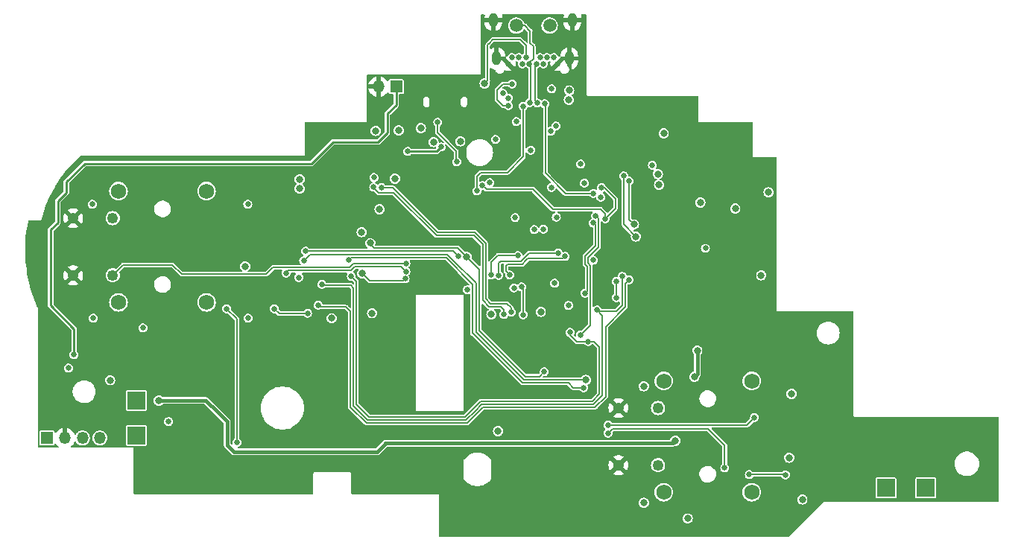
<source format=gbr>
G04 #@! TF.GenerationSoftware,KiCad,Pcbnew,7.0.6*
G04 #@! TF.CreationDate,2023-09-01T19:16:26-07:00*
G04 #@! TF.ProjectId,procon_gcc_main_pcb,70726f63-6f6e-45f6-9763-635f6d61696e,1*
G04 #@! TF.SameCoordinates,Original*
G04 #@! TF.FileFunction,Copper,L4,Bot*
G04 #@! TF.FilePolarity,Positive*
%FSLAX46Y46*%
G04 Gerber Fmt 4.6, Leading zero omitted, Abs format (unit mm)*
G04 Created by KiCad (PCBNEW 7.0.6) date 2023-09-01 19:16:26*
%MOMM*%
%LPD*%
G01*
G04 APERTURE LIST*
G04 #@! TA.AperFunction,ComponentPad*
%ADD10R,2.000000X2.000000*%
G04 #@! TD*
G04 #@! TA.AperFunction,ComponentPad*
%ADD11R,1.350000X1.350000*%
G04 #@! TD*
G04 #@! TA.AperFunction,ComponentPad*
%ADD12O,1.350000X1.350000*%
G04 #@! TD*
G04 #@! TA.AperFunction,ComponentPad*
%ADD13C,1.750000*%
G04 #@! TD*
G04 #@! TA.AperFunction,ComponentPad*
%ADD14C,1.250000*%
G04 #@! TD*
G04 #@! TA.AperFunction,ComponentPad*
%ADD15C,0.650000*%
G04 #@! TD*
G04 #@! TA.AperFunction,ComponentPad*
%ADD16O,1.000000X1.600000*%
G04 #@! TD*
G04 #@! TA.AperFunction,SMDPad,CuDef*
%ADD17C,1.500000*%
G04 #@! TD*
G04 #@! TA.AperFunction,ViaPad*
%ADD18C,0.650000*%
G04 #@! TD*
G04 #@! TA.AperFunction,ViaPad*
%ADD19C,0.800000*%
G04 #@! TD*
G04 #@! TA.AperFunction,Conductor*
%ADD20C,0.250000*%
G04 #@! TD*
G04 #@! TA.AperFunction,Conductor*
%ADD21C,0.150000*%
G04 #@! TD*
G04 #@! TA.AperFunction,Conductor*
%ADD22C,0.400000*%
G04 #@! TD*
G04 #@! TA.AperFunction,Conductor*
%ADD23C,0.200000*%
G04 #@! TD*
G04 APERTURE END LIST*
D10*
X183062000Y-145848750D03*
X93413992Y-139903200D03*
D11*
X83274400Y-140182600D03*
D12*
X85274400Y-140182600D03*
X87274400Y-140182600D03*
X89274400Y-140182600D03*
D13*
X153320200Y-133697000D03*
X153320200Y-146347000D03*
X163320200Y-133697000D03*
X163320200Y-146347000D03*
D14*
X152670200Y-136772000D03*
X152670200Y-143272000D03*
X148170200Y-136772000D03*
X148170200Y-143272000D03*
D11*
X122920000Y-100228400D03*
D12*
X120920000Y-100228400D03*
D15*
X135660000Y-97625000D03*
X136060000Y-96925000D03*
X136860000Y-96925000D03*
X137260000Y-97625000D03*
X137660000Y-96925000D03*
X138060000Y-97625000D03*
X138860000Y-97625000D03*
X139260000Y-96925000D03*
X139660000Y-97625000D03*
X140060000Y-96925000D03*
X140860000Y-96925000D03*
X141260000Y-97625000D03*
D16*
X142950000Y-92635000D03*
X142590000Y-97025000D03*
X134330000Y-97025000D03*
X133970000Y-92635000D03*
D13*
X91377000Y-112107600D03*
X91377000Y-124757600D03*
X101377000Y-112107600D03*
X101377000Y-124757600D03*
D14*
X90727000Y-115182600D03*
X90727000Y-121682600D03*
X86227000Y-115182600D03*
X86227000Y-121682600D03*
D10*
X93413992Y-135909304D03*
X178562000Y-145848750D03*
D17*
X136575800Y-93294200D03*
X140360400Y-93294200D03*
D18*
X86309200Y-130708400D03*
X85699600Y-132232400D03*
X146174359Y-112798690D03*
X146253200Y-111709200D03*
X132723174Y-111472425D03*
D19*
X120192800Y-125984000D03*
D18*
X142494000Y-125095000D03*
D19*
X156032200Y-149326600D03*
D18*
X136296400Y-123139200D03*
D19*
X167843200Y-135153400D03*
D18*
X140926929Y-122588129D03*
X120396000Y-110566200D03*
D19*
X169062400Y-147167600D03*
D18*
X111861600Y-121920000D03*
D19*
X134493000Y-139395200D03*
X119006702Y-116774102D03*
D18*
X136448800Y-115112800D03*
X106095800Y-126542800D03*
X138208690Y-107452022D03*
X94157800Y-127660400D03*
X138620500Y-116483094D03*
D19*
X122783600Y-110693200D03*
D18*
X144297400Y-111201200D03*
D19*
X151053800Y-147548600D03*
D18*
X145313400Y-119964200D03*
D19*
X153314400Y-105537000D03*
X165227000Y-112242600D03*
D18*
X88519000Y-126568200D03*
X106070400Y-113588800D03*
X134213600Y-106222800D03*
X88392000Y-113614200D03*
X133553200Y-111150400D03*
D19*
X115595400Y-126568200D03*
X167563800Y-142417800D03*
X105765600Y-120675400D03*
X121031000Y-114173000D03*
D18*
X136555272Y-104215215D03*
X141122400Y-115062000D03*
X97053400Y-138303000D03*
X131013200Y-123317000D03*
X143891000Y-109042200D03*
D19*
X151053800Y-134289800D03*
X161442400Y-114096800D03*
D18*
X142824200Y-121038129D03*
X137072363Y-121131594D03*
X96520000Y-139039600D03*
D19*
X155651200Y-112217200D03*
X131191000Y-118135400D03*
D18*
X134277100Y-107339094D03*
X102412800Y-140462000D03*
X111836200Y-113030000D03*
X150266400Y-119405400D03*
X132892800Y-110591600D03*
X120421400Y-115366800D03*
X142138400Y-107492800D03*
X140588129Y-103784400D03*
X138988800Y-122834400D03*
X153238200Y-119176800D03*
X147040600Y-123240800D03*
X117246400Y-124079000D03*
D19*
X131394200Y-104241600D03*
D18*
X144297400Y-110109000D03*
X138214403Y-106526609D03*
X138785600Y-114096800D03*
D19*
X95961200Y-135915400D03*
X157124400Y-130225800D03*
X154635200Y-140487400D03*
X156794200Y-133223000D03*
D18*
X124231400Y-107599500D03*
X128016000Y-107091500D03*
D19*
X142570200Y-100660200D03*
D18*
X139661900Y-116432294D03*
X140552529Y-111680482D03*
X135661400Y-102387400D03*
X136093200Y-99923600D03*
D19*
X125722725Y-104956086D03*
X130199837Y-106444519D03*
X127177237Y-106529446D03*
X123215400Y-105206800D03*
D18*
X140589000Y-100482400D03*
X135686800Y-101523800D03*
X138105188Y-102039497D03*
D19*
X136575800Y-93294200D03*
D18*
X139802765Y-102180015D03*
X145338800Y-112369600D03*
X158055736Y-118612955D03*
D19*
X164401500Y-121678700D03*
X157482701Y-113402351D03*
X152657200Y-110163000D03*
D18*
X152027395Y-109166476D03*
D19*
X90424000Y-133604000D03*
X152784200Y-111407600D03*
D18*
X138957046Y-102068159D03*
D19*
X140360400Y-93294200D03*
D18*
X135026400Y-100965000D03*
D19*
X120599200Y-105257600D03*
X132969000Y-99872800D03*
D18*
X112852200Y-126009400D03*
X109093000Y-125476000D03*
X146989800Y-139623800D03*
X160248600Y-143586200D03*
X146989800Y-138709400D03*
X163626800Y-137845800D03*
X167132000Y-144373600D03*
X163042600Y-144348200D03*
X136753600Y-119430800D03*
X133705600Y-121640600D03*
X124028200Y-120319800D03*
X114054979Y-125077210D03*
X149387551Y-122193703D03*
X103657400Y-125476000D03*
X104825800Y-140690600D03*
X129794000Y-108762800D03*
X127641468Y-104273468D03*
X146685000Y-115239800D03*
X123948748Y-122066958D03*
X135813800Y-121640600D03*
D19*
X119075200Y-121488200D03*
D18*
X142113000Y-119532400D03*
X147955000Y-124206000D03*
X147929600Y-122377200D03*
X117830600Y-121793000D03*
X142671800Y-128168400D03*
X144754600Y-129235200D03*
X148590000Y-121793000D03*
X145745200Y-125628400D03*
X114477800Y-122707400D03*
X141325600Y-119151400D03*
X124028200Y-121259600D03*
X134569200Y-121666000D03*
X110413800Y-121412000D03*
X143891000Y-128447800D03*
X145585161Y-114913733D03*
X144373600Y-123698000D03*
X145294367Y-115729088D03*
D19*
X142544800Y-101727000D03*
D18*
X137367240Y-102463027D03*
X132089527Y-112088469D03*
X144221200Y-134467600D03*
X117551200Y-119964200D03*
D19*
X130911600Y-119557800D03*
D18*
X139750800Y-132638800D03*
D19*
X119983925Y-118022388D03*
D18*
X137337800Y-126161800D03*
X137160000Y-122986800D03*
X112649000Y-118922800D03*
X129971800Y-119481600D03*
D19*
X150164800Y-117271800D03*
D18*
X148767800Y-110369400D03*
D19*
X139344400Y-125831600D03*
D18*
X149377400Y-110972600D03*
D19*
X149936200Y-115900200D03*
X133731000Y-126136400D03*
D18*
X112420400Y-120015000D03*
D19*
X144475200Y-133578600D03*
D18*
X140470827Y-105311470D03*
D19*
X111963200Y-110777800D03*
D18*
X141058451Y-104693756D03*
D19*
X111963200Y-111827800D03*
D18*
X135991600Y-125857000D03*
X121234200Y-111709200D03*
X120370600Y-111658400D03*
X135153400Y-126136400D03*
D20*
X122920000Y-102276400D02*
X122920000Y-100228400D01*
X121920000Y-103276400D02*
X122920000Y-102276400D01*
X121920000Y-105460800D02*
X121920000Y-103276400D01*
X120853200Y-106527600D02*
X121920000Y-105460800D01*
X113284000Y-108966000D02*
X115722400Y-106527600D01*
X87528400Y-108966000D02*
X113284000Y-108966000D01*
X85445600Y-111048800D02*
X87528400Y-108966000D01*
X85445600Y-112268000D02*
X85445600Y-111048800D01*
X84480400Y-113233200D02*
X85445600Y-112268000D01*
X84480400Y-115671600D02*
X84480400Y-113233200D01*
X86309200Y-127762000D02*
X83667600Y-125120400D01*
X86309200Y-130708400D02*
X86309200Y-127762000D01*
X83667600Y-125120400D02*
X83667600Y-116484400D01*
X83667600Y-116484400D02*
X84480400Y-115671600D01*
X115722400Y-106527600D02*
X120853200Y-106527600D01*
D21*
X117830600Y-119684800D02*
X128625600Y-119684800D01*
X119913400Y-122326400D02*
X119075200Y-121488200D01*
X123948748Y-122066958D02*
X123689306Y-122326400D01*
X123689306Y-122326400D02*
X119913400Y-122326400D01*
X146685000Y-114681000D02*
X146685000Y-115239800D01*
X146151600Y-114147600D02*
X146685000Y-114681000D01*
X140716000Y-114147600D02*
X146151600Y-114147600D01*
X138480800Y-111912400D02*
X140716000Y-114147600D01*
X133163149Y-111912400D02*
X138480800Y-111912400D01*
X132723174Y-111472425D02*
X133163149Y-111912400D01*
X146558000Y-111709200D02*
X146253200Y-111709200D01*
X147828000Y-114096800D02*
X147828000Y-112979200D01*
X147828000Y-112979200D02*
X146558000Y-111709200D01*
X146685000Y-115239800D02*
X147828000Y-114096800D01*
X137367240Y-108199960D02*
X137367240Y-102463027D01*
X132537200Y-109982000D02*
X135585200Y-109982000D01*
X132089527Y-110429673D02*
X132537200Y-109982000D01*
X132089527Y-112088469D02*
X132089527Y-110429673D01*
X135585200Y-109982000D02*
X137367240Y-108199960D01*
D22*
X103733600Y-140157200D02*
X103733600Y-140995400D01*
X120751600Y-141732000D02*
X121666000Y-140817600D01*
X95961200Y-135915400D02*
X101320600Y-135915400D01*
X104368600Y-141630400D02*
X104470200Y-141732000D01*
X103733600Y-138328400D02*
X103733600Y-140157200D01*
X104470200Y-141732000D02*
X108381800Y-141732000D01*
X154355800Y-140766800D02*
X154635200Y-140487400D01*
X101320600Y-135915400D02*
X102616000Y-137210800D01*
X108381800Y-141732000D02*
X120751600Y-141732000D01*
X126720600Y-140766800D02*
X154355800Y-140766800D01*
X121716800Y-140766800D02*
X126720600Y-140766800D01*
X103733600Y-140995400D02*
X104368600Y-141630400D01*
X102616000Y-137210800D02*
X103733600Y-138328400D01*
X156794200Y-133223000D02*
X157124400Y-132892800D01*
X157124400Y-132892800D02*
X157124400Y-130225800D01*
X121666000Y-140817600D02*
X121716800Y-140766800D01*
D20*
X124231400Y-107599500D02*
X127508000Y-107599500D01*
X127508000Y-107599500D02*
X128016000Y-107091500D01*
D21*
X134391400Y-100584000D02*
X134391400Y-101727000D01*
X134391400Y-101727000D02*
X135051800Y-102387400D01*
X136093200Y-99923600D02*
X135051800Y-99923600D01*
X135051800Y-99923600D02*
X134391400Y-100584000D01*
X135051800Y-102387400D02*
X135661400Y-102387400D01*
X138506200Y-95605600D02*
X138150600Y-95250000D01*
X138105188Y-102039497D02*
X138201400Y-101943285D01*
X138060000Y-97525000D02*
X138506200Y-97078800D01*
X138201400Y-101943285D02*
X138201400Y-97766400D01*
X138150600Y-93903800D02*
X138150600Y-95250000D01*
X138060000Y-97625000D02*
X138060000Y-97525000D01*
X137541000Y-93294200D02*
X136575800Y-93294200D01*
X138506200Y-97078800D02*
X138506200Y-95605600D01*
X138201400Y-97766400D02*
X138060000Y-97625000D01*
X137541000Y-93294200D02*
X138150600Y-93903800D01*
X142163800Y-112369600D02*
X145338800Y-112369600D01*
X139852400Y-102229650D02*
X139852400Y-110058200D01*
X139852400Y-110058200D02*
X142163800Y-112369600D01*
X139802765Y-102180015D02*
X139852400Y-102229650D01*
X138957046Y-102068159D02*
X138709400Y-101820513D01*
X138709400Y-101820513D02*
X138709400Y-97775600D01*
X138709400Y-97775600D02*
X138860000Y-97625000D01*
X137007600Y-94869000D02*
X134315200Y-94869000D01*
X133502400Y-95275400D02*
X133324600Y-95453200D01*
X134315200Y-94869000D02*
X133908800Y-94869000D01*
X137363200Y-95224600D02*
X137007600Y-94869000D01*
X133324600Y-99517200D02*
X132969000Y-99872800D01*
X133324600Y-97180400D02*
X133324600Y-99517200D01*
X137660000Y-95521400D02*
X137363200Y-95224600D01*
X133908800Y-94869000D02*
X133502400Y-95275400D01*
X133324600Y-95453200D02*
X133324600Y-97180400D01*
X137660000Y-96925000D02*
X137660000Y-95521400D01*
D23*
X112852200Y-126009400D02*
X109626400Y-126009400D01*
X109626400Y-126009400D02*
X109093000Y-125476000D01*
X147472400Y-139141200D02*
X146989800Y-139623800D01*
X159435800Y-140208000D02*
X158369000Y-139141200D01*
X158369000Y-139141200D02*
X157835600Y-139141200D01*
X160248600Y-141020800D02*
X159435800Y-140208000D01*
X160248600Y-143586200D02*
X160248600Y-141020800D01*
X157835600Y-139141200D02*
X147472400Y-139141200D01*
X163626800Y-137845800D02*
X162763200Y-138709400D01*
X162763200Y-138709400D02*
X146989800Y-138709400D01*
D21*
X167132000Y-144373600D02*
X167106600Y-144348200D01*
X167106600Y-144348200D02*
X163042600Y-144348200D01*
X134467600Y-119430800D02*
X134061200Y-119837200D01*
X91912000Y-120497600D02*
X90727000Y-121682600D01*
X98577400Y-121564400D02*
X97510600Y-120497600D01*
X108915200Y-120802400D02*
X108153200Y-121564400D01*
X117602000Y-120802400D02*
X108915200Y-120802400D01*
X97510600Y-120497600D02*
X91912000Y-120497600D01*
X124028200Y-120319800D02*
X118084600Y-120319800D01*
X133705600Y-120192800D02*
X133705600Y-121640600D01*
X136753600Y-119430800D02*
X134467600Y-119430800D01*
X134061200Y-119837200D02*
X133705600Y-120192800D01*
X108153200Y-121564400D02*
X98577400Y-121564400D01*
X118084600Y-120319800D02*
X117602000Y-120802400D01*
X145496800Y-136697200D02*
X132796800Y-136697200D01*
X117703600Y-136652000D02*
X117703600Y-125780800D01*
X146710400Y-127508000D02*
X146710400Y-135483600D01*
X148940000Y-125278400D02*
X146710400Y-127508000D01*
X149387551Y-122193703D02*
X148940000Y-122641254D01*
X146710400Y-135483600D02*
X145496800Y-136697200D01*
X114275969Y-125298200D02*
X114054979Y-125077210D01*
X117703600Y-125780800D02*
X117221000Y-125298200D01*
X131013200Y-138480800D02*
X119532400Y-138480800D01*
X119532400Y-138480800D02*
X117703600Y-136652000D01*
X117221000Y-125298200D02*
X114275969Y-125298200D01*
X148940000Y-122641254D02*
X148940000Y-125278400D01*
X132796800Y-136697200D02*
X131013200Y-138480800D01*
X104825800Y-126644400D02*
X103657400Y-125476000D01*
X104825800Y-140690600D02*
X104825800Y-126644400D01*
X129768600Y-107569000D02*
X129768600Y-108737400D01*
X129768600Y-108737400D02*
X129794000Y-108762800D01*
X127641468Y-104273468D02*
X127641468Y-105441868D01*
X127641468Y-105441868D02*
X129768600Y-107569000D01*
X137007600Y-120421400D02*
X135585200Y-120421400D01*
X142113000Y-119532400D02*
X141859000Y-119786400D01*
X137642600Y-120040400D02*
X137261600Y-120421400D01*
X137896600Y-119786400D02*
X137642600Y-120040400D01*
X137261600Y-120421400D02*
X137007600Y-120421400D01*
X135407400Y-121234200D02*
X135813800Y-121640600D01*
X141859000Y-119786400D02*
X140487400Y-119786400D01*
X135585200Y-120421400D02*
X135407400Y-120599200D01*
X140487400Y-119786400D02*
X137896600Y-119786400D01*
X135407400Y-120599200D02*
X135407400Y-121234200D01*
X143459200Y-129235200D02*
X143230600Y-129006600D01*
X119151400Y-137083800D02*
X118414800Y-136347200D01*
X144754600Y-129235200D02*
X143459200Y-129235200D01*
X145999200Y-129870200D02*
X145999200Y-135178800D01*
X145364200Y-129235200D02*
X145999200Y-129870200D01*
X118414800Y-136347200D02*
X118414800Y-128219200D01*
X118414800Y-122377200D02*
X117830600Y-121793000D01*
X144754600Y-129235200D02*
X145364200Y-129235200D01*
X147929600Y-122377200D02*
X147929600Y-124180600D01*
X132486400Y-135991600D02*
X130708400Y-137769600D01*
X147929600Y-124180600D02*
X147955000Y-124206000D01*
X130708400Y-137769600D02*
X119837200Y-137769600D01*
X118414800Y-128219200D02*
X118414800Y-122377200D01*
X145186400Y-135991600D02*
X132486400Y-135991600D01*
X119837200Y-137769600D02*
X119151400Y-137083800D01*
X142671800Y-128447800D02*
X142671800Y-128168400D01*
X143230600Y-129006600D02*
X142671800Y-128447800D01*
X145999200Y-135178800D02*
X145186400Y-135991600D01*
X130403600Y-138125200D02*
X119684800Y-138125200D01*
X146354800Y-126238000D02*
X146354800Y-130225800D01*
X146354800Y-135331200D02*
X145973800Y-135712200D01*
X118745000Y-137185400D02*
X118059200Y-136499600D01*
X145338800Y-136347200D02*
X144856200Y-136347200D01*
X117754400Y-122834400D02*
X114604800Y-122834400D01*
X145745200Y-125628400D02*
X146354800Y-126238000D01*
X119684800Y-138125200D02*
X118745000Y-137185400D01*
X146354800Y-130225800D02*
X146354800Y-135331200D01*
X114604800Y-122834400D02*
X114477800Y-122707400D01*
X130860800Y-138125200D02*
X130403600Y-138125200D01*
X144856200Y-136347200D02*
X132638800Y-136347200D01*
X148590000Y-121793000D02*
X148590000Y-125095000D01*
X118059200Y-123139200D02*
X117754400Y-122834400D01*
X145973800Y-135712200D02*
X145338800Y-136347200D01*
X147955000Y-125730000D02*
X145846800Y-125730000D01*
X118059200Y-135077200D02*
X118059200Y-123139200D01*
X131902200Y-137083800D02*
X130860800Y-138125200D01*
X148590000Y-125095000D02*
X147955000Y-125730000D01*
X118059200Y-136499600D02*
X118059200Y-135077200D01*
X132638800Y-136347200D02*
X131902200Y-137083800D01*
X145846800Y-125730000D02*
X145745200Y-125628400D01*
X121513600Y-120675400D02*
X118237000Y-120675400D01*
X137312400Y-119837200D02*
X137083800Y-120065800D01*
X141325600Y-119151400D02*
X137998200Y-119151400D01*
X137083800Y-120065800D02*
X136423400Y-120065800D01*
X118237000Y-120675400D02*
X117760000Y-121152400D01*
X134594600Y-120294400D02*
X134594600Y-121640600D01*
X136423400Y-120065800D02*
X134823200Y-120065800D01*
X110673400Y-121152400D02*
X110413800Y-121412000D01*
X124028200Y-121259600D02*
X123444000Y-120675400D01*
X123444000Y-120675400D02*
X121513600Y-120675400D01*
X117760000Y-121152400D02*
X117297200Y-121152400D01*
X134594600Y-121640600D02*
X134569200Y-121666000D01*
X137998200Y-119151400D02*
X137312400Y-119837200D01*
X134823200Y-120065800D02*
X134594600Y-120294400D01*
X117297200Y-121152400D02*
X110673400Y-121152400D01*
X145897600Y-118491000D02*
X145897600Y-115226172D01*
X144713400Y-120304000D02*
X144713400Y-119675200D01*
X144973600Y-127365200D02*
X144973600Y-120564200D01*
X143891000Y-128447800D02*
X144973600Y-127365200D01*
X144713400Y-119675200D02*
X145897600Y-118491000D01*
X145897600Y-115226172D02*
X145585161Y-114913733D01*
X144973600Y-120564200D02*
X144713400Y-120304000D01*
X145542000Y-118338600D02*
X145542000Y-115976721D01*
X144623600Y-120709174D02*
X144348200Y-120433774D01*
X145542000Y-115976721D02*
X145294367Y-115729088D01*
X144373600Y-123698000D02*
X144623600Y-123448000D01*
X144348200Y-120433774D02*
X144348200Y-119532400D01*
X144348200Y-119532400D02*
X145542000Y-118338600D01*
X144623600Y-123448000D02*
X144623600Y-120709174D01*
X117551200Y-119964200D02*
X117830600Y-119684800D01*
X143052800Y-134467600D02*
X144221200Y-134467600D01*
X131622800Y-122682000D02*
X131622800Y-128256974D01*
X142513800Y-133928600D02*
X143052800Y-134467600D01*
X137294426Y-133928600D02*
X142513800Y-133928600D01*
X131622800Y-128256974D02*
X137294426Y-133928600D01*
X128625600Y-119684800D02*
X131622800Y-122682000D01*
X119983925Y-118022388D02*
X119983925Y-118129725D01*
X119983925Y-118129725D02*
X120319800Y-118465600D01*
D23*
X139750800Y-132638800D02*
X139192000Y-133197600D01*
D21*
X120427000Y-118572800D02*
X120904000Y-118572800D01*
D23*
X139192000Y-133197600D02*
X137591800Y-133197600D01*
X132359400Y-121005600D02*
X130911600Y-119557800D01*
D21*
X120319800Y-118465600D02*
X120427000Y-118572800D01*
D23*
X132359400Y-127965200D02*
X132359400Y-121005600D01*
D21*
X120904000Y-118572800D02*
X129926600Y-118572800D01*
X129926600Y-118572800D02*
X130911600Y-119557800D01*
D23*
X137591800Y-133197600D02*
X132359400Y-127965200D01*
D21*
X129413000Y-118922800D02*
X112649000Y-118922800D01*
X137337800Y-126161800D02*
X137337800Y-123164600D01*
X129971800Y-119481600D02*
X129413000Y-118922800D01*
X137337800Y-123164600D02*
X137160000Y-122986800D01*
X148767800Y-115874800D02*
X150164800Y-117271800D01*
X148767800Y-110369400D02*
X148767800Y-115874800D01*
X149377400Y-110972600D02*
X149377400Y-115341400D01*
X149377400Y-115341400D02*
X149936200Y-115900200D01*
X144475200Y-133578600D02*
X137439400Y-133578600D01*
X131978400Y-125628400D02*
X131978400Y-122529600D01*
X131978400Y-128117600D02*
X131978400Y-125628400D01*
X129336800Y-119888000D02*
X128752600Y-119303800D01*
X137109200Y-133248400D02*
X131978400Y-128117600D01*
X128752600Y-119303800D02*
X127304800Y-119303800D01*
X131978400Y-122529600D02*
X129336800Y-119888000D01*
X127304800Y-119303800D02*
X113131600Y-119303800D01*
X113131600Y-119303800D02*
X112420400Y-120015000D01*
X137439400Y-133578600D02*
X137109200Y-133248400D01*
X135991600Y-125374400D02*
X135991600Y-125857000D01*
X135509000Y-124891800D02*
X135991600Y-125374400D01*
X122541974Y-111709200D02*
X127647374Y-116814600D01*
X133090400Y-118028200D02*
X133090400Y-124352800D01*
X121234200Y-111709200D02*
X122541974Y-111709200D01*
X133629400Y-124891800D02*
X135509000Y-124891800D01*
X127647374Y-116814600D02*
X131876800Y-116814600D01*
X133090400Y-124352800D02*
X133629400Y-124891800D01*
X131876800Y-116814600D02*
X133090400Y-118028200D01*
X131724400Y-117170200D02*
X132740400Y-118186200D01*
X122647000Y-112309200D02*
X127508000Y-117170200D01*
X120370600Y-111658400D02*
X120370600Y-111734600D01*
X134772400Y-125247400D02*
X135153400Y-125628400D01*
X127508000Y-117170200D02*
X131724400Y-117170200D01*
X120945200Y-112309200D02*
X122647000Y-112309200D01*
X135153400Y-125628400D02*
X135153400Y-126136400D01*
X132740400Y-118186200D02*
X132740400Y-124536200D01*
X120370600Y-111734600D02*
X120945200Y-112309200D01*
X133451600Y-125247400D02*
X134772400Y-125247400D01*
X132740400Y-124536200D02*
X133451600Y-125247400D01*
G04 #@! TA.AperFunction,Conductor*
G36*
X138564412Y-102393742D02*
G01*
X138585959Y-102411821D01*
X138622610Y-102454119D01*
X138744894Y-102532706D01*
X138884366Y-102573659D01*
X138884368Y-102573659D01*
X139029724Y-102573659D01*
X139029726Y-102573659D01*
X139169198Y-102532706D01*
X139277941Y-102462820D01*
X139337324Y-102449408D01*
X139391436Y-102477304D01*
X139393311Y-102479399D01*
X139468329Y-102565975D01*
X139556017Y-102622329D01*
X139592886Y-102670774D01*
X139596900Y-102697200D01*
X139596900Y-110024261D01*
X139595190Y-110041623D01*
X139591893Y-110058200D01*
X139598875Y-110093297D01*
X139611723Y-110157888D01*
X139611725Y-110157893D01*
X139644048Y-110206269D01*
X139668194Y-110242406D01*
X139682236Y-110251788D01*
X139695725Y-110262857D01*
X140472729Y-111039861D01*
X140498457Y-111095037D01*
X140482701Y-111153842D01*
X140434871Y-111188188D01*
X140340377Y-111215935D01*
X140315084Y-111232190D01*
X140218092Y-111294522D01*
X140122903Y-111404376D01*
X140122901Y-111404379D01*
X140062517Y-111536602D01*
X140041831Y-111680481D01*
X140041831Y-111680482D01*
X140062517Y-111824361D01*
X140122901Y-111956584D01*
X140122903Y-111956587D01*
X140177852Y-112020001D01*
X140218093Y-112066442D01*
X140340377Y-112145029D01*
X140479849Y-112185982D01*
X140479851Y-112185982D01*
X140625207Y-112185982D01*
X140625209Y-112185982D01*
X140764681Y-112145029D01*
X140886965Y-112066442D01*
X140982155Y-111956586D01*
X140985235Y-111949843D01*
X141026885Y-111858641D01*
X141042540Y-111824362D01*
X141044224Y-111812648D01*
X141072975Y-111758987D01*
X141129494Y-111736360D01*
X141187334Y-111755356D01*
X141195251Y-111762382D01*
X141959140Y-112526271D01*
X141970208Y-112539759D01*
X141979064Y-112553014D01*
X141979594Y-112553806D01*
X141979597Y-112553808D01*
X142029465Y-112587128D01*
X142064105Y-112610275D01*
X142064107Y-112610275D01*
X142064108Y-112610276D01*
X142163800Y-112630106D01*
X142180370Y-112626809D01*
X142197733Y-112625100D01*
X144850676Y-112625100D01*
X144907884Y-112645922D01*
X144917938Y-112655818D01*
X144999258Y-112749668D01*
X145004364Y-112755560D01*
X145126648Y-112834147D01*
X145266120Y-112875100D01*
X145266122Y-112875100D01*
X145411478Y-112875100D01*
X145411480Y-112875100D01*
X145550952Y-112834147D01*
X145550962Y-112834140D01*
X145553355Y-112833049D01*
X145555183Y-112832903D01*
X145557059Y-112832353D01*
X145557174Y-112832745D01*
X145614044Y-112828225D01*
X145663634Y-112863540D01*
X145678420Y-112901341D01*
X145684347Y-112942569D01*
X145744731Y-113074792D01*
X145744733Y-113074795D01*
X145837713Y-113182100D01*
X145839923Y-113184650D01*
X145962207Y-113263237D01*
X146101679Y-113304190D01*
X146101681Y-113304190D01*
X146247037Y-113304190D01*
X146247039Y-113304190D01*
X146386511Y-113263237D01*
X146508795Y-113184650D01*
X146603985Y-113074794D01*
X146664370Y-112942570D01*
X146685057Y-112798690D01*
X146682810Y-112783065D01*
X146664370Y-112654810D01*
X146603985Y-112522586D01*
X146603984Y-112522584D01*
X146508795Y-112412730D01*
X146493471Y-112402882D01*
X146403870Y-112345299D01*
X146367002Y-112296854D01*
X146369898Y-112236043D01*
X146411206Y-112191322D01*
X146426909Y-112185034D01*
X146465352Y-112173747D01*
X146524253Y-112135893D01*
X146583633Y-112122481D01*
X146635300Y-112147832D01*
X147546432Y-113058963D01*
X147572161Y-113114139D01*
X147572500Y-113121896D01*
X147572500Y-113954102D01*
X147551678Y-114011310D01*
X147546433Y-114017034D01*
X147024982Y-114538484D01*
X146969808Y-114564212D01*
X146911003Y-114548456D01*
X146888050Y-114524996D01*
X146881036Y-114514499D01*
X146881033Y-114514496D01*
X146869206Y-114496794D01*
X146864294Y-114493512D01*
X146855162Y-114487410D01*
X146841674Y-114476342D01*
X146356257Y-113990925D01*
X146345188Y-113977436D01*
X146343399Y-113974759D01*
X146335806Y-113963394D01*
X146321899Y-113954102D01*
X146262270Y-113914260D01*
X146254985Y-113907658D01*
X146251291Y-113906923D01*
X146151600Y-113887093D01*
X146135026Y-113890390D01*
X146117662Y-113892100D01*
X140858696Y-113892100D01*
X140801488Y-113871278D01*
X140795763Y-113866032D01*
X139746573Y-112816842D01*
X138685459Y-111755727D01*
X138674390Y-111742239D01*
X138669911Y-111735536D01*
X138665006Y-111728194D01*
X138636577Y-111709199D01*
X138602039Y-111686121D01*
X138587780Y-111676594D01*
X138584372Y-111673797D01*
X138580491Y-111671723D01*
X138480800Y-111651893D01*
X138464226Y-111655190D01*
X138446862Y-111656900D01*
X133978070Y-111656900D01*
X133920862Y-111636078D01*
X133890422Y-111583355D01*
X133900994Y-111523400D01*
X133910808Y-111509618D01*
X133982825Y-111426505D01*
X133982827Y-111426502D01*
X134029985Y-111323240D01*
X134043211Y-111294280D01*
X134063898Y-111150400D01*
X134061958Y-111136910D01*
X134043211Y-111006520D01*
X133982827Y-110874297D01*
X133982825Y-110874294D01*
X133887636Y-110764440D01*
X133862847Y-110748509D01*
X133765352Y-110685853D01*
X133625880Y-110644900D01*
X133480520Y-110644900D01*
X133341048Y-110685853D01*
X133324487Y-110696496D01*
X133218763Y-110764440D01*
X133123574Y-110874294D01*
X133123572Y-110874297D01*
X133076365Y-110977668D01*
X133033660Y-111021057D01*
X132973056Y-111026843D01*
X132947291Y-111015567D01*
X132935329Y-111007879D01*
X132918822Y-111003032D01*
X132795854Y-110966925D01*
X132650494Y-110966925D01*
X132511022Y-111007878D01*
X132511020Y-111007878D01*
X132511020Y-111007879D01*
X132502498Y-111013356D01*
X132486859Y-111023407D01*
X132482144Y-111026437D01*
X132422760Y-111039849D01*
X132368648Y-111011952D01*
X132345128Y-110955799D01*
X132345027Y-110951565D01*
X132345027Y-110572370D01*
X132365849Y-110515162D01*
X132371094Y-110509437D01*
X132616964Y-110263567D01*
X132672140Y-110237839D01*
X132679897Y-110237500D01*
X135551263Y-110237500D01*
X135568625Y-110239209D01*
X135585200Y-110242507D01*
X135684891Y-110222676D01*
X135684894Y-110222674D01*
X135766607Y-110168077D01*
X135766609Y-110168074D01*
X135769406Y-110166206D01*
X135778792Y-110152156D01*
X135789855Y-110138675D01*
X137523911Y-108404618D01*
X137537393Y-108393554D01*
X137551446Y-108384166D01*
X137590773Y-108325306D01*
X137607916Y-108299652D01*
X137627747Y-108199960D01*
X137624450Y-108183383D01*
X137622740Y-108166021D01*
X137622740Y-107786336D01*
X137643562Y-107729128D01*
X137696285Y-107698688D01*
X137756240Y-107709260D01*
X137779002Y-107728054D01*
X137779063Y-107728124D01*
X137779064Y-107728126D01*
X137874254Y-107837982D01*
X137996538Y-107916569D01*
X138136010Y-107957522D01*
X138136012Y-107957522D01*
X138281368Y-107957522D01*
X138281370Y-107957522D01*
X138420842Y-107916569D01*
X138543126Y-107837982D01*
X138638316Y-107728126D01*
X138698701Y-107595902D01*
X138719388Y-107452022D01*
X138698701Y-107308142D01*
X138692088Y-107293661D01*
X138638317Y-107175919D01*
X138638315Y-107175916D01*
X138543126Y-107066062D01*
X138497145Y-107036512D01*
X138420842Y-106987475D01*
X138281370Y-106946522D01*
X138136010Y-106946522D01*
X137996538Y-106987475D01*
X137946457Y-107019660D01*
X137874255Y-107066061D01*
X137874254Y-107066061D01*
X137874254Y-107066062D01*
X137814560Y-107134954D01*
X137779002Y-107175990D01*
X137725802Y-107205589D01*
X137666023Y-107194068D01*
X137627635Y-107146816D01*
X137622740Y-107117707D01*
X137622740Y-102948313D01*
X137643562Y-102891105D01*
X137663623Y-102873441D01*
X137701676Y-102848987D01*
X137796866Y-102739131D01*
X137857251Y-102606907D01*
X137858273Y-102599793D01*
X137887022Y-102546134D01*
X137943540Y-102523505D01*
X137971434Y-102527064D01*
X138032508Y-102544997D01*
X138032510Y-102544997D01*
X138177866Y-102544997D01*
X138177868Y-102544997D01*
X138317340Y-102504044D01*
X138439624Y-102425457D01*
X138451436Y-102411824D01*
X138504632Y-102382224D01*
X138564412Y-102393742D01*
G37*
G04 #@! TD.AperFunction*
G04 #@! TA.AperFunction,Conductor*
G36*
X136922111Y-95145322D02*
G01*
X136927835Y-95150567D01*
X137045219Y-95267950D01*
X137164736Y-95387467D01*
X137164738Y-95387470D01*
X137378433Y-95601165D01*
X137404161Y-95656340D01*
X137404500Y-95664097D01*
X137404500Y-96439713D01*
X137383678Y-96496921D01*
X137363617Y-96514584D01*
X137325565Y-96539038D01*
X137320755Y-96543207D01*
X137319291Y-96541518D01*
X137274052Y-96566682D01*
X137214274Y-96555153D01*
X137199578Y-96542822D01*
X137199245Y-96543207D01*
X137194439Y-96539042D01*
X137194433Y-96539038D01*
X137072152Y-96460453D01*
X136932680Y-96419500D01*
X136787320Y-96419500D01*
X136647848Y-96460453D01*
X136639002Y-96466138D01*
X136525560Y-96539042D01*
X136520755Y-96543207D01*
X136519291Y-96541518D01*
X136474052Y-96566682D01*
X136414274Y-96555153D01*
X136399578Y-96542822D01*
X136399245Y-96543207D01*
X136394439Y-96539042D01*
X136394433Y-96539038D01*
X136272152Y-96460453D01*
X136132680Y-96419500D01*
X135987320Y-96419500D01*
X135847848Y-96460453D01*
X135839002Y-96466138D01*
X135725563Y-96539040D01*
X135630374Y-96648894D01*
X135630372Y-96648898D01*
X135578702Y-96762040D01*
X135535996Y-96805429D01*
X135516250Y-96812123D01*
X135437505Y-96828862D01*
X135377218Y-96820390D01*
X135336481Y-96775148D01*
X135330000Y-96741807D01*
X135330000Y-96674280D01*
X135314582Y-96522668D01*
X135314579Y-96522654D01*
X135253699Y-96328617D01*
X135253695Y-96328607D01*
X135154994Y-96150784D01*
X135022519Y-95996468D01*
X134861695Y-95871981D01*
X134861693Y-95871980D01*
X134679096Y-95782412D01*
X134580000Y-95756754D01*
X134580000Y-96700376D01*
X134565495Y-96627455D01*
X134510240Y-96544760D01*
X134427545Y-96489505D01*
X134330000Y-96470102D01*
X134232455Y-96489505D01*
X134149760Y-96544760D01*
X134094505Y-96627455D01*
X134080000Y-96700376D01*
X134080000Y-95751633D01*
X134079999Y-95751632D01*
X134078058Y-95751929D01*
X133887337Y-95822564D01*
X133716178Y-95929248D01*
X133656614Y-95941838D01*
X133602893Y-95913196D01*
X133580151Y-95856724D01*
X133580100Y-95853718D01*
X133580100Y-95595895D01*
X133600922Y-95538687D01*
X133606159Y-95532971D01*
X133657941Y-95481188D01*
X133657946Y-95481185D01*
X133665268Y-95473862D01*
X133665270Y-95473862D01*
X133988563Y-95150567D01*
X134043739Y-95124839D01*
X134051496Y-95124500D01*
X134290033Y-95124500D01*
X136864903Y-95124500D01*
X136922111Y-95145322D01*
G37*
G04 #@! TD.AperFunction*
G04 #@! TA.AperFunction,Conductor*
G36*
X132962951Y-92035680D02*
G01*
X132993391Y-92088403D01*
X132992921Y-92121774D01*
X132970000Y-92233304D01*
X132970000Y-92384999D01*
X132970001Y-92385000D01*
X133720000Y-92385000D01*
X133720000Y-92885001D01*
X133719999Y-92885000D01*
X132970000Y-92885000D01*
X132970000Y-92985719D01*
X132985417Y-93137331D01*
X132985420Y-93137345D01*
X133046300Y-93331382D01*
X133046304Y-93331392D01*
X133145005Y-93509215D01*
X133277480Y-93663531D01*
X133438304Y-93788018D01*
X133438306Y-93788019D01*
X133620910Y-93877590D01*
X133719999Y-93903244D01*
X133720000Y-93903244D01*
X133720000Y-92959624D01*
X133734505Y-93032545D01*
X133789760Y-93115240D01*
X133872455Y-93170495D01*
X133970000Y-93189898D01*
X134067545Y-93170495D01*
X134150240Y-93115240D01*
X134205495Y-93032545D01*
X134220000Y-92959624D01*
X134220000Y-93908365D01*
X134221941Y-93908069D01*
X134221945Y-93908068D01*
X134412666Y-93837434D01*
X134585263Y-93729853D01*
X134585264Y-93729853D01*
X134732667Y-93589735D01*
X134732670Y-93589731D01*
X134848855Y-93422805D01*
X134848856Y-93422801D01*
X134929059Y-93235908D01*
X134929062Y-93235898D01*
X134969998Y-93036697D01*
X134970000Y-93036687D01*
X134970000Y-92885001D01*
X134969999Y-92885000D01*
X134220001Y-92885000D01*
X134220000Y-92885001D01*
X134220000Y-92385000D01*
X134969999Y-92385000D01*
X134970000Y-92384998D01*
X134970000Y-92284280D01*
X134954581Y-92132664D01*
X134953904Y-92130505D01*
X134953946Y-92129570D01*
X134953673Y-92128242D01*
X134954008Y-92128172D01*
X134956642Y-92069687D01*
X134997833Y-92024858D01*
X135038821Y-92014858D01*
X141885743Y-92014858D01*
X141942951Y-92035680D01*
X141973391Y-92088403D01*
X141972921Y-92121774D01*
X141950000Y-92233304D01*
X141950000Y-92384999D01*
X141950001Y-92385000D01*
X142700000Y-92385000D01*
X142700000Y-92885001D01*
X142699999Y-92885000D01*
X141950000Y-92885000D01*
X141950000Y-92985719D01*
X141965417Y-93137331D01*
X141965420Y-93137345D01*
X142026300Y-93331382D01*
X142026304Y-93331392D01*
X142125005Y-93509215D01*
X142257480Y-93663531D01*
X142418304Y-93788018D01*
X142418306Y-93788019D01*
X142600910Y-93877590D01*
X142699999Y-93903244D01*
X142700000Y-93903244D01*
X142700000Y-92959624D01*
X142714505Y-93032545D01*
X142769760Y-93115240D01*
X142852455Y-93170495D01*
X142950000Y-93189898D01*
X143047545Y-93170495D01*
X143130240Y-93115240D01*
X143185495Y-93032545D01*
X143200000Y-92959624D01*
X143200000Y-93908365D01*
X143201941Y-93908069D01*
X143201945Y-93908068D01*
X143392666Y-93837434D01*
X143565263Y-93729853D01*
X143565264Y-93729853D01*
X143712667Y-93589735D01*
X143712670Y-93589731D01*
X143828855Y-93422805D01*
X143828856Y-93422801D01*
X143909059Y-93235908D01*
X143909062Y-93235898D01*
X143949998Y-93036697D01*
X143950000Y-93036687D01*
X143950000Y-92885001D01*
X143949999Y-92885000D01*
X143200000Y-92885000D01*
X143200000Y-92385000D01*
X143949999Y-92385000D01*
X143950000Y-92384998D01*
X143950000Y-92284280D01*
X143934581Y-92132664D01*
X143933904Y-92130505D01*
X143933946Y-92129570D01*
X143933673Y-92128242D01*
X143934008Y-92128172D01*
X143936642Y-92069687D01*
X143977833Y-92024858D01*
X144018821Y-92014858D01*
X144466725Y-92014858D01*
X144523933Y-92035680D01*
X144554373Y-92088403D01*
X144555725Y-92103858D01*
X144555725Y-101082826D01*
X144552693Y-101105858D01*
X144550416Y-101114356D01*
X144550416Y-101114360D01*
X144554211Y-101128527D01*
X144554215Y-101128535D01*
X144555725Y-101134171D01*
X144555725Y-101134172D01*
X144571290Y-101192262D01*
X144628320Y-101249293D01*
X144706225Y-101270167D01*
X144713090Y-101268327D01*
X144714724Y-101267890D01*
X144737757Y-101264858D01*
X157166725Y-101264858D01*
X157223933Y-101285680D01*
X157254373Y-101338403D01*
X157255725Y-101353858D01*
X157255725Y-104082826D01*
X157252693Y-104105858D01*
X157250416Y-104114356D01*
X157250416Y-104114360D01*
X157254211Y-104128527D01*
X157254215Y-104128535D01*
X157255725Y-104134171D01*
X157255725Y-104134172D01*
X157271290Y-104192262D01*
X157328320Y-104249293D01*
X157406225Y-104270167D01*
X157413090Y-104268327D01*
X157414724Y-104267890D01*
X157437757Y-104264858D01*
X163366725Y-104264858D01*
X163423933Y-104285680D01*
X163454373Y-104338403D01*
X163455725Y-104353858D01*
X163455725Y-108082826D01*
X163452693Y-108105858D01*
X163450416Y-108114356D01*
X163450416Y-108114360D01*
X163454211Y-108128527D01*
X163454215Y-108128535D01*
X163455725Y-108134171D01*
X163455725Y-108134172D01*
X163471290Y-108192262D01*
X163528320Y-108249293D01*
X163606225Y-108270167D01*
X163613090Y-108268327D01*
X163614724Y-108267890D01*
X163637757Y-108264858D01*
X166066725Y-108264858D01*
X166123933Y-108285680D01*
X166154373Y-108338403D01*
X166155725Y-108353858D01*
X166155725Y-125582826D01*
X166152693Y-125605858D01*
X166150416Y-125614356D01*
X166150416Y-125614360D01*
X166154211Y-125628527D01*
X166154215Y-125628535D01*
X166155725Y-125634171D01*
X166155725Y-125634172D01*
X166171290Y-125692262D01*
X166228320Y-125749293D01*
X166306225Y-125770167D01*
X166313090Y-125768327D01*
X166314724Y-125767890D01*
X166337757Y-125764858D01*
X174766725Y-125764858D01*
X174823933Y-125785680D01*
X174854373Y-125838403D01*
X174855725Y-125853858D01*
X174855725Y-137582825D01*
X174852693Y-137605857D01*
X174850416Y-137614355D01*
X174850416Y-137614359D01*
X174854211Y-137628526D01*
X174854215Y-137628534D01*
X174855725Y-137634170D01*
X174855725Y-137634171D01*
X174871290Y-137692261D01*
X174928320Y-137749292D01*
X175006225Y-137770166D01*
X175013090Y-137768326D01*
X175014724Y-137767889D01*
X175037757Y-137764857D01*
X191316725Y-137764857D01*
X191373933Y-137785679D01*
X191404373Y-137838402D01*
X191405725Y-137853857D01*
X191405725Y-147374857D01*
X191384903Y-147432065D01*
X191332180Y-147462505D01*
X191316725Y-147463857D01*
X171607748Y-147463857D01*
X171602936Y-147463254D01*
X171555307Y-147463857D01*
X171535911Y-147463857D01*
X171531764Y-147464154D01*
X171513995Y-147464380D01*
X171513996Y-147464380D01*
X171513992Y-147464381D01*
X171507759Y-147468086D01*
X171485328Y-147477544D01*
X171478323Y-147479421D01*
X171478317Y-147479424D01*
X171465751Y-147491989D01*
X171462654Y-147494741D01*
X171449137Y-147508605D01*
X171415448Y-147542292D01*
X171412511Y-147546168D01*
X167618964Y-151436988D01*
X167564118Y-151463413D01*
X167555240Y-151463857D01*
X127895726Y-151463857D01*
X127838518Y-151443035D01*
X127808078Y-151390312D01*
X127806726Y-151374857D01*
X127806726Y-149326600D01*
X155446691Y-149326600D01*
X155466642Y-149478141D01*
X155466642Y-149478143D01*
X155466643Y-149478144D01*
X155525131Y-149619349D01*
X155525132Y-149619351D01*
X155525134Y-149619355D01*
X155618183Y-149740617D01*
X155739445Y-149833666D01*
X155880659Y-149892158D01*
X156032200Y-149912109D01*
X156183741Y-149892158D01*
X156324955Y-149833666D01*
X156446217Y-149740617D01*
X156539266Y-149619355D01*
X156597758Y-149478141D01*
X156617709Y-149326600D01*
X156597758Y-149175059D01*
X156539266Y-149033846D01*
X156446217Y-148912583D01*
X156446212Y-148912579D01*
X156446211Y-148912578D01*
X156390465Y-148869803D01*
X156324955Y-148819534D01*
X156324951Y-148819532D01*
X156324949Y-148819531D01*
X156183744Y-148761043D01*
X156183743Y-148761042D01*
X156183741Y-148761042D01*
X156032200Y-148741091D01*
X156032199Y-148741091D01*
X155999223Y-148745432D01*
X155880659Y-148761042D01*
X155880657Y-148761042D01*
X155880655Y-148761043D01*
X155739451Y-148819531D01*
X155739443Y-148819536D01*
X155618188Y-148912578D01*
X155618178Y-148912588D01*
X155525136Y-149033843D01*
X155525131Y-149033851D01*
X155466643Y-149175055D01*
X155466642Y-149175057D01*
X155466642Y-149175059D01*
X155446691Y-149326600D01*
X127806726Y-149326600D01*
X127806726Y-147548600D01*
X150468291Y-147548600D01*
X150488242Y-147700141D01*
X150488242Y-147700143D01*
X150488243Y-147700144D01*
X150546731Y-147841349D01*
X150546732Y-147841351D01*
X150546734Y-147841355D01*
X150639783Y-147962617D01*
X150761045Y-148055666D01*
X150902259Y-148114158D01*
X151053800Y-148134109D01*
X151205341Y-148114158D01*
X151346555Y-148055666D01*
X151467817Y-147962617D01*
X151560866Y-147841355D01*
X151619358Y-147700141D01*
X151639309Y-147548600D01*
X151619358Y-147397059D01*
X151560866Y-147255846D01*
X151467817Y-147134583D01*
X151467812Y-147134579D01*
X151467811Y-147134578D01*
X151412065Y-147091803D01*
X151346555Y-147041534D01*
X151346551Y-147041532D01*
X151346549Y-147041531D01*
X151205344Y-146983043D01*
X151205343Y-146983042D01*
X151205341Y-146983042D01*
X151053800Y-146963091D01*
X151053799Y-146963091D01*
X151020823Y-146967432D01*
X150902259Y-146983042D01*
X150902257Y-146983042D01*
X150902255Y-146983043D01*
X150761051Y-147041531D01*
X150761043Y-147041536D01*
X150639788Y-147134578D01*
X150639778Y-147134588D01*
X150546736Y-147255843D01*
X150546731Y-147255851D01*
X150488243Y-147397055D01*
X150488242Y-147397057D01*
X150488242Y-147397059D01*
X150468291Y-147548600D01*
X127806726Y-147548600D01*
X127806726Y-146745888D01*
X127809758Y-146722854D01*
X127812035Y-146714357D01*
X127812034Y-146714356D01*
X127812035Y-146714355D01*
X127791161Y-146636454D01*
X127791161Y-146636453D01*
X127769204Y-146614496D01*
X127734131Y-146579422D01*
X127656226Y-146558548D01*
X127656225Y-146558548D01*
X127647727Y-146560825D01*
X127624694Y-146563857D01*
X117895726Y-146563857D01*
X117838518Y-146543035D01*
X117808078Y-146490312D01*
X117806726Y-146474857D01*
X117806726Y-146347004D01*
X152259593Y-146347004D01*
X152279970Y-146553905D01*
X152279971Y-146553910D01*
X152279971Y-146553912D01*
X152279972Y-146553914D01*
X152340327Y-146752877D01*
X152340328Y-146752880D01*
X152340329Y-146752881D01*
X152438337Y-146936242D01*
X152570233Y-147096956D01*
X152570238Y-147096962D01*
X152570243Y-147096966D01*
X152730957Y-147228862D01*
X152801141Y-147266375D01*
X152914323Y-147326873D01*
X153113286Y-147387228D01*
X153113291Y-147387228D01*
X153113294Y-147387229D01*
X153320195Y-147407607D01*
X153320200Y-147407607D01*
X153320205Y-147407607D01*
X153527105Y-147387229D01*
X153527106Y-147387228D01*
X153527114Y-147387228D01*
X153726077Y-147326873D01*
X153909442Y-147228862D01*
X154070162Y-147096962D01*
X154202062Y-146936242D01*
X154300073Y-146752877D01*
X154360428Y-146553914D01*
X154360429Y-146553905D01*
X154380807Y-146347004D01*
X162259593Y-146347004D01*
X162279970Y-146553905D01*
X162279971Y-146553910D01*
X162279971Y-146553912D01*
X162279972Y-146553914D01*
X162340327Y-146752877D01*
X162340328Y-146752880D01*
X162340329Y-146752881D01*
X162438337Y-146936242D01*
X162570233Y-147096956D01*
X162570238Y-147096962D01*
X162570243Y-147096966D01*
X162730957Y-147228862D01*
X162801141Y-147266375D01*
X162914323Y-147326873D01*
X163113286Y-147387228D01*
X163113291Y-147387228D01*
X163113294Y-147387229D01*
X163320195Y-147407607D01*
X163320200Y-147407607D01*
X163320205Y-147407607D01*
X163527105Y-147387229D01*
X163527106Y-147387228D01*
X163527114Y-147387228D01*
X163726077Y-147326873D01*
X163909442Y-147228862D01*
X163984090Y-147167600D01*
X168476891Y-147167600D01*
X168496842Y-147319141D01*
X168496842Y-147319143D01*
X168496843Y-147319144D01*
X168555331Y-147460349D01*
X168555332Y-147460351D01*
X168555334Y-147460355D01*
X168579608Y-147491989D01*
X168621181Y-147546168D01*
X168648383Y-147581617D01*
X168769645Y-147674666D01*
X168910859Y-147733158D01*
X169062400Y-147753109D01*
X169213941Y-147733158D01*
X169355155Y-147674666D01*
X169476417Y-147581617D01*
X169569466Y-147460355D01*
X169627958Y-147319141D01*
X169647909Y-147167600D01*
X169627958Y-147016059D01*
X169569466Y-146874846D01*
X169563082Y-146866526D01*
X177381500Y-146866526D01*
X177391972Y-146919177D01*
X177391973Y-146919178D01*
X177431867Y-146978883D01*
X177431870Y-146978885D01*
X177431872Y-146978887D01*
X177491570Y-147018776D01*
X177491571Y-147018776D01*
X177491572Y-147018777D01*
X177544223Y-147029250D01*
X179579776Y-147029249D01*
X179632428Y-147018777D01*
X179692133Y-146978883D01*
X179732027Y-146919178D01*
X179742500Y-146866527D01*
X179742500Y-146866526D01*
X181881500Y-146866526D01*
X181891972Y-146919177D01*
X181891973Y-146919178D01*
X181931867Y-146978883D01*
X181931870Y-146978885D01*
X181931872Y-146978887D01*
X181991570Y-147018776D01*
X181991571Y-147018776D01*
X181991572Y-147018777D01*
X182044223Y-147029250D01*
X184079776Y-147029249D01*
X184132428Y-147018777D01*
X184192133Y-146978883D01*
X184232027Y-146919178D01*
X184242500Y-146866527D01*
X184242499Y-144830974D01*
X184241783Y-144827376D01*
X184232027Y-144778322D01*
X184226070Y-144769407D01*
X184192133Y-144718617D01*
X184192129Y-144718614D01*
X184192127Y-144718612D01*
X184132429Y-144678723D01*
X184132430Y-144678723D01*
X184079777Y-144668250D01*
X182044223Y-144668250D01*
X181991572Y-144678722D01*
X181931869Y-144718615D01*
X181931862Y-144718622D01*
X181891973Y-144778319D01*
X181881500Y-144830968D01*
X181881500Y-146866526D01*
X179742500Y-146866526D01*
X179742499Y-144830974D01*
X179741783Y-144827376D01*
X179732027Y-144778322D01*
X179726070Y-144769407D01*
X179692133Y-144718617D01*
X179692129Y-144718614D01*
X179692127Y-144718612D01*
X179632429Y-144678723D01*
X179632430Y-144678723D01*
X179579777Y-144668250D01*
X177544223Y-144668250D01*
X177491572Y-144678722D01*
X177431869Y-144718615D01*
X177431862Y-144718622D01*
X177391973Y-144778319D01*
X177381500Y-144830968D01*
X177381500Y-146866526D01*
X169563082Y-146866526D01*
X169476417Y-146753583D01*
X169476412Y-146753579D01*
X169476411Y-146753578D01*
X169399474Y-146694542D01*
X169355155Y-146660534D01*
X169355151Y-146660532D01*
X169355149Y-146660531D01*
X169213944Y-146602043D01*
X169213943Y-146602042D01*
X169213941Y-146602042D01*
X169062400Y-146582091D01*
X168910859Y-146602042D01*
X168910857Y-146602042D01*
X168910855Y-146602043D01*
X168769651Y-146660531D01*
X168769643Y-146660536D01*
X168648388Y-146753578D01*
X168648378Y-146753588D01*
X168555336Y-146874843D01*
X168555331Y-146874851D01*
X168496843Y-147016055D01*
X168496842Y-147016057D01*
X168496842Y-147016059D01*
X168476891Y-147167600D01*
X163984090Y-147167600D01*
X164070162Y-147096962D01*
X164202062Y-146936242D01*
X164300073Y-146752877D01*
X164360428Y-146553914D01*
X164360429Y-146553905D01*
X164380807Y-146347004D01*
X164380807Y-146346995D01*
X164360429Y-146140094D01*
X164360428Y-146140089D01*
X164360428Y-146140086D01*
X164300073Y-145941123D01*
X164262838Y-145871463D01*
X164202062Y-145757757D01*
X164070166Y-145597043D01*
X164070162Y-145597038D01*
X164070156Y-145597033D01*
X163909442Y-145465137D01*
X163778137Y-145394953D01*
X163726077Y-145367127D01*
X163527114Y-145306772D01*
X163527112Y-145306771D01*
X163527110Y-145306771D01*
X163527105Y-145306770D01*
X163320205Y-145286393D01*
X163320195Y-145286393D01*
X163113294Y-145306770D01*
X163113289Y-145306771D01*
X163113285Y-145306772D01*
X163113286Y-145306772D01*
X162914323Y-145367127D01*
X162914320Y-145367128D01*
X162914318Y-145367129D01*
X162730957Y-145465137D01*
X162570243Y-145597033D01*
X162570233Y-145597043D01*
X162438337Y-145757757D01*
X162340329Y-145941118D01*
X162279971Y-146140089D01*
X162279970Y-146140094D01*
X162259593Y-146346995D01*
X162259593Y-146347004D01*
X154380807Y-146347004D01*
X154380807Y-146346995D01*
X154360429Y-146140094D01*
X154360428Y-146140089D01*
X154360428Y-146140086D01*
X154300073Y-145941123D01*
X154262838Y-145871463D01*
X154202062Y-145757757D01*
X154070166Y-145597043D01*
X154070162Y-145597038D01*
X154070156Y-145597033D01*
X153909442Y-145465137D01*
X153778137Y-145394953D01*
X153726077Y-145367127D01*
X153527114Y-145306772D01*
X153527112Y-145306771D01*
X153527110Y-145306771D01*
X153527105Y-145306770D01*
X153320205Y-145286393D01*
X153320195Y-145286393D01*
X153113294Y-145306770D01*
X153113289Y-145306771D01*
X153113285Y-145306772D01*
X153113286Y-145306772D01*
X152914323Y-145367127D01*
X152914320Y-145367128D01*
X152914318Y-145367129D01*
X152730957Y-145465137D01*
X152570243Y-145597033D01*
X152570233Y-145597043D01*
X152438337Y-145757757D01*
X152340329Y-145941118D01*
X152279971Y-146140089D01*
X152279970Y-146140094D01*
X152259593Y-146346995D01*
X152259593Y-146347004D01*
X117806726Y-146347004D01*
X117806726Y-144795419D01*
X130601923Y-144795419D01*
X130604045Y-144806178D01*
X130604816Y-144814056D01*
X130604965Y-144814037D01*
X130605725Y-144819814D01*
X130609162Y-144832644D01*
X130609836Y-144835546D01*
X130615215Y-144862816D01*
X130617460Y-144867854D01*
X130620590Y-144876690D01*
X130621290Y-144877902D01*
X130621291Y-144877904D01*
X130637728Y-144894341D01*
X130646017Y-144903905D01*
X130648191Y-144906807D01*
X130711405Y-144991201D01*
X130711410Y-144991206D01*
X130871378Y-145154220D01*
X130888007Y-145171165D01*
X131086831Y-145326224D01*
X131304394Y-145453664D01*
X131536883Y-145551250D01*
X131780226Y-145617274D01*
X131780230Y-145617274D01*
X131780231Y-145617275D01*
X132030151Y-145650577D01*
X132030156Y-145650577D01*
X132282300Y-145650577D01*
X132532220Y-145617275D01*
X132532220Y-145617274D01*
X132532226Y-145617274D01*
X132775569Y-145551250D01*
X133008058Y-145453664D01*
X133225621Y-145326224D01*
X133424445Y-145171165D01*
X133601046Y-144991202D01*
X133666438Y-144903899D01*
X133674730Y-144894334D01*
X133691161Y-144877904D01*
X133691161Y-144877901D01*
X133691862Y-144876689D01*
X133694996Y-144867843D01*
X133697232Y-144862823D01*
X133697236Y-144862819D01*
X133702618Y-144835525D01*
X133703289Y-144832639D01*
X133706726Y-144819814D01*
X133706726Y-144819811D01*
X133707488Y-144814030D01*
X133707637Y-144814049D01*
X133708407Y-144806168D01*
X133710528Y-144795416D01*
X133709584Y-144791780D01*
X133706726Y-144769408D01*
X133706726Y-143272003D01*
X147040380Y-143272003D01*
X147059615Y-143479598D01*
X147059618Y-143479611D01*
X147116673Y-143680137D01*
X147116675Y-143680142D01*
X147209606Y-143866771D01*
X147209607Y-143866773D01*
X147214885Y-143873760D01*
X147725749Y-143362895D01*
X147726527Y-143373265D01*
X147776087Y-143499541D01*
X147860665Y-143605599D01*
X147972747Y-143682016D01*
X148080499Y-143715252D01*
X147571351Y-144224400D01*
X147666599Y-144283375D01*
X147861010Y-144358690D01*
X148065950Y-144396999D01*
X148065955Y-144397000D01*
X148274445Y-144397000D01*
X148274449Y-144396999D01*
X148416791Y-144370391D01*
X157366024Y-144370391D01*
X157395297Y-144561474D01*
X157462436Y-144742754D01*
X157564689Y-144906805D01*
X157564691Y-144906807D01*
X157697877Y-145046919D01*
X157856542Y-145157353D01*
X158034188Y-145233587D01*
X158034192Y-145233587D01*
X158034196Y-145233589D01*
X158223536Y-145272499D01*
X158223542Y-145272499D01*
X158223544Y-145272500D01*
X158223546Y-145272500D01*
X158368413Y-145272500D01*
X158512515Y-145257846D01*
X158512517Y-145257845D01*
X158512521Y-145257845D01*
X158696968Y-145199974D01*
X158865991Y-145106159D01*
X159012668Y-144980240D01*
X159130996Y-144827373D01*
X159216130Y-144653816D01*
X159264585Y-144466674D01*
X159270593Y-144348200D01*
X162531902Y-144348200D01*
X162552588Y-144492079D01*
X162612972Y-144624302D01*
X162612974Y-144624305D01*
X162694694Y-144718615D01*
X162708164Y-144734160D01*
X162830448Y-144812747D01*
X162969920Y-144853700D01*
X162969922Y-144853700D01*
X163115278Y-144853700D01*
X163115280Y-144853700D01*
X163254752Y-144812747D01*
X163377036Y-144734160D01*
X163463462Y-144634417D01*
X163516662Y-144604818D01*
X163530724Y-144603700D01*
X166624211Y-144603700D01*
X166681419Y-144624522D01*
X166699081Y-144644581D01*
X166702372Y-144649702D01*
X166784409Y-144744378D01*
X166797564Y-144759560D01*
X166919848Y-144838147D01*
X167059320Y-144879100D01*
X167059322Y-144879100D01*
X167204678Y-144879100D01*
X167204680Y-144879100D01*
X167344152Y-144838147D01*
X167466436Y-144759560D01*
X167561626Y-144649704D01*
X167622011Y-144517480D01*
X167642698Y-144373600D01*
X167642236Y-144370390D01*
X167622011Y-144229720D01*
X167561627Y-144097497D01*
X167561625Y-144097494D01*
X167466436Y-143987640D01*
X167443895Y-143973154D01*
X167344152Y-143909053D01*
X167204680Y-143868100D01*
X167059320Y-143868100D01*
X166919848Y-143909053D01*
X166820106Y-143973153D01*
X166797561Y-143987642D01*
X166733147Y-144061982D01*
X166679948Y-144091582D01*
X166665885Y-144092700D01*
X163530724Y-144092700D01*
X163473516Y-144071878D01*
X163463462Y-144061982D01*
X163462459Y-144060825D01*
X163377036Y-143962240D01*
X163254752Y-143883653D01*
X163115280Y-143842700D01*
X162969920Y-143842700D01*
X162830448Y-143883653D01*
X162803074Y-143901245D01*
X162708163Y-143962240D01*
X162612974Y-144072094D01*
X162612972Y-144072097D01*
X162552588Y-144204320D01*
X162531902Y-144348199D01*
X162531902Y-144348200D01*
X159270593Y-144348200D01*
X159274376Y-144273610D01*
X159245103Y-144082526D01*
X159177964Y-143901247D01*
X159177963Y-143901245D01*
X159075710Y-143737194D01*
X159046880Y-143706865D01*
X158942523Y-143597081D01*
X158783858Y-143486647D01*
X158783854Y-143486645D01*
X158606213Y-143410413D01*
X158606203Y-143410410D01*
X158416863Y-143371500D01*
X158416856Y-143371500D01*
X158271994Y-143371500D01*
X158271986Y-143371500D01*
X158127884Y-143386153D01*
X158127873Y-143386156D01*
X157943435Y-143444024D01*
X157774404Y-143537844D01*
X157627735Y-143663756D01*
X157627728Y-143663764D01*
X157509406Y-143816623D01*
X157509405Y-143816625D01*
X157424270Y-143990184D01*
X157375816Y-144177322D01*
X157375815Y-144177327D01*
X157366024Y-144370391D01*
X148416791Y-144370391D01*
X148479386Y-144358690D01*
X148673806Y-144283371D01*
X148769046Y-144224400D01*
X148258430Y-143713784D01*
X148304338Y-143706865D01*
X148426557Y-143648007D01*
X148525998Y-143555740D01*
X148593825Y-143438260D01*
X148611699Y-143359945D01*
X149125514Y-143873760D01*
X149130790Y-143866775D01*
X149130795Y-143866767D01*
X149223724Y-143680142D01*
X149223726Y-143680137D01*
X149280781Y-143479611D01*
X149280784Y-143479598D01*
X149300020Y-143272003D01*
X151859603Y-143272003D01*
X151879924Y-143452364D01*
X151879925Y-143452370D01*
X151879926Y-143452375D01*
X151930561Y-143597081D01*
X151939878Y-143623708D01*
X152011187Y-143737194D01*
X152036450Y-143777399D01*
X152164801Y-143905750D01*
X152164803Y-143905751D01*
X152164804Y-143905752D01*
X152318491Y-144002321D01*
X152318492Y-144002321D01*
X152318495Y-144002323D01*
X152489825Y-144062274D01*
X152539011Y-144067815D01*
X152670197Y-144082597D01*
X152670200Y-144082597D01*
X152670203Y-144082597D01*
X152775788Y-144070700D01*
X152850575Y-144062274D01*
X153021905Y-144002323D01*
X153175599Y-143905750D01*
X153303950Y-143777399D01*
X153400523Y-143623705D01*
X153460474Y-143452375D01*
X153472989Y-143341300D01*
X153480797Y-143272003D01*
X153480797Y-143271996D01*
X153460475Y-143091635D01*
X153460474Y-143091625D01*
X153400523Y-142920295D01*
X153400521Y-142920292D01*
X153400521Y-142920291D01*
X153303952Y-142766604D01*
X153303951Y-142766603D01*
X153303950Y-142766601D01*
X153175599Y-142638250D01*
X153175596Y-142638248D01*
X153175595Y-142638247D01*
X153021908Y-142541678D01*
X152991929Y-142531188D01*
X152850575Y-142481726D01*
X152850570Y-142481725D01*
X152850564Y-142481724D01*
X152670203Y-142461403D01*
X152670197Y-142461403D01*
X152489835Y-142481724D01*
X152489827Y-142481725D01*
X152489825Y-142481726D01*
X152412472Y-142508793D01*
X152318491Y-142541678D01*
X152164804Y-142638247D01*
X152036447Y-142766604D01*
X151939878Y-142920291D01*
X151879926Y-143091626D01*
X151879924Y-143091635D01*
X151859603Y-143271996D01*
X151859603Y-143272003D01*
X149300020Y-143272003D01*
X149300020Y-143271996D01*
X149280784Y-143064401D01*
X149280781Y-143064388D01*
X149223726Y-142863864D01*
X149130792Y-142677226D01*
X149125513Y-142670238D01*
X148614649Y-143181101D01*
X148613873Y-143170735D01*
X148564313Y-143044459D01*
X148479735Y-142938401D01*
X148367653Y-142861984D01*
X148259899Y-142828746D01*
X148769047Y-142319598D01*
X148673800Y-142260624D01*
X148479389Y-142185309D01*
X148274449Y-142147000D01*
X148065950Y-142147000D01*
X147861012Y-142185309D01*
X147666594Y-142260627D01*
X147666588Y-142260630D01*
X147571352Y-142319598D01*
X148081969Y-142830215D01*
X148036062Y-142837135D01*
X147913843Y-142895993D01*
X147814402Y-142988260D01*
X147746575Y-143105740D01*
X147728700Y-143184054D01*
X147214885Y-142670239D01*
X147209606Y-142677229D01*
X147116675Y-142863858D01*
X147116673Y-142863862D01*
X147059618Y-143064388D01*
X147059615Y-143064401D01*
X147040380Y-143271996D01*
X147040380Y-143272003D01*
X133706726Y-143272003D01*
X133706726Y-142730592D01*
X133709584Y-142708217D01*
X133710528Y-142704584D01*
X133708407Y-142693832D01*
X133707638Y-142685951D01*
X133707488Y-142685971D01*
X133706726Y-142680189D01*
X133706726Y-142680186D01*
X133703287Y-142667350D01*
X133702617Y-142664468D01*
X133697236Y-142637181D01*
X133697232Y-142637176D01*
X133694993Y-142632149D01*
X133691862Y-142623311D01*
X133691160Y-142622095D01*
X133674728Y-142605662D01*
X133666429Y-142596087D01*
X133601046Y-142508798D01*
X133601041Y-142508793D01*
X133424453Y-142328843D01*
X133424448Y-142328838D01*
X133424447Y-142328837D01*
X133424445Y-142328835D01*
X133225621Y-142173776D01*
X133225617Y-142173773D01*
X133225615Y-142173772D01*
X133008056Y-142046335D01*
X133008054Y-142046334D01*
X132775572Y-141948751D01*
X132775570Y-141948750D01*
X132775569Y-141948750D01*
X132532226Y-141882726D01*
X132532223Y-141882725D01*
X132532221Y-141882725D01*
X132532220Y-141882724D01*
X132282301Y-141849423D01*
X132282296Y-141849423D01*
X132030156Y-141849423D01*
X132030151Y-141849423D01*
X131780231Y-141882724D01*
X131780230Y-141882725D01*
X131536879Y-141948751D01*
X131304397Y-142046334D01*
X131304395Y-142046335D01*
X131086836Y-142173772D01*
X130888003Y-142328838D01*
X130887998Y-142328843D01*
X130711410Y-142508793D01*
X130711403Y-142508801D01*
X130646017Y-142596092D01*
X130637721Y-142605664D01*
X130621294Y-142622092D01*
X130621292Y-142622094D01*
X130621291Y-142622096D01*
X130621290Y-142622098D01*
X130620587Y-142623316D01*
X130617467Y-142632125D01*
X130615215Y-142637180D01*
X130609835Y-142664456D01*
X130609161Y-142667357D01*
X130605726Y-142680180D01*
X130604965Y-142685964D01*
X130604816Y-142685944D01*
X130604046Y-142693819D01*
X130601923Y-142704583D01*
X130601924Y-142704585D01*
X130602867Y-142708216D01*
X130605726Y-142730592D01*
X130605726Y-144769407D01*
X130602868Y-144791779D01*
X130601924Y-144795413D01*
X130601923Y-144795419D01*
X117806726Y-144795419D01*
X117806726Y-144245888D01*
X117809758Y-144222854D01*
X117809759Y-144222851D01*
X117812035Y-144214357D01*
X117812034Y-144214354D01*
X117812035Y-144214354D01*
X117798541Y-144163995D01*
X117793160Y-144143913D01*
X117791161Y-144136453D01*
X117734131Y-144079422D01*
X117656226Y-144058548D01*
X117656225Y-144058548D01*
X117647727Y-144060825D01*
X117624694Y-144063857D01*
X113687758Y-144063857D01*
X113664725Y-144060825D01*
X113656226Y-144058548D01*
X113636412Y-144063857D01*
X113578323Y-144079421D01*
X113578321Y-144079422D01*
X113521290Y-144136452D01*
X113521290Y-144136453D01*
X113500417Y-144214354D01*
X113500417Y-144214355D01*
X113500417Y-144214356D01*
X113500417Y-144214357D01*
X113502693Y-144222851D01*
X113505725Y-144245883D01*
X113505725Y-145367129D01*
X113505726Y-146474857D01*
X113484904Y-146532065D01*
X113432181Y-146562505D01*
X113416726Y-146563857D01*
X93195726Y-146563857D01*
X93138518Y-146543035D01*
X93108078Y-146490312D01*
X93106726Y-146474857D01*
X93106726Y-141445888D01*
X93109758Y-141422855D01*
X93112035Y-141414356D01*
X93112035Y-141414354D01*
X93099978Y-141369358D01*
X93093523Y-141345270D01*
X93091161Y-141336453D01*
X93091160Y-141336452D01*
X93091160Y-141336451D01*
X93034130Y-141279421D01*
X92956670Y-141258666D01*
X92956393Y-141258472D01*
X92955787Y-141258664D01*
X92947736Y-141260822D01*
X92924694Y-141263857D01*
X86062164Y-141263857D01*
X86004956Y-141243035D01*
X85974516Y-141190312D01*
X85985088Y-141130357D01*
X86002205Y-141109085D01*
X86146455Y-140977584D01*
X86277682Y-140803811D01*
X86373999Y-140610381D01*
X86418138Y-140568452D01*
X86478903Y-140564704D01*
X86527860Y-140600891D01*
X86530745Y-140605552D01*
X86578471Y-140688216D01*
X86578472Y-140688218D01*
X86578474Y-140688220D01*
X86698806Y-140821862D01*
X86844294Y-140927565D01*
X86887283Y-140946705D01*
X87008572Y-141000707D01*
X87008577Y-141000709D01*
X87008578Y-141000709D01*
X87008580Y-141000710D01*
X87184483Y-141038100D01*
X87184487Y-141038100D01*
X87364313Y-141038100D01*
X87364317Y-141038100D01*
X87540220Y-141000710D01*
X87704506Y-140927565D01*
X87849994Y-140821862D01*
X87970326Y-140688220D01*
X88060243Y-140532480D01*
X88115814Y-140361448D01*
X88121785Y-140304638D01*
X88134612Y-140182603D01*
X88414188Y-140182603D01*
X88432984Y-140361440D01*
X88432985Y-140361446D01*
X88432986Y-140361448D01*
X88446143Y-140401941D01*
X88488556Y-140532479D01*
X88578471Y-140688216D01*
X88578472Y-140688218D01*
X88578474Y-140688220D01*
X88698806Y-140821862D01*
X88844294Y-140927565D01*
X88887283Y-140946705D01*
X89008572Y-141000707D01*
X89008577Y-141000709D01*
X89008578Y-141000709D01*
X89008580Y-141000710D01*
X89184483Y-141038100D01*
X89184487Y-141038100D01*
X89364313Y-141038100D01*
X89364317Y-141038100D01*
X89540220Y-141000710D01*
X89704506Y-140927565D01*
X89713575Y-140920976D01*
X92233492Y-140920976D01*
X92243964Y-140973627D01*
X92257890Y-140994468D01*
X92283859Y-141033333D01*
X92283862Y-141033335D01*
X92283864Y-141033337D01*
X92343562Y-141073226D01*
X92343563Y-141073226D01*
X92343564Y-141073227D01*
X92396215Y-141083700D01*
X92932747Y-141083699D01*
X92955170Y-141091861D01*
X92971948Y-141084038D01*
X92979688Y-141083699D01*
X94431768Y-141083699D01*
X94431769Y-141083699D01*
X94467667Y-141076559D01*
X94484420Y-141073227D01*
X94544125Y-141033333D01*
X94570094Y-140994468D01*
X94584018Y-140973630D01*
X94584018Y-140973629D01*
X94584019Y-140973628D01*
X94594492Y-140920977D01*
X94594491Y-138885424D01*
X94584019Y-138832772D01*
X94544125Y-138773067D01*
X94544121Y-138773064D01*
X94544119Y-138773062D01*
X94484421Y-138733173D01*
X94484422Y-138733173D01*
X94431769Y-138722700D01*
X92396215Y-138722700D01*
X92343564Y-138733172D01*
X92283861Y-138773065D01*
X92283854Y-138773072D01*
X92243965Y-138832769D01*
X92233492Y-138885418D01*
X92233492Y-140920976D01*
X89713575Y-140920976D01*
X89849994Y-140821862D01*
X89970326Y-140688220D01*
X90060243Y-140532480D01*
X90115814Y-140361448D01*
X90121785Y-140304638D01*
X90134612Y-140182603D01*
X90134612Y-140182596D01*
X90115815Y-140003759D01*
X90115814Y-140003757D01*
X90115814Y-140003752D01*
X90060243Y-139832720D01*
X90046676Y-139809221D01*
X89970328Y-139676983D01*
X89970327Y-139676982D01*
X89970326Y-139676980D01*
X89849994Y-139543338D01*
X89704506Y-139437635D01*
X89704501Y-139437632D01*
X89704500Y-139437632D01*
X89540227Y-139364492D01*
X89540222Y-139364490D01*
X89364321Y-139327100D01*
X89364317Y-139327100D01*
X89184483Y-139327100D01*
X89184478Y-139327100D01*
X89008577Y-139364490D01*
X89008572Y-139364492D01*
X88844299Y-139437632D01*
X88844295Y-139437634D01*
X88844294Y-139437635D01*
X88786094Y-139479920D01*
X88698804Y-139543339D01*
X88578471Y-139676983D01*
X88488556Y-139832720D01*
X88432986Y-140003752D01*
X88432984Y-140003759D01*
X88414188Y-140182596D01*
X88414188Y-140182603D01*
X88134612Y-140182603D01*
X88134612Y-140182596D01*
X88115815Y-140003759D01*
X88115814Y-140003757D01*
X88115814Y-140003752D01*
X88060243Y-139832720D01*
X88046676Y-139809221D01*
X87970328Y-139676983D01*
X87970327Y-139676982D01*
X87970326Y-139676980D01*
X87849994Y-139543338D01*
X87704506Y-139437635D01*
X87704501Y-139437632D01*
X87704500Y-139437632D01*
X87540227Y-139364492D01*
X87540222Y-139364490D01*
X87364321Y-139327100D01*
X87364317Y-139327100D01*
X87184483Y-139327100D01*
X87184478Y-139327100D01*
X87008577Y-139364490D01*
X87008572Y-139364492D01*
X86844299Y-139437632D01*
X86844295Y-139437634D01*
X86844294Y-139437635D01*
X86786094Y-139479920D01*
X86698804Y-139543339D01*
X86578471Y-139676983D01*
X86530745Y-139759647D01*
X86484108Y-139798780D01*
X86423229Y-139798779D01*
X86376592Y-139759647D01*
X86374000Y-139754818D01*
X86277686Y-139561395D01*
X86277683Y-139561390D01*
X86146455Y-139387615D01*
X85985526Y-139240911D01*
X85800382Y-139126274D01*
X85597339Y-139047616D01*
X85597323Y-139047611D01*
X85524400Y-139033978D01*
X85524399Y-139866913D01*
X85512445Y-139854959D01*
X85399548Y-139797435D01*
X85305881Y-139782600D01*
X85242919Y-139782600D01*
X85149252Y-139797435D01*
X85036355Y-139854959D01*
X85024400Y-139866914D01*
X85024400Y-139033979D01*
X85024399Y-139033978D01*
X84951476Y-139047611D01*
X84951460Y-139047616D01*
X84748417Y-139126274D01*
X84563273Y-139240911D01*
X84402347Y-139387613D01*
X84289696Y-139536787D01*
X84238604Y-139569891D01*
X84178185Y-139562410D01*
X84136711Y-139517843D01*
X84130100Y-139491869D01*
X84129899Y-139489829D01*
X84129899Y-139489824D01*
X84119427Y-139437172D01*
X84079533Y-139377467D01*
X84079529Y-139377464D01*
X84079527Y-139377462D01*
X84019829Y-139337573D01*
X84019830Y-139337573D01*
X83967177Y-139327100D01*
X82581623Y-139327100D01*
X82528972Y-139337572D01*
X82469269Y-139377465D01*
X82469262Y-139377472D01*
X82429373Y-139437169D01*
X82418900Y-139489818D01*
X82418900Y-140875376D01*
X82429372Y-140928027D01*
X82441860Y-140946716D01*
X82469267Y-140987733D01*
X82469270Y-140987735D01*
X82469272Y-140987737D01*
X82528970Y-141027626D01*
X82528971Y-141027626D01*
X82528972Y-141027627D01*
X82581623Y-141038100D01*
X83967176Y-141038099D01*
X84019828Y-141027627D01*
X84079533Y-140987733D01*
X84106940Y-140946716D01*
X84119426Y-140928030D01*
X84119426Y-140928029D01*
X84119427Y-140928028D01*
X84129900Y-140875377D01*
X84129899Y-140875366D01*
X84130101Y-140873334D01*
X84130452Y-140872601D01*
X84130753Y-140871089D01*
X84131140Y-140871166D01*
X84156424Y-140818440D01*
X84211875Y-140793309D01*
X84270506Y-140809701D01*
X84289697Y-140828415D01*
X84402344Y-140977584D01*
X84546595Y-141109085D01*
X84574844Y-141163013D01*
X84561821Y-141222483D01*
X84513617Y-141259669D01*
X84486636Y-141263857D01*
X82295726Y-141263857D01*
X82238518Y-141243035D01*
X82208078Y-141190312D01*
X82206726Y-141174857D01*
X82206726Y-138303000D01*
X96542702Y-138303000D01*
X96563388Y-138446879D01*
X96623772Y-138579102D01*
X96623774Y-138579105D01*
X96710560Y-138679261D01*
X96718964Y-138688960D01*
X96841248Y-138767547D01*
X96980720Y-138808500D01*
X96980722Y-138808500D01*
X97126078Y-138808500D01*
X97126080Y-138808500D01*
X97265552Y-138767547D01*
X97387836Y-138688960D01*
X97483026Y-138579104D01*
X97543411Y-138446880D01*
X97564098Y-138303000D01*
X97551923Y-138218325D01*
X97543411Y-138159120D01*
X97483027Y-138026897D01*
X97483025Y-138026894D01*
X97387836Y-137917040D01*
X97356653Y-137897000D01*
X97265552Y-137838453D01*
X97126080Y-137797500D01*
X96980720Y-137797500D01*
X96841248Y-137838453D01*
X96829816Y-137845800D01*
X96718963Y-137917040D01*
X96623774Y-138026894D01*
X96623772Y-138026897D01*
X96563388Y-138159120D01*
X96542702Y-138302999D01*
X96542702Y-138303000D01*
X82206726Y-138303000D01*
X82206726Y-136927080D01*
X92233492Y-136927080D01*
X92243964Y-136979731D01*
X92243965Y-136979732D01*
X92283859Y-137039437D01*
X92283862Y-137039439D01*
X92283864Y-137039441D01*
X92343562Y-137079330D01*
X92343563Y-137079330D01*
X92343564Y-137079331D01*
X92396215Y-137089804D01*
X94431768Y-137089803D01*
X94484420Y-137079331D01*
X94544125Y-137039437D01*
X94584019Y-136979732D01*
X94594492Y-136927081D01*
X94594492Y-135915400D01*
X95375691Y-135915400D01*
X95395642Y-136066941D01*
X95395642Y-136066943D01*
X95395643Y-136066944D01*
X95454131Y-136208149D01*
X95454132Y-136208151D01*
X95454134Y-136208155D01*
X95468883Y-136227376D01*
X95544017Y-136325292D01*
X95547183Y-136329417D01*
X95668445Y-136422466D01*
X95809659Y-136480958D01*
X95961200Y-136500909D01*
X96112741Y-136480958D01*
X96253955Y-136422466D01*
X96375217Y-136329417D01*
X96375223Y-136329408D01*
X96379341Y-136325292D01*
X96380663Y-136326614D01*
X96425556Y-136298011D01*
X96444825Y-136295900D01*
X101126126Y-136295900D01*
X101183334Y-136316722D01*
X101189059Y-136321967D01*
X103327033Y-138459941D01*
X103352761Y-138515117D01*
X103353100Y-138522874D01*
X103353100Y-140946705D01*
X103351206Y-140964968D01*
X103348168Y-140979456D01*
X103348168Y-140979460D01*
X103349200Y-140987734D01*
X103352758Y-141016284D01*
X103353100Y-141021784D01*
X103353100Y-141026927D01*
X103356993Y-141050258D01*
X103356993Y-141050259D01*
X103363875Y-141105470D01*
X103365980Y-141112538D01*
X103365447Y-141112696D01*
X103365820Y-141113859D01*
X103366346Y-141113679D01*
X103368741Y-141120656D01*
X103395213Y-141169573D01*
X103419649Y-141219557D01*
X103419651Y-141219559D01*
X103423934Y-141225558D01*
X103423482Y-141225880D01*
X103424211Y-141226858D01*
X103424649Y-141226518D01*
X103429180Y-141232339D01*
X103470104Y-141270012D01*
X104054649Y-141854558D01*
X104166716Y-141966624D01*
X104178289Y-141980876D01*
X104186386Y-141993269D01*
X104199901Y-142003788D01*
X104215668Y-142016060D01*
X104219806Y-142019714D01*
X104223439Y-142023347D01*
X104242688Y-142037090D01*
X104286598Y-142071267D01*
X104286600Y-142071267D01*
X104293085Y-142074777D01*
X104292819Y-142075266D01*
X104293908Y-142075827D01*
X104294153Y-142075327D01*
X104300774Y-142078564D01*
X104354087Y-142094436D01*
X104406706Y-142112500D01*
X104406712Y-142112500D01*
X104413982Y-142113714D01*
X104413890Y-142114261D01*
X104415100Y-142114438D01*
X104415169Y-142113887D01*
X104422484Y-142114799D01*
X104478056Y-142112500D01*
X108318306Y-142112500D01*
X120702905Y-142112500D01*
X120721168Y-142114394D01*
X120726469Y-142115505D01*
X120735658Y-142117432D01*
X120761097Y-142114261D01*
X120772484Y-142112842D01*
X120777994Y-142112500D01*
X120783127Y-142112500D01*
X120806459Y-142108606D01*
X120806459Y-142108605D01*
X120861672Y-142101724D01*
X120861674Y-142101722D01*
X120868741Y-142099619D01*
X120868900Y-142100153D01*
X120870060Y-142099782D01*
X120869879Y-142099254D01*
X120876852Y-142096859D01*
X120876856Y-142096859D01*
X120925773Y-142070386D01*
X120975757Y-142045951D01*
X120975762Y-142045945D01*
X120981762Y-142041663D01*
X120982086Y-142042117D01*
X120983058Y-142041393D01*
X120982715Y-142040952D01*
X120988531Y-142036424D01*
X120988539Y-142036420D01*
X121026211Y-141995496D01*
X121848340Y-141173367D01*
X121903516Y-141147639D01*
X121911273Y-141147300D01*
X126657106Y-141147300D01*
X154307105Y-141147300D01*
X154325368Y-141149194D01*
X154330669Y-141150305D01*
X154339858Y-141152232D01*
X154365216Y-141149070D01*
X154376684Y-141147642D01*
X154382194Y-141147300D01*
X154387327Y-141147300D01*
X154410659Y-141143406D01*
X154410658Y-141143405D01*
X154465872Y-141136524D01*
X154465874Y-141136522D01*
X154472941Y-141134419D01*
X154473100Y-141134953D01*
X154474260Y-141134582D01*
X154474079Y-141134054D01*
X154481050Y-141131659D01*
X154481056Y-141131659D01*
X154529973Y-141105186D01*
X154579957Y-141080751D01*
X154579959Y-141080748D01*
X154580210Y-141080626D01*
X154630918Y-141072345D01*
X154635200Y-141072909D01*
X154786741Y-141052958D01*
X154927955Y-140994466D01*
X155049217Y-140901417D01*
X155142266Y-140780155D01*
X155200758Y-140638941D01*
X155220709Y-140487400D01*
X155200758Y-140335859D01*
X155142266Y-140194646D01*
X155066864Y-140096381D01*
X155049221Y-140073388D01*
X155049220Y-140073387D01*
X155049217Y-140073383D01*
X155049212Y-140073379D01*
X155049211Y-140073378D01*
X154966302Y-140009759D01*
X154927955Y-139980334D01*
X154927951Y-139980332D01*
X154927949Y-139980331D01*
X154786744Y-139921843D01*
X154786743Y-139921842D01*
X154786741Y-139921842D01*
X154635200Y-139901891D01*
X154483659Y-139921842D01*
X154483657Y-139921842D01*
X154483655Y-139921843D01*
X154342451Y-139980331D01*
X154342443Y-139980336D01*
X154221188Y-140073378D01*
X154221178Y-140073388D01*
X154128136Y-140194643D01*
X154128131Y-140194651D01*
X154071506Y-140331359D01*
X154030377Y-140376244D01*
X153989281Y-140386300D01*
X121765495Y-140386300D01*
X121747232Y-140384406D01*
X121732743Y-140381368D01*
X121732741Y-140381368D01*
X121695916Y-140385958D01*
X121690406Y-140386300D01*
X121685273Y-140386300D01*
X121667773Y-140389219D01*
X121661939Y-140390193D01*
X121606729Y-140397075D01*
X121599660Y-140399180D01*
X121599502Y-140398649D01*
X121598342Y-140399021D01*
X121598522Y-140399545D01*
X121591545Y-140401940D01*
X121542626Y-140428413D01*
X121492641Y-140452849D01*
X121486642Y-140457133D01*
X121486323Y-140456686D01*
X121485342Y-140457417D01*
X121485680Y-140457850D01*
X121479860Y-140462380D01*
X121442166Y-140503325D01*
X120620059Y-141325433D01*
X120564883Y-141351161D01*
X120557126Y-141351500D01*
X104988243Y-141351500D01*
X104931035Y-141330678D01*
X104900595Y-141277955D01*
X104911167Y-141218000D01*
X104957803Y-141178867D01*
X104963156Y-141177109D01*
X105037952Y-141155147D01*
X105160236Y-141076560D01*
X105255426Y-140966704D01*
X105315811Y-140834480D01*
X105336498Y-140690600D01*
X105329070Y-140638941D01*
X105315811Y-140546720D01*
X105255427Y-140414497D01*
X105255425Y-140414494D01*
X105160234Y-140304638D01*
X105122183Y-140280184D01*
X105085314Y-140231738D01*
X105081300Y-140205313D01*
X105081300Y-139395200D01*
X133907491Y-139395200D01*
X133927442Y-139546741D01*
X133927442Y-139546743D01*
X133927443Y-139546744D01*
X133985931Y-139687949D01*
X133985932Y-139687951D01*
X133985934Y-139687955D01*
X133985936Y-139687957D01*
X134070973Y-139798779D01*
X134078983Y-139809217D01*
X134200245Y-139902266D01*
X134341459Y-139960758D01*
X134493000Y-139980709D01*
X134644541Y-139960758D01*
X134785755Y-139902266D01*
X134907017Y-139809217D01*
X135000066Y-139687955D01*
X135026640Y-139623800D01*
X146479102Y-139623800D01*
X146499788Y-139767679D01*
X146560172Y-139899902D01*
X146560174Y-139899905D01*
X146650158Y-140003752D01*
X146655364Y-140009760D01*
X146777648Y-140088347D01*
X146917120Y-140129300D01*
X146917122Y-140129300D01*
X147062478Y-140129300D01*
X147062480Y-140129300D01*
X147201952Y-140088347D01*
X147324236Y-140009760D01*
X147419426Y-139899904D01*
X147479811Y-139767680D01*
X147500498Y-139623800D01*
X147492506Y-139568216D01*
X147504974Y-139508628D01*
X147517668Y-139492618D01*
X147562520Y-139447767D01*
X147617696Y-139422039D01*
X147625452Y-139421700D01*
X157783165Y-139421700D01*
X158215948Y-139421700D01*
X158273156Y-139442522D01*
X158278880Y-139447767D01*
X158752954Y-139921842D01*
X159212885Y-140381773D01*
X159212897Y-140381784D01*
X159942032Y-141110918D01*
X159967761Y-141166094D01*
X159968100Y-141173851D01*
X159968100Y-143116979D01*
X159947278Y-143174187D01*
X159927220Y-143191849D01*
X159914161Y-143200241D01*
X159818975Y-143310094D01*
X159818972Y-143310097D01*
X159758588Y-143442320D01*
X159737902Y-143586199D01*
X159737902Y-143586200D01*
X159758588Y-143730079D01*
X159818972Y-143862302D01*
X159818974Y-143862305D01*
X159905568Y-143962240D01*
X159914164Y-143972160D01*
X160036448Y-144050747D01*
X160175920Y-144091700D01*
X160175922Y-144091700D01*
X160321278Y-144091700D01*
X160321280Y-144091700D01*
X160460752Y-144050747D01*
X160583036Y-143972160D01*
X160678226Y-143862304D01*
X160738611Y-143730080D01*
X160759298Y-143586200D01*
X160754918Y-143555740D01*
X160738611Y-143442320D01*
X160678227Y-143310097D01*
X160678224Y-143310094D01*
X160583037Y-143200241D01*
X160583038Y-143200241D01*
X160569980Y-143191849D01*
X160533113Y-143143402D01*
X160529100Y-143116979D01*
X160529100Y-143110000D01*
X186344700Y-143110000D01*
X186363865Y-143341300D01*
X186363865Y-143341302D01*
X186420841Y-143566294D01*
X186420843Y-143566300D01*
X186514076Y-143778850D01*
X186514077Y-143778851D01*
X186641021Y-143973154D01*
X186641021Y-143973155D01*
X186755484Y-144097494D01*
X186798216Y-144143913D01*
X186977392Y-144283371D01*
X186981373Y-144286469D01*
X186981377Y-144286472D01*
X187095439Y-144348199D01*
X187185497Y-144396936D01*
X187405019Y-144472298D01*
X187633951Y-144510500D01*
X187633952Y-144510500D01*
X187866048Y-144510500D01*
X187866049Y-144510500D01*
X188094981Y-144472298D01*
X188314503Y-144396936D01*
X188518626Y-144286470D01*
X188701784Y-144143913D01*
X188787551Y-144050745D01*
X188858978Y-143973155D01*
X188858978Y-143973154D01*
X188858979Y-143973153D01*
X188985924Y-143778849D01*
X189079157Y-143566300D01*
X189136134Y-143341305D01*
X189155300Y-143110000D01*
X189136134Y-142878695D01*
X189079157Y-142653700D01*
X188985924Y-142441151D01*
X188912546Y-142328838D01*
X188858978Y-142246845D01*
X188858978Y-142246844D01*
X188701783Y-142076086D01*
X188518626Y-141933530D01*
X188518622Y-141933527D01*
X188314507Y-141823066D01*
X188314506Y-141823065D01*
X188314503Y-141823064D01*
X188094981Y-141747702D01*
X188094979Y-141747701D01*
X188094977Y-141747701D01*
X187866050Y-141709500D01*
X187866049Y-141709500D01*
X187633951Y-141709500D01*
X187633949Y-141709500D01*
X187405022Y-141747701D01*
X187405015Y-141747703D01*
X187280260Y-141790531D01*
X187185497Y-141823064D01*
X187185495Y-141823064D01*
X187185492Y-141823066D01*
X186981377Y-141933527D01*
X186981373Y-141933530D01*
X186798216Y-142076086D01*
X186641021Y-142246844D01*
X186641021Y-142246845D01*
X186514077Y-142441148D01*
X186514076Y-142441149D01*
X186420843Y-142653699D01*
X186420841Y-142653705D01*
X186363865Y-142878697D01*
X186363865Y-142878699D01*
X186344700Y-143109999D01*
X186344700Y-143110000D01*
X160529100Y-143110000D01*
X160529100Y-142417800D01*
X166978291Y-142417800D01*
X166998242Y-142569341D01*
X166998242Y-142569343D01*
X166998243Y-142569344D01*
X167056731Y-142710549D01*
X167056732Y-142710551D01*
X167056734Y-142710555D01*
X167149783Y-142831817D01*
X167271045Y-142924866D01*
X167412259Y-142983358D01*
X167563800Y-143003309D01*
X167715341Y-142983358D01*
X167856555Y-142924866D01*
X167977817Y-142831817D01*
X168070866Y-142710555D01*
X168129358Y-142569341D01*
X168149309Y-142417800D01*
X168129358Y-142266259D01*
X168070866Y-142125046D01*
X167977817Y-142003783D01*
X167977812Y-142003779D01*
X167977811Y-142003778D01*
X167886259Y-141933527D01*
X167856555Y-141910734D01*
X167856551Y-141910732D01*
X167856549Y-141910731D01*
X167715344Y-141852243D01*
X167715343Y-141852242D01*
X167715341Y-141852242D01*
X167563800Y-141832291D01*
X167412259Y-141852242D01*
X167412257Y-141852242D01*
X167412255Y-141852243D01*
X167271051Y-141910731D01*
X167271043Y-141910736D01*
X167149788Y-142003778D01*
X167149778Y-142003788D01*
X167056736Y-142125043D01*
X167056731Y-142125051D01*
X166998243Y-142266255D01*
X166998242Y-142266257D01*
X166998242Y-142266259D01*
X166978291Y-142417800D01*
X160529100Y-142417800D01*
X160529100Y-141081073D01*
X160531148Y-141068541D01*
X160530083Y-141068393D01*
X160531222Y-141060226D01*
X160529979Y-141033333D01*
X160529146Y-141015329D01*
X160529100Y-141013295D01*
X160529100Y-140994812D01*
X160529100Y-140994807D01*
X160528468Y-140991428D01*
X160527759Y-140985325D01*
X160526379Y-140955467D01*
X160522514Y-140946714D01*
X160516447Y-140927124D01*
X160514689Y-140917716D01*
X160498953Y-140892303D01*
X160496092Y-140886875D01*
X160484021Y-140859534D01*
X160477249Y-140852762D01*
X160464518Y-140836687D01*
X160459483Y-140828555D01*
X160450617Y-140821860D01*
X160435647Y-140810555D01*
X160430993Y-140806505D01*
X158766320Y-139141833D01*
X158740592Y-139086657D01*
X158756348Y-139027852D01*
X158806218Y-138992933D01*
X158829253Y-138989900D01*
X162702926Y-138989900D01*
X162715459Y-138991943D01*
X162715607Y-138990883D01*
X162723773Y-138992022D01*
X162723775Y-138992021D01*
X162723776Y-138992022D01*
X162768671Y-138989946D01*
X162770703Y-138989900D01*
X162789190Y-138989900D01*
X162789193Y-138989900D01*
X162792568Y-138989268D01*
X162798678Y-138988558D01*
X162828533Y-138987179D01*
X162837285Y-138983314D01*
X162856876Y-138977247D01*
X162866284Y-138975489D01*
X162891681Y-138959762D01*
X162897133Y-138956888D01*
X162924466Y-138944821D01*
X162931235Y-138938051D01*
X162947307Y-138925321D01*
X162955445Y-138920283D01*
X162973445Y-138896445D01*
X162977496Y-138891790D01*
X163491920Y-138377367D01*
X163547095Y-138351639D01*
X163554852Y-138351300D01*
X163699478Y-138351300D01*
X163699480Y-138351300D01*
X163838952Y-138310347D01*
X163961236Y-138231760D01*
X164056426Y-138121904D01*
X164116811Y-137989680D01*
X164137498Y-137845800D01*
X164130553Y-137797500D01*
X164116811Y-137701920D01*
X164056427Y-137569697D01*
X164056425Y-137569694D01*
X163961236Y-137459840D01*
X163922517Y-137434957D01*
X163838952Y-137381253D01*
X163699480Y-137340300D01*
X163554120Y-137340300D01*
X163414648Y-137381253D01*
X163407847Y-137385624D01*
X163292363Y-137459840D01*
X163197174Y-137569694D01*
X163197172Y-137569697D01*
X163136788Y-137701920D01*
X163116102Y-137845798D01*
X163116101Y-137845800D01*
X163124093Y-137901381D01*
X163111624Y-137960970D01*
X163098932Y-137976979D01*
X162673081Y-138402832D01*
X162617905Y-138428561D01*
X162610148Y-138428900D01*
X147456262Y-138428900D01*
X147399054Y-138408078D01*
X147389005Y-138398187D01*
X147324236Y-138323440D01*
X147201952Y-138244853D01*
X147062480Y-138203900D01*
X146917120Y-138203900D01*
X146777648Y-138244853D01*
X146733950Y-138272935D01*
X146655363Y-138323440D01*
X146560174Y-138433294D01*
X146560172Y-138433297D01*
X146499788Y-138565520D01*
X146479102Y-138709399D01*
X146479102Y-138709400D01*
X146499788Y-138853279D01*
X146560172Y-138985502D01*
X146560174Y-138985505D01*
X146655364Y-139095360D01*
X146659959Y-139099342D01*
X146689555Y-139152543D01*
X146678030Y-139212322D01*
X146659959Y-139233858D01*
X146655364Y-139237839D01*
X146560174Y-139347694D01*
X146560172Y-139347697D01*
X146499788Y-139479920D01*
X146479102Y-139623799D01*
X146479102Y-139623800D01*
X135026640Y-139623800D01*
X135058558Y-139546741D01*
X135078509Y-139395200D01*
X135058558Y-139243659D01*
X135000066Y-139102446D01*
X134915334Y-138992022D01*
X134907021Y-138981188D01*
X134907020Y-138981187D01*
X134907017Y-138981183D01*
X134907012Y-138981179D01*
X134907011Y-138981178D01*
X134796587Y-138896446D01*
X134785755Y-138888134D01*
X134785751Y-138888132D01*
X134785749Y-138888131D01*
X134644544Y-138829643D01*
X134644543Y-138829642D01*
X134644541Y-138829642D01*
X134493000Y-138809691D01*
X134341459Y-138829642D01*
X134341457Y-138829642D01*
X134341455Y-138829643D01*
X134200251Y-138888131D01*
X134200243Y-138888136D01*
X134078988Y-138981178D01*
X134078978Y-138981188D01*
X133985936Y-139102443D01*
X133985931Y-139102451D01*
X133927443Y-139243655D01*
X133927442Y-139243657D01*
X133927442Y-139243659D01*
X133907491Y-139395200D01*
X105081300Y-139395200D01*
X105081300Y-136775006D01*
X107544655Y-136775006D01*
X107564015Y-137082730D01*
X107564015Y-137082734D01*
X107564016Y-137082736D01*
X107582596Y-137180137D01*
X107621795Y-137385624D01*
X107717073Y-137678862D01*
X107717076Y-137678868D01*
X107717078Y-137678873D01*
X107750214Y-137749291D01*
X107848364Y-137957870D01*
X107848369Y-137957879D01*
X108013577Y-138218206D01*
X108013579Y-138218209D01*
X108013584Y-138218216D01*
X108210131Y-138455799D01*
X108434904Y-138666876D01*
X108658933Y-138829642D01*
X108684363Y-138848118D01*
X108954557Y-138996659D01*
X108954576Y-138996668D01*
X109083245Y-139047611D01*
X109241257Y-139110172D01*
X109539914Y-139186854D01*
X109539922Y-139186855D01*
X109539928Y-139186856D01*
X109845817Y-139225499D01*
X109845824Y-139225499D01*
X109845828Y-139225500D01*
X109845831Y-139225500D01*
X110154169Y-139225500D01*
X110154172Y-139225500D01*
X110154176Y-139225499D01*
X110154182Y-139225499D01*
X110460071Y-139186856D01*
X110460073Y-139186855D01*
X110460086Y-139186854D01*
X110758743Y-139110172D01*
X110979450Y-139022787D01*
X111045423Y-138996668D01*
X111045426Y-138996666D01*
X111045435Y-138996663D01*
X111315640Y-138848116D01*
X111565096Y-138666876D01*
X111789869Y-138455799D01*
X111986416Y-138218216D01*
X112151635Y-137957871D01*
X112282922Y-137678873D01*
X112306647Y-137605857D01*
X112344930Y-137488032D01*
X112378206Y-137385619D01*
X112435984Y-137082736D01*
X112448533Y-136883273D01*
X112455345Y-136775006D01*
X112455345Y-136774993D01*
X112438101Y-136500909D01*
X112435984Y-136467264D01*
X112378206Y-136164381D01*
X112339393Y-136044926D01*
X112282925Y-135871135D01*
X112282923Y-135871131D01*
X112282922Y-135871127D01*
X112151635Y-135592129D01*
X112151630Y-135592120D01*
X111986422Y-135331793D01*
X111986420Y-135331791D01*
X111986416Y-135331784D01*
X111789869Y-135094201D01*
X111565096Y-134883124D01*
X111534158Y-134860646D01*
X111315636Y-134701881D01*
X111045442Y-134553340D01*
X111045423Y-134553331D01*
X110758751Y-134439831D01*
X110758743Y-134439828D01*
X110460083Y-134363145D01*
X110460071Y-134363143D01*
X110154182Y-134324500D01*
X110154172Y-134324500D01*
X109845828Y-134324500D01*
X109845817Y-134324500D01*
X109539928Y-134363143D01*
X109539916Y-134363145D01*
X109241256Y-134439828D01*
X109241248Y-134439831D01*
X108954576Y-134553331D01*
X108954557Y-134553340D01*
X108684363Y-134701881D01*
X108434903Y-134883124D01*
X108272000Y-135036102D01*
X108210131Y-135094201D01*
X108035789Y-135304944D01*
X108013577Y-135331793D01*
X107848369Y-135592120D01*
X107848364Y-135592129D01*
X107717076Y-135871131D01*
X107717075Y-135871135D01*
X107621795Y-136164375D01*
X107564015Y-136467269D01*
X107544655Y-136774993D01*
X107544655Y-136775006D01*
X105081300Y-136775006D01*
X105081300Y-126678337D01*
X105083010Y-126660973D01*
X105086307Y-126644400D01*
X105066476Y-126544708D01*
X105065201Y-126542800D01*
X105585102Y-126542800D01*
X105605788Y-126686679D01*
X105666172Y-126818902D01*
X105666174Y-126818905D01*
X105761363Y-126928759D01*
X105761364Y-126928760D01*
X105883648Y-127007347D01*
X106023120Y-127048300D01*
X106023122Y-127048300D01*
X106168478Y-127048300D01*
X106168480Y-127048300D01*
X106307952Y-127007347D01*
X106430236Y-126928760D01*
X106525426Y-126818904D01*
X106585811Y-126686680D01*
X106602846Y-126568200D01*
X115009891Y-126568200D01*
X115029842Y-126719741D01*
X115029842Y-126719743D01*
X115029843Y-126719744D01*
X115088331Y-126860949D01*
X115088332Y-126860951D01*
X115088334Y-126860955D01*
X115181383Y-126982217D01*
X115302645Y-127075266D01*
X115443859Y-127133758D01*
X115595400Y-127153709D01*
X115746941Y-127133758D01*
X115888155Y-127075266D01*
X116009417Y-126982217D01*
X116102466Y-126860955D01*
X116160958Y-126719741D01*
X116180909Y-126568200D01*
X116160958Y-126416659D01*
X116102466Y-126275446D01*
X116009417Y-126154183D01*
X116009412Y-126154179D01*
X116009411Y-126154178D01*
X115929611Y-126092945D01*
X115888155Y-126061134D01*
X115888151Y-126061132D01*
X115888149Y-126061131D01*
X115746944Y-126002643D01*
X115746943Y-126002642D01*
X115746941Y-126002642D01*
X115595400Y-125982691D01*
X115595399Y-125982691D01*
X115562423Y-125987032D01*
X115443859Y-126002642D01*
X115443857Y-126002642D01*
X115443855Y-126002643D01*
X115302651Y-126061131D01*
X115302643Y-126061136D01*
X115181388Y-126154178D01*
X115181378Y-126154188D01*
X115088336Y-126275443D01*
X115088331Y-126275451D01*
X115029843Y-126416655D01*
X115029842Y-126416657D01*
X115029842Y-126416659D01*
X115009891Y-126568200D01*
X106602846Y-126568200D01*
X106606498Y-126542800D01*
X106585811Y-126398920D01*
X106573947Y-126372941D01*
X106525427Y-126266697D01*
X106525425Y-126266694D01*
X106430236Y-126156840D01*
X106426094Y-126154178D01*
X106307952Y-126078253D01*
X106168480Y-126037300D01*
X106023120Y-126037300D01*
X105883648Y-126078253D01*
X105860787Y-126092945D01*
X105761363Y-126156840D01*
X105666174Y-126266694D01*
X105666172Y-126266697D01*
X105605788Y-126398920D01*
X105585102Y-126542799D01*
X105585102Y-126542800D01*
X105065201Y-126542800D01*
X105039352Y-126504115D01*
X105010006Y-126460194D01*
X104995959Y-126450808D01*
X104982471Y-126439740D01*
X104180822Y-125638091D01*
X104155094Y-125582915D01*
X104155660Y-125562498D01*
X104168098Y-125476000D01*
X108582302Y-125476000D01*
X108602988Y-125619879D01*
X108663372Y-125752102D01*
X108663374Y-125752105D01*
X108758563Y-125861959D01*
X108758564Y-125861960D01*
X108880848Y-125940547D01*
X109020320Y-125981500D01*
X109020322Y-125981500D01*
X109164947Y-125981500D01*
X109222155Y-126002322D01*
X109227880Y-126007567D01*
X109385439Y-126165126D01*
X109392857Y-126175430D01*
X109393710Y-126174787D01*
X109398678Y-126181366D01*
X109431869Y-126211624D01*
X109433354Y-126213042D01*
X109446435Y-126226122D01*
X109446437Y-126226124D01*
X109449269Y-126228063D01*
X109454102Y-126231892D01*
X109476178Y-126252017D01*
X109485097Y-126255472D01*
X109503243Y-126265037D01*
X109511135Y-126270443D01*
X109511138Y-126270445D01*
X109540225Y-126277285D01*
X109546104Y-126279106D01*
X109573965Y-126289900D01*
X109583529Y-126289900D01*
X109603905Y-126292264D01*
X109605674Y-126292680D01*
X109613221Y-126294455D01*
X109642816Y-126290326D01*
X109648964Y-126289900D01*
X112385738Y-126289900D01*
X112442946Y-126310722D01*
X112452994Y-126320612D01*
X112517764Y-126395360D01*
X112640048Y-126473947D01*
X112779520Y-126514900D01*
X112779522Y-126514900D01*
X112924878Y-126514900D01*
X112924880Y-126514900D01*
X113064352Y-126473947D01*
X113186636Y-126395360D01*
X113281826Y-126285504D01*
X113342211Y-126153280D01*
X113362898Y-126009400D01*
X113362634Y-126007567D01*
X113342211Y-125865520D01*
X113281827Y-125733297D01*
X113281825Y-125733294D01*
X113186636Y-125623440D01*
X113186634Y-125623439D01*
X113064352Y-125544853D01*
X112924880Y-125503900D01*
X112779520Y-125503900D01*
X112640048Y-125544853D01*
X112618491Y-125558707D01*
X112517765Y-125623439D01*
X112517764Y-125623439D01*
X112517764Y-125623440D01*
X112452998Y-125698183D01*
X112399800Y-125727782D01*
X112385738Y-125728900D01*
X109779453Y-125728900D01*
X109722245Y-125708078D01*
X109716520Y-125702833D01*
X109620867Y-125607180D01*
X109595139Y-125552004D01*
X109595705Y-125531585D01*
X109603698Y-125476000D01*
X109599734Y-125448433D01*
X109583011Y-125332120D01*
X109522627Y-125199897D01*
X109522625Y-125199894D01*
X109427436Y-125090040D01*
X109407472Y-125077210D01*
X109305152Y-125011453D01*
X109165680Y-124970500D01*
X109020320Y-124970500D01*
X108880848Y-125011453D01*
X108840018Y-125037693D01*
X108758563Y-125090040D01*
X108663374Y-125199894D01*
X108663372Y-125199897D01*
X108602988Y-125332120D01*
X108582302Y-125475999D01*
X108582302Y-125476000D01*
X104168098Y-125476000D01*
X104164134Y-125448433D01*
X104147411Y-125332120D01*
X104087027Y-125199897D01*
X104087025Y-125199894D01*
X103991836Y-125090040D01*
X103971872Y-125077210D01*
X103869552Y-125011453D01*
X103730080Y-124970500D01*
X103584720Y-124970500D01*
X103445248Y-125011453D01*
X103404418Y-125037693D01*
X103322963Y-125090040D01*
X103227774Y-125199894D01*
X103227772Y-125199897D01*
X103167388Y-125332120D01*
X103146702Y-125475999D01*
X103146702Y-125476000D01*
X103167388Y-125619879D01*
X103227772Y-125752102D01*
X103227774Y-125752105D01*
X103322963Y-125861959D01*
X103322964Y-125861960D01*
X103445248Y-125940547D01*
X103584720Y-125981500D01*
X103584722Y-125981500D01*
X103730079Y-125981500D01*
X103730080Y-125981500D01*
X103734666Y-125980153D01*
X103795422Y-125984008D01*
X103822678Y-126002609D01*
X104182569Y-126362500D01*
X104544232Y-126724163D01*
X104569960Y-126779339D01*
X104570299Y-126787096D01*
X104570299Y-140205313D01*
X104549477Y-140262521D01*
X104529417Y-140280184D01*
X104491362Y-140304640D01*
X104491362Y-140304641D01*
X104396175Y-140414494D01*
X104396172Y-140414497D01*
X104335788Y-140546720D01*
X104315102Y-140690599D01*
X104315102Y-140690600D01*
X104335516Y-140832582D01*
X104323048Y-140892171D01*
X104275193Y-140929804D01*
X104214344Y-140927873D01*
X104184490Y-140908181D01*
X104140167Y-140863859D01*
X104114438Y-140808684D01*
X104114100Y-140800948D01*
X104114100Y-140125673D01*
X104114100Y-140125672D01*
X104114100Y-138377093D01*
X104115994Y-138358828D01*
X104119032Y-138344342D01*
X104114440Y-138307515D01*
X104114099Y-138302004D01*
X104114100Y-138296873D01*
X104110206Y-138273540D01*
X104103324Y-138218328D01*
X104103323Y-138218325D01*
X104101219Y-138211259D01*
X104101753Y-138211099D01*
X104101382Y-138209940D01*
X104100854Y-138210122D01*
X104098459Y-138203147D01*
X104098459Y-138203144D01*
X104074634Y-138159120D01*
X104071986Y-138154226D01*
X104047552Y-138104244D01*
X104043266Y-138098242D01*
X104043716Y-138097920D01*
X104042988Y-138096942D01*
X104042551Y-138097283D01*
X104038018Y-138091459D01*
X103997096Y-138053788D01*
X102862761Y-136919452D01*
X101624081Y-135680773D01*
X101612507Y-135666520D01*
X101604414Y-135654131D01*
X101575135Y-135631342D01*
X101571002Y-135627693D01*
X101567364Y-135624056D01*
X101567361Y-135624053D01*
X101565397Y-135622651D01*
X101548111Y-135610309D01*
X101504202Y-135576133D01*
X101504199Y-135576132D01*
X101497714Y-135572622D01*
X101497978Y-135572133D01*
X101496894Y-135571575D01*
X101496650Y-135572075D01*
X101490028Y-135568837D01*
X101485259Y-135567417D01*
X101436712Y-135552963D01*
X101384094Y-135534900D01*
X101376823Y-135533687D01*
X101376914Y-135533138D01*
X101375699Y-135532961D01*
X101375631Y-135533513D01*
X101368315Y-135532600D01*
X101312744Y-135534900D01*
X96444825Y-135534900D01*
X96387617Y-135514078D01*
X96379378Y-135505470D01*
X96379341Y-135505508D01*
X96375220Y-135501387D01*
X96375217Y-135501383D01*
X96375212Y-135501379D01*
X96375211Y-135501378D01*
X96319239Y-135458429D01*
X96253955Y-135408334D01*
X96253951Y-135408332D01*
X96253949Y-135408331D01*
X96112744Y-135349843D01*
X96112743Y-135349842D01*
X96112741Y-135349842D01*
X95961200Y-135329891D01*
X95961199Y-135329891D01*
X95928223Y-135334232D01*
X95809659Y-135349842D01*
X95809657Y-135349842D01*
X95809655Y-135349843D01*
X95668451Y-135408331D01*
X95668443Y-135408336D01*
X95547188Y-135501378D01*
X95547178Y-135501388D01*
X95454136Y-135622643D01*
X95454131Y-135622651D01*
X95395643Y-135763855D01*
X95395642Y-135763857D01*
X95395642Y-135763859D01*
X95375691Y-135915400D01*
X94594492Y-135915400D01*
X94594491Y-134891528D01*
X94584019Y-134838876D01*
X94544125Y-134779171D01*
X94544121Y-134779168D01*
X94544119Y-134779166D01*
X94484421Y-134739277D01*
X94484422Y-134739277D01*
X94431769Y-134728804D01*
X92396215Y-134728804D01*
X92343564Y-134739276D01*
X92283861Y-134779169D01*
X92283854Y-134779176D01*
X92243965Y-134838873D01*
X92233492Y-134891522D01*
X92233492Y-136927080D01*
X82206726Y-136927080D01*
X82206726Y-134914361D01*
X86169532Y-134914361D01*
X86189363Y-135141040D01*
X86189365Y-135141053D01*
X86248259Y-135360849D01*
X86248262Y-135360858D01*
X86344428Y-135567086D01*
X86344430Y-135567088D01*
X86344432Y-135567092D01*
X86474953Y-135753497D01*
X86635861Y-135914405D01*
X86822266Y-136044926D01*
X86822269Y-136044927D01*
X86822271Y-136044929D01*
X87028499Y-136141095D01*
X87028501Y-136141095D01*
X87028504Y-136141097D01*
X87248308Y-136199993D01*
X87248313Y-136199993D01*
X87248317Y-136199994D01*
X87474996Y-136219826D01*
X87475000Y-136219826D01*
X87475004Y-136219826D01*
X87701682Y-136199994D01*
X87701683Y-136199993D01*
X87701692Y-136199993D01*
X87921496Y-136141097D01*
X88080523Y-136066941D01*
X88127728Y-136044929D01*
X88127728Y-136044928D01*
X88127734Y-136044926D01*
X88314139Y-135914405D01*
X88475047Y-135753497D01*
X88605568Y-135567092D01*
X88620580Y-135534900D01*
X88701737Y-135360858D01*
X88701739Y-135360854D01*
X88760635Y-135141050D01*
X88760972Y-135137194D01*
X88780468Y-134914361D01*
X88780468Y-134914354D01*
X88760636Y-134687675D01*
X88760634Y-134687662D01*
X88701740Y-134467866D01*
X88701737Y-134467857D01*
X88605571Y-134261629D01*
X88605569Y-134261627D01*
X88605568Y-134261624D01*
X88475047Y-134075219D01*
X88314139Y-133914311D01*
X88127734Y-133783790D01*
X88127730Y-133783788D01*
X88127728Y-133783786D01*
X87921500Y-133687620D01*
X87921491Y-133687617D01*
X87701695Y-133628723D01*
X87701682Y-133628721D01*
X87475004Y-133608890D01*
X87474996Y-133608890D01*
X87248317Y-133628721D01*
X87248304Y-133628723D01*
X87028508Y-133687617D01*
X87028499Y-133687620D01*
X86822271Y-133783786D01*
X86822269Y-133783788D01*
X86635863Y-133914309D01*
X86474951Y-134075221D01*
X86344430Y-134261627D01*
X86344428Y-134261629D01*
X86248262Y-134467857D01*
X86248259Y-134467866D01*
X86189365Y-134687662D01*
X86189363Y-134687675D01*
X86169532Y-134914354D01*
X86169532Y-134914361D01*
X82206726Y-134914361D01*
X82206726Y-133604000D01*
X89838491Y-133604000D01*
X89858442Y-133755541D01*
X89858442Y-133755543D01*
X89858443Y-133755544D01*
X89916931Y-133896749D01*
X89916932Y-133896751D01*
X89916934Y-133896755D01*
X89930825Y-133914858D01*
X89998500Y-134003053D01*
X90009983Y-134018017D01*
X90131245Y-134111066D01*
X90272459Y-134169558D01*
X90424000Y-134189509D01*
X90575541Y-134169558D01*
X90716755Y-134111066D01*
X90838017Y-134018017D01*
X90931066Y-133896755D01*
X90989558Y-133755541D01*
X91009509Y-133604000D01*
X90989558Y-133452459D01*
X90931066Y-133311246D01*
X90838017Y-133189983D01*
X90838012Y-133189979D01*
X90838011Y-133189978D01*
X90772307Y-133139561D01*
X90716755Y-133096934D01*
X90716751Y-133096932D01*
X90716749Y-133096931D01*
X90575544Y-133038443D01*
X90575543Y-133038442D01*
X90575541Y-133038442D01*
X90424000Y-133018491D01*
X90272459Y-133038442D01*
X90272457Y-133038442D01*
X90272455Y-133038443D01*
X90131251Y-133096931D01*
X90131243Y-133096936D01*
X90009988Y-133189978D01*
X90009978Y-133189988D01*
X89916936Y-133311243D01*
X89916931Y-133311251D01*
X89858443Y-133452455D01*
X89858442Y-133452457D01*
X89858442Y-133452459D01*
X89838491Y-133604000D01*
X82206726Y-133604000D01*
X82206726Y-132232400D01*
X85188902Y-132232400D01*
X85209588Y-132376279D01*
X85269972Y-132508502D01*
X85269974Y-132508505D01*
X85365163Y-132618359D01*
X85365164Y-132618360D01*
X85487448Y-132696947D01*
X85626920Y-132737900D01*
X85626922Y-132737900D01*
X85772278Y-132737900D01*
X85772280Y-132737900D01*
X85911752Y-132696947D01*
X86034036Y-132618360D01*
X86129226Y-132508504D01*
X86189611Y-132376280D01*
X86210298Y-132232400D01*
X86189611Y-132088520D01*
X86129227Y-131956297D01*
X86129225Y-131956294D01*
X86034036Y-131846440D01*
X85911752Y-131767853D01*
X85772280Y-131726900D01*
X85626920Y-131726900D01*
X85487448Y-131767853D01*
X85443749Y-131795935D01*
X85365163Y-131846440D01*
X85269974Y-131956294D01*
X85269972Y-131956297D01*
X85209588Y-132088520D01*
X85188902Y-132232399D01*
X85188902Y-132232400D01*
X82206726Y-132232400D01*
X82206726Y-125415670D01*
X82207311Y-125382679D01*
X82207310Y-125382677D01*
X82201449Y-125369933D01*
X82196338Y-125355775D01*
X82191161Y-125336454D01*
X82185303Y-125326307D01*
X82185434Y-125326231D01*
X82176168Y-125312583D01*
X81901861Y-124677241D01*
X81901077Y-124675301D01*
X81892743Y-124653197D01*
X81642360Y-123989128D01*
X81641675Y-123987174D01*
X81415479Y-123289564D01*
X81414892Y-123287594D01*
X81221736Y-122580141D01*
X81221236Y-122578123D01*
X81118454Y-122117465D01*
X81061540Y-121862383D01*
X81061136Y-121860342D01*
X81000093Y-121510009D01*
X80935252Y-121137876D01*
X80934945Y-121135827D01*
X80843156Y-120408267D01*
X80842943Y-120406186D01*
X80830360Y-120246193D01*
X80785446Y-119675109D01*
X80785332Y-119673028D01*
X80781762Y-119559639D01*
X80762254Y-118940024D01*
X80762238Y-118938020D01*
X80773636Y-118204710D01*
X80773717Y-118202646D01*
X80774243Y-118194241D01*
X80819563Y-117470687D01*
X80819733Y-117468712D01*
X80899932Y-116739677D01*
X80900198Y-116737693D01*
X80942452Y-116470045D01*
X83357140Y-116470045D01*
X83361673Y-116502544D01*
X83362100Y-116508699D01*
X83362100Y-125056049D01*
X83359961Y-125069160D01*
X83360928Y-125069295D01*
X83359788Y-125077462D01*
X83361278Y-125109679D01*
X83362053Y-125126450D01*
X83362100Y-125128483D01*
X83362100Y-125148706D01*
X83362101Y-125148718D01*
X83362837Y-125152655D01*
X83363547Y-125158778D01*
X83363980Y-125168122D01*
X83365063Y-125191554D01*
X83365064Y-125191560D01*
X83369643Y-125201930D01*
X83375710Y-125221521D01*
X83377794Y-125232670D01*
X83377795Y-125232671D01*
X83395065Y-125260564D01*
X83397939Y-125266017D01*
X83411194Y-125296035D01*
X83411195Y-125296037D01*
X83411197Y-125296040D01*
X83411201Y-125296044D01*
X83419220Y-125304064D01*
X83431952Y-125320138D01*
X83434676Y-125324536D01*
X83437922Y-125329779D01*
X83437925Y-125329782D01*
X83446761Y-125336454D01*
X83464101Y-125349548D01*
X83468752Y-125353596D01*
X85977633Y-127862476D01*
X86003361Y-127917652D01*
X86003700Y-127925409D01*
X86003700Y-130256721D01*
X85982878Y-130313929D01*
X85976689Y-130320216D01*
X85879575Y-130432294D01*
X85879572Y-130432297D01*
X85819188Y-130564520D01*
X85798502Y-130708399D01*
X85798502Y-130708400D01*
X85819188Y-130852279D01*
X85879572Y-130984502D01*
X85879574Y-130984505D01*
X85974763Y-131094359D01*
X85974764Y-131094360D01*
X86097048Y-131172947D01*
X86236520Y-131213900D01*
X86236522Y-131213900D01*
X86381878Y-131213900D01*
X86381880Y-131213900D01*
X86521352Y-131172947D01*
X86643636Y-131094360D01*
X86738826Y-130984504D01*
X86799211Y-130852280D01*
X86819898Y-130708400D01*
X86810820Y-130645265D01*
X86799211Y-130564520D01*
X86738827Y-130432297D01*
X86738824Y-130432294D01*
X86639468Y-130317629D01*
X86641095Y-130316218D01*
X86615817Y-130270775D01*
X86614700Y-130256721D01*
X86614700Y-127826353D01*
X86616840Y-127813240D01*
X86615873Y-127813105D01*
X86617012Y-127804939D01*
X86616982Y-127804280D01*
X86614746Y-127755936D01*
X86614700Y-127753903D01*
X86614700Y-127733695D01*
X86614700Y-127733690D01*
X86613962Y-127729744D01*
X86613253Y-127723641D01*
X86611737Y-127690844D01*
X86607154Y-127680466D01*
X86601087Y-127660872D01*
X86600999Y-127660400D01*
X93647102Y-127660400D01*
X93667788Y-127804279D01*
X93728172Y-127936502D01*
X93728174Y-127936505D01*
X93823363Y-128046359D01*
X93823364Y-128046360D01*
X93945648Y-128124947D01*
X94085120Y-128165900D01*
X94085122Y-128165900D01*
X94230478Y-128165900D01*
X94230480Y-128165900D01*
X94369952Y-128124947D01*
X94492236Y-128046360D01*
X94587426Y-127936504D01*
X94647811Y-127804280D01*
X94668498Y-127660400D01*
X94666963Y-127649727D01*
X94647811Y-127516520D01*
X94587427Y-127384297D01*
X94587425Y-127384294D01*
X94492236Y-127274440D01*
X94468783Y-127259368D01*
X94369952Y-127195853D01*
X94230480Y-127154900D01*
X94085120Y-127154900D01*
X93945648Y-127195853D01*
X93904181Y-127222502D01*
X93823363Y-127274440D01*
X93728174Y-127384294D01*
X93728172Y-127384297D01*
X93667788Y-127516520D01*
X93647102Y-127660399D01*
X93647102Y-127660400D01*
X86600999Y-127660400D01*
X86599005Y-127649729D01*
X86599004Y-127649727D01*
X86581730Y-127621829D01*
X86578852Y-127616369D01*
X86565603Y-127586361D01*
X86565599Y-127586357D01*
X86557581Y-127578338D01*
X86544847Y-127562261D01*
X86538879Y-127552622D01*
X86538877Y-127552620D01*
X86512697Y-127532850D01*
X86508043Y-127528800D01*
X85547443Y-126568200D01*
X88008302Y-126568200D01*
X88028988Y-126712079D01*
X88089372Y-126844302D01*
X88089374Y-126844305D01*
X88162554Y-126928759D01*
X88184564Y-126954160D01*
X88306848Y-127032747D01*
X88446320Y-127073700D01*
X88446322Y-127073700D01*
X88591678Y-127073700D01*
X88591680Y-127073700D01*
X88731152Y-127032747D01*
X88853436Y-126954160D01*
X88948626Y-126844304D01*
X89009011Y-126712080D01*
X89029698Y-126568200D01*
X89009011Y-126424320D01*
X89005512Y-126416659D01*
X88948627Y-126292097D01*
X88948625Y-126292094D01*
X88853436Y-126182240D01*
X88842839Y-126175430D01*
X88731152Y-126103653D01*
X88591680Y-126062700D01*
X88446320Y-126062700D01*
X88306848Y-126103653D01*
X88282968Y-126119000D01*
X88184563Y-126182240D01*
X88089374Y-126292094D01*
X88089372Y-126292097D01*
X88028988Y-126424320D01*
X88008302Y-126568199D01*
X88008302Y-126568200D01*
X85547443Y-126568200D01*
X83999167Y-125019925D01*
X83973439Y-124964749D01*
X83973100Y-124956992D01*
X83973100Y-124757604D01*
X90316393Y-124757604D01*
X90336770Y-124964505D01*
X90336771Y-124964510D01*
X90336771Y-124964512D01*
X90336772Y-124964514D01*
X90397127Y-125163477D01*
X90397128Y-125163480D01*
X90397129Y-125163481D01*
X90495137Y-125346842D01*
X90623212Y-125502900D01*
X90627038Y-125507562D01*
X90629613Y-125509675D01*
X90787757Y-125639462D01*
X90857075Y-125676513D01*
X90971123Y-125737473D01*
X91170086Y-125797828D01*
X91170091Y-125797828D01*
X91170094Y-125797829D01*
X91376995Y-125818207D01*
X91377000Y-125818207D01*
X91377005Y-125818207D01*
X91583905Y-125797829D01*
X91583906Y-125797828D01*
X91583914Y-125797828D01*
X91782877Y-125737473D01*
X91966242Y-125639462D01*
X92126962Y-125507562D01*
X92258862Y-125346842D01*
X92356873Y-125163477D01*
X92417228Y-124964514D01*
X92433322Y-124801106D01*
X92437607Y-124757604D01*
X100316393Y-124757604D01*
X100336770Y-124964505D01*
X100336771Y-124964510D01*
X100336771Y-124964512D01*
X100336772Y-124964514D01*
X100397127Y-125163477D01*
X100397128Y-125163480D01*
X100397129Y-125163481D01*
X100495137Y-125346842D01*
X100623212Y-125502900D01*
X100627038Y-125507562D01*
X100629613Y-125509675D01*
X100787757Y-125639462D01*
X100857075Y-125676513D01*
X100971123Y-125737473D01*
X101170086Y-125797828D01*
X101170091Y-125797828D01*
X101170094Y-125797829D01*
X101376995Y-125818207D01*
X101377000Y-125818207D01*
X101377005Y-125818207D01*
X101583905Y-125797829D01*
X101583906Y-125797828D01*
X101583914Y-125797828D01*
X101782877Y-125737473D01*
X101966242Y-125639462D01*
X102126962Y-125507562D01*
X102258862Y-125346842D01*
X102356873Y-125163477D01*
X102417228Y-124964514D01*
X102433322Y-124801106D01*
X102437607Y-124757604D01*
X102437607Y-124757595D01*
X102417229Y-124550694D01*
X102417228Y-124550689D01*
X102417228Y-124550686D01*
X102356873Y-124351723D01*
X102295127Y-124236205D01*
X102258862Y-124168357D01*
X102126966Y-124007643D01*
X102126962Y-124007638D01*
X102086101Y-123974104D01*
X101966242Y-123875737D01*
X101813778Y-123794244D01*
X101782877Y-123777727D01*
X101583914Y-123717372D01*
X101583912Y-123717371D01*
X101583910Y-123717371D01*
X101583905Y-123717370D01*
X101377005Y-123696993D01*
X101376995Y-123696993D01*
X101170094Y-123717370D01*
X101170089Y-123717371D01*
X101170085Y-123717372D01*
X101170086Y-123717372D01*
X100971123Y-123777727D01*
X100971120Y-123777728D01*
X100971118Y-123777729D01*
X100787757Y-123875737D01*
X100627043Y-124007633D01*
X100627033Y-124007643D01*
X100495137Y-124168357D01*
X100397129Y-124351718D01*
X100336771Y-124550689D01*
X100336770Y-124550694D01*
X100316393Y-124757595D01*
X100316393Y-124757604D01*
X92437607Y-124757604D01*
X92437607Y-124757595D01*
X92417229Y-124550694D01*
X92417228Y-124550689D01*
X92417228Y-124550686D01*
X92356873Y-124351723D01*
X92295127Y-124236205D01*
X92258862Y-124168357D01*
X92126966Y-124007643D01*
X92126962Y-124007638D01*
X92086101Y-123974104D01*
X91966242Y-123875737D01*
X91813778Y-123794244D01*
X91782877Y-123777727D01*
X91583914Y-123717372D01*
X91583912Y-123717371D01*
X91583910Y-123717371D01*
X91583905Y-123717370D01*
X91377005Y-123696993D01*
X91376995Y-123696993D01*
X91170094Y-123717370D01*
X91170089Y-123717371D01*
X91170085Y-123717372D01*
X91170086Y-123717372D01*
X90971123Y-123777727D01*
X90971120Y-123777728D01*
X90971118Y-123777729D01*
X90787757Y-123875737D01*
X90627043Y-124007633D01*
X90627033Y-124007643D01*
X90495137Y-124168357D01*
X90397129Y-124351718D01*
X90336771Y-124550689D01*
X90336770Y-124550694D01*
X90316393Y-124757595D01*
X90316393Y-124757604D01*
X83973100Y-124757604D01*
X83973100Y-121682603D01*
X85097180Y-121682603D01*
X85116415Y-121890198D01*
X85116418Y-121890211D01*
X85173473Y-122090737D01*
X85173475Y-122090742D01*
X85266406Y-122277371D01*
X85266407Y-122277373D01*
X85271685Y-122284360D01*
X85782549Y-121773495D01*
X85783327Y-121783865D01*
X85832887Y-121910141D01*
X85917465Y-122016199D01*
X86029547Y-122092616D01*
X86137299Y-122125852D01*
X85628151Y-122635000D01*
X85723399Y-122693975D01*
X85917810Y-122769290D01*
X86122750Y-122807599D01*
X86122755Y-122807600D01*
X86331245Y-122807600D01*
X86331249Y-122807599D01*
X86473591Y-122780991D01*
X95422824Y-122780991D01*
X95452097Y-122972074D01*
X95519236Y-123153354D01*
X95621489Y-123317405D01*
X95621491Y-123317407D01*
X95754677Y-123457519D01*
X95913342Y-123567953D01*
X96090988Y-123644187D01*
X96090992Y-123644187D01*
X96090996Y-123644189D01*
X96280336Y-123683099D01*
X96280342Y-123683099D01*
X96280344Y-123683100D01*
X96280346Y-123683100D01*
X96425213Y-123683100D01*
X96569315Y-123668446D01*
X96569317Y-123668445D01*
X96569321Y-123668445D01*
X96753768Y-123610574D01*
X96922791Y-123516759D01*
X97069468Y-123390840D01*
X97187796Y-123237973D01*
X97272930Y-123064416D01*
X97321385Y-122877274D01*
X97331176Y-122684210D01*
X97301903Y-122493126D01*
X97234764Y-122311847D01*
X97231094Y-122305959D01*
X97132510Y-122147794D01*
X97116525Y-122130978D01*
X96999323Y-122007681D01*
X96840658Y-121897247D01*
X96840654Y-121897245D01*
X96663013Y-121821013D01*
X96663003Y-121821010D01*
X96473663Y-121782100D01*
X96473656Y-121782100D01*
X96328794Y-121782100D01*
X96328786Y-121782100D01*
X96184684Y-121796753D01*
X96184673Y-121796756D01*
X96000235Y-121854624D01*
X95918638Y-121899914D01*
X95842625Y-121942105D01*
X95831204Y-121948444D01*
X95684535Y-122074356D01*
X95684528Y-122074364D01*
X95566206Y-122227223D01*
X95566205Y-122227225D01*
X95481070Y-122400784D01*
X95433733Y-122583610D01*
X95432615Y-122587926D01*
X95424641Y-122745172D01*
X95422824Y-122780991D01*
X86473591Y-122780991D01*
X86536186Y-122769290D01*
X86730606Y-122693971D01*
X86825846Y-122635000D01*
X86315230Y-122124384D01*
X86361138Y-122117465D01*
X86483357Y-122058607D01*
X86582798Y-121966340D01*
X86650625Y-121848860D01*
X86668499Y-121770546D01*
X87182313Y-122284360D01*
X87187590Y-122277375D01*
X87187595Y-122277367D01*
X87280524Y-122090742D01*
X87280526Y-122090737D01*
X87337581Y-121890211D01*
X87337584Y-121890198D01*
X87356820Y-121682603D01*
X89916403Y-121682603D01*
X89936724Y-121862964D01*
X89936725Y-121862970D01*
X89936726Y-121862975D01*
X89987361Y-122007681D01*
X89996678Y-122034308D01*
X90091848Y-122185768D01*
X90093250Y-122187999D01*
X90221601Y-122316350D01*
X90221603Y-122316351D01*
X90221604Y-122316352D01*
X90375291Y-122412921D01*
X90375292Y-122412921D01*
X90375295Y-122412923D01*
X90546625Y-122472874D01*
X90595811Y-122478415D01*
X90726997Y-122493197D01*
X90727000Y-122493197D01*
X90727003Y-122493197D01*
X90832588Y-122481300D01*
X90907375Y-122472874D01*
X91078705Y-122412923D01*
X91232399Y-122316350D01*
X91360750Y-122187999D01*
X91457323Y-122034305D01*
X91517274Y-121862975D01*
X91530160Y-121748606D01*
X91537597Y-121682603D01*
X91537597Y-121682596D01*
X91517275Y-121502235D01*
X91517274Y-121502225D01*
X91471311Y-121370870D01*
X91472070Y-121309999D01*
X91492385Y-121278546D01*
X91991765Y-120779167D01*
X92046940Y-120753439D01*
X92054697Y-120753100D01*
X97367902Y-120753100D01*
X97425110Y-120773922D01*
X97430835Y-120779167D01*
X98372742Y-121721074D01*
X98383810Y-121734562D01*
X98393194Y-121748606D01*
X98410896Y-121760433D01*
X98410899Y-121760436D01*
X98414530Y-121762862D01*
X98477709Y-121805076D01*
X98577400Y-121824907D01*
X98593974Y-121821609D01*
X98611337Y-121819900D01*
X108119263Y-121819900D01*
X108136625Y-121821609D01*
X108153200Y-121824907D01*
X108252891Y-121805076D01*
X108265348Y-121796753D01*
X108334607Y-121750477D01*
X108334609Y-121750474D01*
X108337406Y-121748606D01*
X108346792Y-121734556D01*
X108357856Y-121721074D01*
X108994964Y-121083967D01*
X109050140Y-121058239D01*
X109057897Y-121057900D01*
X109881307Y-121057900D01*
X109938515Y-121078722D01*
X109968955Y-121131445D01*
X109962264Y-121183872D01*
X109923788Y-121268120D01*
X109903102Y-121411999D01*
X109903102Y-121412000D01*
X109923788Y-121555879D01*
X109984172Y-121688102D01*
X109984174Y-121688105D01*
X110073208Y-121790856D01*
X110079364Y-121797960D01*
X110201648Y-121876547D01*
X110341120Y-121917500D01*
X110341122Y-121917500D01*
X110486478Y-121917500D01*
X110486480Y-121917500D01*
X110625952Y-121876547D01*
X110748236Y-121797960D01*
X110843426Y-121688104D01*
X110903811Y-121555880D01*
X110914112Y-121484233D01*
X110942863Y-121430572D01*
X110999382Y-121407945D01*
X111002206Y-121407900D01*
X111441583Y-121407900D01*
X111498791Y-121428722D01*
X111529231Y-121481445D01*
X111518659Y-121541400D01*
X111508851Y-121555174D01*
X111444538Y-121629396D01*
X111431972Y-121643898D01*
X111371588Y-121776120D01*
X111350902Y-121919999D01*
X111350902Y-121920000D01*
X111371588Y-122063879D01*
X111431972Y-122196102D01*
X111431974Y-122196105D01*
X111511341Y-122287699D01*
X111527164Y-122305960D01*
X111649448Y-122384547D01*
X111788920Y-122425500D01*
X111788922Y-122425500D01*
X111934278Y-122425500D01*
X111934280Y-122425500D01*
X112073752Y-122384547D01*
X112196036Y-122305960D01*
X112291226Y-122196104D01*
X112294928Y-122187999D01*
X112302462Y-122171500D01*
X112351611Y-122063880D01*
X112372298Y-121920000D01*
X112371952Y-121917597D01*
X112351611Y-121776120D01*
X112291227Y-121643898D01*
X112291226Y-121643897D01*
X112291226Y-121643896D01*
X112214353Y-121555180D01*
X112192628Y-121498312D01*
X112212540Y-121440781D01*
X112264774Y-121409508D01*
X112281617Y-121407900D01*
X117272033Y-121407900D01*
X117312264Y-121407900D01*
X117369472Y-121428722D01*
X117399912Y-121481445D01*
X117393221Y-121533872D01*
X117340588Y-121649120D01*
X117319902Y-121792999D01*
X117319902Y-121793000D01*
X117340588Y-121936879D01*
X117400972Y-122069102D01*
X117400974Y-122069105D01*
X117489700Y-122171500D01*
X117496164Y-122178960D01*
X117618448Y-122257547D01*
X117757920Y-122298500D01*
X117757922Y-122298500D01*
X117903277Y-122298500D01*
X117903280Y-122298500D01*
X117907866Y-122297153D01*
X117968619Y-122301007D01*
X117995880Y-122319613D01*
X118133232Y-122456966D01*
X118158960Y-122512141D01*
X118159299Y-122519897D01*
X118159300Y-122663101D01*
X118138478Y-122720310D01*
X118085755Y-122750750D01*
X118025801Y-122740179D01*
X118007367Y-122726035D01*
X117959057Y-122677725D01*
X117947988Y-122664236D01*
X117943988Y-122658250D01*
X117938606Y-122650194D01*
X117913920Y-122633700D01*
X117854091Y-122593724D01*
X117854089Y-122593723D01*
X117854088Y-122593723D01*
X117770974Y-122577190D01*
X117754400Y-122573893D01*
X117754399Y-122573893D01*
X117745651Y-122575633D01*
X117737825Y-122577190D01*
X117720463Y-122578900D01*
X115032032Y-122578900D01*
X114974824Y-122558078D01*
X114951075Y-122526872D01*
X114907427Y-122431298D01*
X114907425Y-122431294D01*
X114812236Y-122321440D01*
X114804316Y-122316350D01*
X114689952Y-122242853D01*
X114550480Y-122201900D01*
X114405120Y-122201900D01*
X114265648Y-122242853D01*
X114263465Y-122244256D01*
X114143363Y-122321440D01*
X114048174Y-122431294D01*
X114048172Y-122431297D01*
X113987788Y-122563520D01*
X113967102Y-122707399D01*
X113967102Y-122707400D01*
X113987788Y-122851279D01*
X114048172Y-122983502D01*
X114048174Y-122983505D01*
X114108111Y-123052676D01*
X114143364Y-123093360D01*
X114265648Y-123171947D01*
X114405120Y-123212900D01*
X114405122Y-123212900D01*
X114550478Y-123212900D01*
X114550480Y-123212900D01*
X114689952Y-123171947D01*
X114718885Y-123153353D01*
X114795635Y-123104029D01*
X114843752Y-123089900D01*
X117611703Y-123089900D01*
X117668911Y-123110722D01*
X117674635Y-123115967D01*
X117777632Y-123218963D01*
X117803361Y-123274139D01*
X117803700Y-123281896D01*
X117803700Y-125304702D01*
X117782878Y-125361910D01*
X117730155Y-125392350D01*
X117670200Y-125381778D01*
X117651767Y-125367635D01*
X117425657Y-125141525D01*
X117414588Y-125128036D01*
X117414200Y-125127456D01*
X117405206Y-125113994D01*
X117376777Y-125094999D01*
X117327981Y-125062395D01*
X117324572Y-125059597D01*
X117320691Y-125057523D01*
X117221000Y-125037693D01*
X117204426Y-125040990D01*
X117187062Y-125042700D01*
X114637834Y-125042700D01*
X114580626Y-125021878D01*
X114550186Y-124969155D01*
X114549740Y-124966366D01*
X114544990Y-124933330D01*
X114484606Y-124801107D01*
X114484604Y-124801104D01*
X114389415Y-124691250D01*
X114267131Y-124612663D01*
X114127659Y-124571710D01*
X113982299Y-124571710D01*
X113842827Y-124612663D01*
X113838447Y-124615478D01*
X113720542Y-124691250D01*
X113625353Y-124801104D01*
X113625351Y-124801107D01*
X113564967Y-124933330D01*
X113544281Y-125077209D01*
X113544281Y-125077210D01*
X113564967Y-125221089D01*
X113625351Y-125353312D01*
X113625353Y-125353315D01*
X113707773Y-125448433D01*
X113720543Y-125463170D01*
X113842827Y-125541757D01*
X113982299Y-125582710D01*
X113982301Y-125582710D01*
X114127656Y-125582710D01*
X114127659Y-125582710D01*
X114215302Y-125556974D01*
X114257737Y-125555080D01*
X114275969Y-125558707D01*
X114292543Y-125555409D01*
X114309906Y-125553700D01*
X117078303Y-125553700D01*
X117135511Y-125574522D01*
X117141235Y-125579767D01*
X117422032Y-125860563D01*
X117447761Y-125915739D01*
X117448100Y-125923496D01*
X117448100Y-136618061D01*
X117446390Y-136635423D01*
X117443093Y-136652000D01*
X117444256Y-136657845D01*
X117459025Y-136732095D01*
X117462924Y-136751691D01*
X117519394Y-136836206D01*
X117519397Y-136836208D01*
X117533436Y-136845588D01*
X117546925Y-136856657D01*
X119327742Y-138637474D01*
X119338810Y-138650962D01*
X119338811Y-138650964D01*
X119348194Y-138665006D01*
X119365896Y-138676833D01*
X119365899Y-138676836D01*
X119369530Y-138679262D01*
X119432709Y-138721476D01*
X119532400Y-138741307D01*
X119548974Y-138738010D01*
X119566338Y-138736300D01*
X130979263Y-138736300D01*
X130996625Y-138738009D01*
X131013200Y-138741307D01*
X131112891Y-138721476D01*
X131112894Y-138721474D01*
X131194607Y-138666877D01*
X131194609Y-138666874D01*
X131197406Y-138665006D01*
X131206790Y-138650959D01*
X131217859Y-138637472D01*
X132876565Y-136978767D01*
X132931740Y-136953039D01*
X132939497Y-136952700D01*
X145462863Y-136952700D01*
X145480225Y-136954409D01*
X145496800Y-136957707D01*
X145596491Y-136937876D01*
X145624065Y-136919452D01*
X145678207Y-136883277D01*
X145678209Y-136883274D01*
X145681006Y-136881406D01*
X145690390Y-136867359D01*
X145701453Y-136853877D01*
X145783327Y-136772003D01*
X147040380Y-136772003D01*
X147059615Y-136979598D01*
X147059618Y-136979611D01*
X147116673Y-137180137D01*
X147116675Y-137180142D01*
X147209606Y-137366771D01*
X147209607Y-137366773D01*
X147214885Y-137373760D01*
X147725749Y-136862895D01*
X147726527Y-136873265D01*
X147776087Y-136999541D01*
X147860665Y-137105599D01*
X147972747Y-137182016D01*
X148080499Y-137215252D01*
X147571351Y-137724400D01*
X147666599Y-137783375D01*
X147861010Y-137858690D01*
X148065950Y-137896999D01*
X148065955Y-137897000D01*
X148274445Y-137897000D01*
X148274449Y-137896999D01*
X148479386Y-137858690D01*
X148673806Y-137783371D01*
X148769046Y-137724400D01*
X148258430Y-137213784D01*
X148304338Y-137206865D01*
X148426557Y-137148007D01*
X148525998Y-137055740D01*
X148593825Y-136938260D01*
X148611699Y-136859945D01*
X149125514Y-137373760D01*
X149130790Y-137366775D01*
X149130795Y-137366767D01*
X149223724Y-137180142D01*
X149223726Y-137180137D01*
X149280781Y-136979611D01*
X149280784Y-136979598D01*
X149300020Y-136772003D01*
X151859603Y-136772003D01*
X151879924Y-136952364D01*
X151879925Y-136952370D01*
X151879926Y-136952375D01*
X151924350Y-137079330D01*
X151939878Y-137123708D01*
X151976516Y-137182016D01*
X152036450Y-137277399D01*
X152164801Y-137405750D01*
X152164803Y-137405751D01*
X152164804Y-137405752D01*
X152318491Y-137502321D01*
X152318492Y-137502321D01*
X152318495Y-137502323D01*
X152489825Y-137562274D01*
X152539011Y-137567815D01*
X152670197Y-137582597D01*
X152670200Y-137582597D01*
X152670203Y-137582597D01*
X152784693Y-137569697D01*
X152850575Y-137562274D01*
X153021905Y-137502323D01*
X153175599Y-137405750D01*
X153303950Y-137277399D01*
X153400523Y-137123705D01*
X153460474Y-136952375D01*
X153473563Y-136836202D01*
X153480797Y-136772003D01*
X153480797Y-136771996D01*
X153460475Y-136591635D01*
X153460474Y-136591625D01*
X153400523Y-136420295D01*
X153400521Y-136420292D01*
X153400521Y-136420291D01*
X153303952Y-136266604D01*
X153303951Y-136266603D01*
X153303950Y-136266601D01*
X153175599Y-136138250D01*
X153175596Y-136138248D01*
X153175595Y-136138247D01*
X153021908Y-136041678D01*
X153010537Y-136037699D01*
X152850575Y-135981726D01*
X152850570Y-135981725D01*
X152850564Y-135981724D01*
X152670203Y-135961403D01*
X152670197Y-135961403D01*
X152489835Y-135981724D01*
X152489827Y-135981725D01*
X152489825Y-135981726D01*
X152409843Y-136009712D01*
X152318491Y-136041678D01*
X152164804Y-136138247D01*
X152036447Y-136266604D01*
X151939878Y-136420291D01*
X151879926Y-136591626D01*
X151879924Y-136591635D01*
X151859603Y-136771996D01*
X151859603Y-136772003D01*
X149300020Y-136772003D01*
X149300020Y-136771996D01*
X149280784Y-136564401D01*
X149280781Y-136564388D01*
X149223726Y-136363864D01*
X149130792Y-136177226D01*
X149125513Y-136170238D01*
X148614649Y-136681101D01*
X148613873Y-136670735D01*
X148564313Y-136544459D01*
X148479735Y-136438401D01*
X148367653Y-136361984D01*
X148259897Y-136328746D01*
X148769046Y-135819598D01*
X148689574Y-135770391D01*
X157366024Y-135770391D01*
X157395297Y-135961474D01*
X157462436Y-136142754D01*
X157564689Y-136306805D01*
X157564691Y-136306807D01*
X157697877Y-136446919D01*
X157856542Y-136557353D01*
X158034188Y-136633587D01*
X158034192Y-136633587D01*
X158034196Y-136633589D01*
X158223536Y-136672499D01*
X158223542Y-136672499D01*
X158223544Y-136672500D01*
X158223546Y-136672500D01*
X158368413Y-136672500D01*
X158512515Y-136657846D01*
X158512517Y-136657845D01*
X158512521Y-136657845D01*
X158696968Y-136599974D01*
X158865991Y-136506159D01*
X159012668Y-136380240D01*
X159130996Y-136227373D01*
X159216130Y-136053816D01*
X159264585Y-135866674D01*
X159274376Y-135673610D01*
X159245103Y-135482526D01*
X159177964Y-135301247D01*
X159177963Y-135301245D01*
X159085811Y-135153400D01*
X167257691Y-135153400D01*
X167277642Y-135304941D01*
X167277642Y-135304943D01*
X167277643Y-135304944D01*
X167336131Y-135446149D01*
X167336132Y-135446151D01*
X167336134Y-135446155D01*
X167364866Y-135483599D01*
X167428933Y-135567092D01*
X167429183Y-135567417D01*
X167429187Y-135567420D01*
X167429188Y-135567421D01*
X167434602Y-135571575D01*
X167550445Y-135660466D01*
X167691659Y-135718958D01*
X167843200Y-135738909D01*
X167994741Y-135718958D01*
X168135955Y-135660466D01*
X168257217Y-135567417D01*
X168350266Y-135446155D01*
X168408758Y-135304941D01*
X168428709Y-135153400D01*
X168408758Y-135001859D01*
X168350266Y-134860646D01*
X168271201Y-134757607D01*
X168257221Y-134739388D01*
X168257220Y-134739387D01*
X168257217Y-134739383D01*
X168257212Y-134739379D01*
X168257211Y-134739378D01*
X168189814Y-134687662D01*
X168135955Y-134646334D01*
X168135951Y-134646332D01*
X168135949Y-134646331D01*
X167994744Y-134587843D01*
X167994743Y-134587842D01*
X167994741Y-134587842D01*
X167843200Y-134567891D01*
X167691659Y-134587842D01*
X167691657Y-134587842D01*
X167691655Y-134587843D01*
X167550451Y-134646331D01*
X167550443Y-134646336D01*
X167429188Y-134739378D01*
X167429178Y-134739388D01*
X167336136Y-134860643D01*
X167336131Y-134860651D01*
X167277643Y-135001855D01*
X167277642Y-135001857D01*
X167277642Y-135001859D01*
X167269492Y-135063764D01*
X167259317Y-135141053D01*
X167257691Y-135153400D01*
X159085811Y-135153400D01*
X159075710Y-135137194D01*
X159033995Y-135093310D01*
X158942523Y-134997081D01*
X158783858Y-134886647D01*
X158783854Y-134886645D01*
X158606213Y-134810413D01*
X158606203Y-134810410D01*
X158416863Y-134771500D01*
X158416856Y-134771500D01*
X158271994Y-134771500D01*
X158271986Y-134771500D01*
X158127884Y-134786153D01*
X158127873Y-134786156D01*
X157943435Y-134844024D01*
X157866647Y-134886645D01*
X157784672Y-134932145D01*
X157774404Y-134937844D01*
X157627735Y-135063756D01*
X157627728Y-135063764D01*
X157509406Y-135216623D01*
X157509405Y-135216625D01*
X157424270Y-135390184D01*
X157387396Y-135532600D01*
X157375815Y-135577326D01*
X157370504Y-135682061D01*
X157366024Y-135770391D01*
X148689574Y-135770391D01*
X148673800Y-135760624D01*
X148479389Y-135685309D01*
X148274449Y-135647000D01*
X148065950Y-135647000D01*
X147861012Y-135685309D01*
X147666594Y-135760627D01*
X147666588Y-135760630D01*
X147571352Y-135819598D01*
X147571351Y-135819598D01*
X148081967Y-136330215D01*
X148036062Y-136337135D01*
X147913843Y-136395993D01*
X147814402Y-136488260D01*
X147746575Y-136605740D01*
X147728700Y-136684054D01*
X147214885Y-136170239D01*
X147209606Y-136177229D01*
X147116675Y-136363858D01*
X147116673Y-136363862D01*
X147059618Y-136564388D01*
X147059615Y-136564401D01*
X147040380Y-136771996D01*
X147040380Y-136772003D01*
X145783327Y-136772003D01*
X146867076Y-135688254D01*
X146880560Y-135677190D01*
X146894606Y-135667806D01*
X146951076Y-135583291D01*
X146954298Y-135567092D01*
X146970907Y-135483600D01*
X146970907Y-135483598D01*
X146967610Y-135467023D01*
X146965900Y-135449661D01*
X146965900Y-134289800D01*
X150468291Y-134289800D01*
X150488242Y-134441341D01*
X150488242Y-134441343D01*
X150488243Y-134441344D01*
X150546731Y-134582549D01*
X150546732Y-134582551D01*
X150546734Y-134582555D01*
X150589092Y-134637756D01*
X150638299Y-134701884D01*
X150639783Y-134703817D01*
X150761045Y-134796866D01*
X150902259Y-134855358D01*
X151053800Y-134875309D01*
X151205341Y-134855358D01*
X151346555Y-134796866D01*
X151467817Y-134703817D01*
X151560866Y-134582555D01*
X151619358Y-134441341D01*
X151639309Y-134289800D01*
X151619358Y-134138259D01*
X151560866Y-133997046D01*
X151483911Y-133896757D01*
X151467821Y-133875788D01*
X151467820Y-133875787D01*
X151467817Y-133875783D01*
X151467812Y-133875779D01*
X151467811Y-133875778D01*
X151380144Y-133808508D01*
X151346555Y-133782734D01*
X151346551Y-133782732D01*
X151346549Y-133782731D01*
X151205344Y-133724243D01*
X151205343Y-133724242D01*
X151205341Y-133724242D01*
X151053800Y-133704291D01*
X151053799Y-133704291D01*
X151020823Y-133708632D01*
X150902259Y-133724242D01*
X150902257Y-133724242D01*
X150902255Y-133724243D01*
X150761051Y-133782731D01*
X150761043Y-133782736D01*
X150639788Y-133875778D01*
X150639778Y-133875788D01*
X150546736Y-133997043D01*
X150546731Y-133997051D01*
X150488243Y-134138255D01*
X150488242Y-134138257D01*
X150488242Y-134138259D01*
X150468291Y-134289800D01*
X146965900Y-134289800D01*
X146965900Y-133697004D01*
X152259593Y-133697004D01*
X152279970Y-133903905D01*
X152279971Y-133903910D01*
X152279971Y-133903912D01*
X152279972Y-133903914D01*
X152340327Y-134102877D01*
X152340328Y-134102880D01*
X152340329Y-134102881D01*
X152438337Y-134286242D01*
X152564383Y-134439828D01*
X152570238Y-134446962D01*
X152570243Y-134446966D01*
X152730957Y-134578862D01*
X152791980Y-134611479D01*
X152914323Y-134676873D01*
X153113286Y-134737228D01*
X153113291Y-134737228D01*
X153113294Y-134737229D01*
X153320195Y-134757607D01*
X153320200Y-134757607D01*
X153320205Y-134757607D01*
X153527105Y-134737229D01*
X153527106Y-134737228D01*
X153527114Y-134737228D01*
X153726077Y-134676873D01*
X153909442Y-134578862D01*
X154070162Y-134446962D01*
X154202062Y-134286242D01*
X154300073Y-134102877D01*
X154360428Y-133903914D01*
X154360429Y-133903905D01*
X154380807Y-133697004D01*
X154380807Y-133696995D01*
X154360429Y-133490094D01*
X154360428Y-133490089D01*
X154360428Y-133490086D01*
X154300073Y-133291123D01*
X154263661Y-133223000D01*
X156208691Y-133223000D01*
X156228642Y-133374541D01*
X156228642Y-133374543D01*
X156228643Y-133374544D01*
X156287131Y-133515749D01*
X156287132Y-133515751D01*
X156287134Y-133515755D01*
X156287136Y-133515757D01*
X156373818Y-133628723D01*
X156380183Y-133637017D01*
X156501445Y-133730066D01*
X156642659Y-133788558D01*
X156794200Y-133808509D01*
X156945741Y-133788558D01*
X157086955Y-133730066D01*
X157130042Y-133697004D01*
X162259593Y-133697004D01*
X162279970Y-133903905D01*
X162279971Y-133903910D01*
X162279971Y-133903912D01*
X162279972Y-133903914D01*
X162340327Y-134102877D01*
X162340328Y-134102880D01*
X162340329Y-134102881D01*
X162438337Y-134286242D01*
X162564383Y-134439828D01*
X162570238Y-134446962D01*
X162570243Y-134446966D01*
X162730957Y-134578862D01*
X162791980Y-134611479D01*
X162914323Y-134676873D01*
X163113286Y-134737228D01*
X163113291Y-134737228D01*
X163113294Y-134737229D01*
X163320195Y-134757607D01*
X163320200Y-134757607D01*
X163320205Y-134757607D01*
X163527105Y-134737229D01*
X163527106Y-134737228D01*
X163527114Y-134737228D01*
X163726077Y-134676873D01*
X163909442Y-134578862D01*
X164070162Y-134446962D01*
X164202062Y-134286242D01*
X164300073Y-134102877D01*
X164360428Y-133903914D01*
X164360429Y-133903905D01*
X164380807Y-133697004D01*
X164380807Y-133696995D01*
X164360429Y-133490094D01*
X164360428Y-133490089D01*
X164360428Y-133490086D01*
X164300073Y-133291123D01*
X164245808Y-133189600D01*
X164202062Y-133107757D01*
X164071788Y-132949019D01*
X164070162Y-132947038D01*
X164049701Y-132930246D01*
X163909442Y-132815137D01*
X163778137Y-132744953D01*
X163726077Y-132717127D01*
X163527114Y-132656772D01*
X163527112Y-132656771D01*
X163527110Y-132656771D01*
X163527105Y-132656770D01*
X163320205Y-132636393D01*
X163320195Y-132636393D01*
X163113294Y-132656770D01*
X163113289Y-132656771D01*
X163111077Y-132657442D01*
X162914323Y-132717127D01*
X162914320Y-132717128D01*
X162914318Y-132717129D01*
X162730957Y-132815137D01*
X162570243Y-132947033D01*
X162570233Y-132947043D01*
X162438337Y-133107757D01*
X162340329Y-133291118D01*
X162340328Y-133291120D01*
X162340327Y-133291123D01*
X162299092Y-133427055D01*
X162279971Y-133490089D01*
X162279970Y-133490094D01*
X162259593Y-133696995D01*
X162259593Y-133697004D01*
X157130042Y-133697004D01*
X157208217Y-133637017D01*
X157301266Y-133515755D01*
X157359758Y-133374541D01*
X157379709Y-133223000D01*
X157379708Y-133222998D01*
X157379709Y-133222996D01*
X157379709Y-133217165D01*
X157382343Y-133217165D01*
X157393373Y-133167359D01*
X157398204Y-133160507D01*
X157408469Y-133147318D01*
X157412108Y-133143199D01*
X157415747Y-133139561D01*
X157429487Y-133120315D01*
X157463667Y-133076402D01*
X157463668Y-133076396D01*
X157467177Y-133069915D01*
X157467668Y-133070181D01*
X157468227Y-133069095D01*
X157467724Y-133068849D01*
X157470958Y-133062231D01*
X157470963Y-133062225D01*
X157486828Y-133008934D01*
X157504900Y-132956294D01*
X157504900Y-132956290D01*
X157506114Y-132949019D01*
X157506662Y-132949110D01*
X157506838Y-132947902D01*
X157506286Y-132947834D01*
X157507198Y-132940517D01*
X157504900Y-132884957D01*
X157504900Y-130709425D01*
X157525722Y-130652217D01*
X157534328Y-130643979D01*
X157534291Y-130643942D01*
X157538408Y-130639823D01*
X157538417Y-130639817D01*
X157631466Y-130518555D01*
X157689958Y-130377341D01*
X157709909Y-130225800D01*
X157689958Y-130074259D01*
X157631466Y-129933046D01*
X157538417Y-129811783D01*
X157538412Y-129811779D01*
X157538411Y-129811778D01*
X157445781Y-129740700D01*
X157417155Y-129718734D01*
X157417151Y-129718732D01*
X157417149Y-129718731D01*
X157275944Y-129660243D01*
X157275943Y-129660242D01*
X157275941Y-129660242D01*
X157124400Y-129640291D01*
X157124399Y-129640291D01*
X157091423Y-129644632D01*
X156972859Y-129660242D01*
X156972857Y-129660242D01*
X156972855Y-129660243D01*
X156831651Y-129718731D01*
X156831643Y-129718736D01*
X156710388Y-129811778D01*
X156710378Y-129811788D01*
X156617336Y-129933043D01*
X156617331Y-129933051D01*
X156558843Y-130074255D01*
X156558842Y-130074257D01*
X156558842Y-130074259D01*
X156538891Y-130225800D01*
X156558842Y-130377341D01*
X156558842Y-130377343D01*
X156558843Y-130377344D01*
X156617331Y-130518549D01*
X156617332Y-130518551D01*
X156617334Y-130518555D01*
X156710383Y-130639817D01*
X156710387Y-130639820D01*
X156714509Y-130643942D01*
X156713185Y-130645265D01*
X156741788Y-130690152D01*
X156743900Y-130709425D01*
X156743900Y-132566062D01*
X156723078Y-132623270D01*
X156670355Y-132653710D01*
X156666519Y-132654300D01*
X156642658Y-132657441D01*
X156501451Y-132715931D01*
X156501443Y-132715936D01*
X156380188Y-132808978D01*
X156380178Y-132808988D01*
X156287136Y-132930243D01*
X156287131Y-132930251D01*
X156228643Y-133071455D01*
X156228642Y-133071457D01*
X156228642Y-133071459D01*
X156216382Y-133164583D01*
X156208692Y-133222996D01*
X156208691Y-133223000D01*
X154263661Y-133223000D01*
X154245808Y-133189600D01*
X154202062Y-133107757D01*
X154071788Y-132949019D01*
X154070162Y-132947038D01*
X154049701Y-132930246D01*
X153909442Y-132815137D01*
X153778137Y-132744953D01*
X153726077Y-132717127D01*
X153527114Y-132656772D01*
X153527112Y-132656771D01*
X153527110Y-132656771D01*
X153527105Y-132656770D01*
X153320205Y-132636393D01*
X153320195Y-132636393D01*
X153113294Y-132656770D01*
X153113289Y-132656771D01*
X153111077Y-132657442D01*
X152914323Y-132717127D01*
X152914320Y-132717128D01*
X152914318Y-132717129D01*
X152730957Y-132815137D01*
X152570243Y-132947033D01*
X152570233Y-132947043D01*
X152438337Y-133107757D01*
X152340329Y-133291118D01*
X152340328Y-133291120D01*
X152340327Y-133291123D01*
X152299092Y-133427055D01*
X152279971Y-133490089D01*
X152279970Y-133490094D01*
X152259593Y-133696995D01*
X152259593Y-133697004D01*
X146965900Y-133697004D01*
X146965900Y-128250003D01*
X170694532Y-128250003D01*
X170714363Y-128476682D01*
X170714365Y-128476695D01*
X170773259Y-128696491D01*
X170773262Y-128696500D01*
X170869428Y-128902728D01*
X170869430Y-128902730D01*
X170869432Y-128902734D01*
X170999953Y-129089139D01*
X171160861Y-129250047D01*
X171347266Y-129380568D01*
X171347269Y-129380569D01*
X171347271Y-129380571D01*
X171553499Y-129476737D01*
X171553501Y-129476737D01*
X171553504Y-129476739D01*
X171773308Y-129535635D01*
X171773313Y-129535635D01*
X171773317Y-129535636D01*
X171999996Y-129555468D01*
X172000000Y-129555468D01*
X172000004Y-129555468D01*
X172226682Y-129535636D01*
X172226683Y-129535635D01*
X172226692Y-129535635D01*
X172446496Y-129476739D01*
X172569455Y-129419402D01*
X172652728Y-129380571D01*
X172652728Y-129380570D01*
X172652734Y-129380568D01*
X172839139Y-129250047D01*
X173000047Y-129089139D01*
X173130568Y-128902734D01*
X173226739Y-128696496D01*
X173285635Y-128476692D01*
X173285636Y-128476682D01*
X173305468Y-128250003D01*
X173305468Y-128249996D01*
X173285636Y-128023317D01*
X173285634Y-128023304D01*
X173229055Y-127812146D01*
X173226739Y-127803504D01*
X173216917Y-127782440D01*
X173130571Y-127597271D01*
X173130569Y-127597269D01*
X173130568Y-127597266D01*
X173000047Y-127410861D01*
X172839139Y-127249953D01*
X172652734Y-127119432D01*
X172652730Y-127119430D01*
X172652728Y-127119428D01*
X172446500Y-127023262D01*
X172446491Y-127023259D01*
X172226695Y-126964365D01*
X172226682Y-126964363D01*
X172000004Y-126944532D01*
X171999996Y-126944532D01*
X171773317Y-126964363D01*
X171773304Y-126964365D01*
X171553508Y-127023259D01*
X171553499Y-127023262D01*
X171347271Y-127119428D01*
X171347269Y-127119430D01*
X171160863Y-127249951D01*
X170999951Y-127410863D01*
X170973361Y-127448838D01*
X170877071Y-127586357D01*
X170869430Y-127597269D01*
X170869428Y-127597271D01*
X170773262Y-127803499D01*
X170773259Y-127803508D01*
X170714365Y-128023304D01*
X170714363Y-128023317D01*
X170694532Y-128249996D01*
X170694532Y-128250003D01*
X146965900Y-128250003D01*
X146965900Y-127650697D01*
X146986722Y-127593489D01*
X146991967Y-127587765D01*
X149096671Y-125483060D01*
X149110160Y-125471990D01*
X149124206Y-125462606D01*
X149180676Y-125378091D01*
X149185807Y-125352296D01*
X149200507Y-125278400D01*
X149199773Y-125274708D01*
X149197210Y-125261823D01*
X149195500Y-125244461D01*
X149195500Y-122783950D01*
X149216322Y-122726742D01*
X149221516Y-122721069D01*
X149222226Y-122720358D01*
X149277381Y-122694592D01*
X149310276Y-122697853D01*
X149314871Y-122699203D01*
X149314873Y-122699203D01*
X149460229Y-122699203D01*
X149460231Y-122699203D01*
X149599703Y-122658250D01*
X149721987Y-122579663D01*
X149817177Y-122469807D01*
X149877562Y-122337583D01*
X149898249Y-122193703D01*
X149897107Y-122185763D01*
X149877562Y-122049823D01*
X149817178Y-121917600D01*
X149817176Y-121917597D01*
X149721987Y-121807743D01*
X149695710Y-121790856D01*
X149599703Y-121729156D01*
X149460231Y-121688203D01*
X149314871Y-121688203D01*
X149314870Y-121688203D01*
X149193466Y-121723850D01*
X149132709Y-121719988D01*
X149089407Y-121678700D01*
X163815991Y-121678700D01*
X163835942Y-121830241D01*
X163835942Y-121830243D01*
X163835943Y-121830244D01*
X163894431Y-121971449D01*
X163894432Y-121971451D01*
X163894434Y-121971455D01*
X163928768Y-122016199D01*
X163985967Y-122090742D01*
X163987483Y-122092717D01*
X163987487Y-122092720D01*
X163987488Y-122092721D01*
X163998404Y-122101097D01*
X164108745Y-122185766D01*
X164249959Y-122244258D01*
X164401500Y-122264209D01*
X164553041Y-122244258D01*
X164694255Y-122185766D01*
X164815517Y-122092717D01*
X164908566Y-121971455D01*
X164967058Y-121830241D01*
X164987009Y-121678700D01*
X164967058Y-121527159D01*
X164908566Y-121385946D01*
X164821580Y-121272584D01*
X164815521Y-121264688D01*
X164815520Y-121264687D01*
X164815517Y-121264683D01*
X164815512Y-121264679D01*
X164815511Y-121264678D01*
X164742988Y-121209029D01*
X164694255Y-121171634D01*
X164694251Y-121171632D01*
X164694249Y-121171631D01*
X164553044Y-121113143D01*
X164553043Y-121113142D01*
X164553041Y-121113142D01*
X164401500Y-121093191D01*
X164249959Y-121113142D01*
X164249957Y-121113142D01*
X164249955Y-121113143D01*
X164108751Y-121171631D01*
X164108743Y-121171636D01*
X163987488Y-121264678D01*
X163987478Y-121264688D01*
X163894436Y-121385943D01*
X163894431Y-121385951D01*
X163835943Y-121527155D01*
X163835942Y-121527157D01*
X163835942Y-121527159D01*
X163832253Y-121555183D01*
X163816335Y-121676090D01*
X163815991Y-121678700D01*
X149089407Y-121678700D01*
X149088648Y-121677976D01*
X149080298Y-121651118D01*
X149080011Y-121649120D01*
X149077625Y-121643896D01*
X149019627Y-121516898D01*
X149019625Y-121516894D01*
X148924436Y-121407040D01*
X148924041Y-121406786D01*
X148802152Y-121328453D01*
X148662680Y-121287500D01*
X148517320Y-121287500D01*
X148377848Y-121328453D01*
X148362403Y-121338379D01*
X148255563Y-121407040D01*
X148160374Y-121516894D01*
X148160372Y-121516897D01*
X148099988Y-121649120D01*
X148085416Y-121750477D01*
X148079611Y-121790855D01*
X148078962Y-121795366D01*
X148050210Y-121849029D01*
X147993692Y-121871655D01*
X147990868Y-121871700D01*
X147856920Y-121871700D01*
X147717448Y-121912653D01*
X147679752Y-121936879D01*
X147595163Y-121991240D01*
X147499974Y-122101094D01*
X147499972Y-122101097D01*
X147439588Y-122233320D01*
X147418902Y-122377199D01*
X147418902Y-122377200D01*
X147439588Y-122521079D01*
X147499972Y-122653302D01*
X147499974Y-122653305D01*
X147595165Y-122763161D01*
X147613887Y-122775192D01*
X147633215Y-122787613D01*
X147670086Y-122836058D01*
X147674100Y-122862486D01*
X147674100Y-123737036D01*
X147653278Y-123794244D01*
X147633220Y-123811906D01*
X147620562Y-123820041D01*
X147525375Y-123929894D01*
X147525372Y-123929897D01*
X147464988Y-124062120D01*
X147444302Y-124205999D01*
X147444302Y-124206000D01*
X147464988Y-124349879D01*
X147525372Y-124482102D01*
X147525374Y-124482105D01*
X147584807Y-124550694D01*
X147620564Y-124591960D01*
X147742848Y-124670547D01*
X147882320Y-124711500D01*
X147882322Y-124711500D01*
X148027678Y-124711500D01*
X148027680Y-124711500D01*
X148167152Y-124670547D01*
X148174847Y-124665602D01*
X148197383Y-124651119D01*
X148256766Y-124637706D01*
X148310878Y-124665602D01*
X148334399Y-124721755D01*
X148334500Y-124725990D01*
X148334500Y-124952302D01*
X148313678Y-125009510D01*
X148308433Y-125015235D01*
X147875235Y-125448433D01*
X147820059Y-125474161D01*
X147812302Y-125474500D01*
X146287832Y-125474500D01*
X146230624Y-125453678D01*
X146206875Y-125422472D01*
X146174826Y-125352296D01*
X146174825Y-125352294D01*
X146079636Y-125242440D01*
X146079635Y-125242439D01*
X145957352Y-125163853D01*
X145817880Y-125122900D01*
X145672520Y-125122900D01*
X145533048Y-125163853D01*
X145489941Y-125191556D01*
X145410762Y-125242441D01*
X145385361Y-125271756D01*
X145332161Y-125301355D01*
X145272382Y-125289833D01*
X145233995Y-125242581D01*
X145229100Y-125213473D01*
X145229100Y-120598133D01*
X145230810Y-120580770D01*
X145234106Y-120564199D01*
X145234106Y-120558700D01*
X145254928Y-120501492D01*
X145307651Y-120471052D01*
X145323106Y-120469700D01*
X145386078Y-120469700D01*
X145386080Y-120469700D01*
X145525552Y-120428747D01*
X145647836Y-120350160D01*
X145743026Y-120240304D01*
X145803411Y-120108080D01*
X145824098Y-119964200D01*
X145823655Y-119961122D01*
X145803411Y-119820320D01*
X145743027Y-119688097D01*
X145743025Y-119688094D01*
X145647836Y-119578240D01*
X145525552Y-119499653D01*
X145456682Y-119479430D01*
X145407660Y-119443336D01*
X145393307Y-119384172D01*
X145418825Y-119331106D01*
X146054273Y-118695657D01*
X146067757Y-118684592D01*
X146081806Y-118675206D01*
X146123400Y-118612955D01*
X157545038Y-118612955D01*
X157565724Y-118756834D01*
X157626108Y-118889057D01*
X157626110Y-118889060D01*
X157721299Y-118998914D01*
X157721300Y-118998915D01*
X157843584Y-119077502D01*
X157983056Y-119118455D01*
X157983058Y-119118455D01*
X158128414Y-119118455D01*
X158128416Y-119118455D01*
X158267888Y-119077502D01*
X158390172Y-118998915D01*
X158485362Y-118889059D01*
X158545747Y-118756835D01*
X158566434Y-118612955D01*
X158545747Y-118469075D01*
X158522102Y-118417300D01*
X158485363Y-118336852D01*
X158485361Y-118336849D01*
X158390172Y-118226995D01*
X158390171Y-118226994D01*
X158267888Y-118148408D01*
X158128416Y-118107455D01*
X157983056Y-118107455D01*
X157843584Y-118148408D01*
X157803868Y-118173932D01*
X157721299Y-118226995D01*
X157626110Y-118336849D01*
X157626108Y-118336852D01*
X157565724Y-118469075D01*
X157545038Y-118612954D01*
X157545038Y-118612955D01*
X146123400Y-118612955D01*
X146138276Y-118590691D01*
X146140943Y-118577279D01*
X146143082Y-118566536D01*
X146153121Y-118516064D01*
X146158107Y-118491000D01*
X146154810Y-118474423D01*
X146153100Y-118457061D01*
X146153100Y-115636491D01*
X146173922Y-115579283D01*
X146226645Y-115548843D01*
X146286600Y-115559415D01*
X146309359Y-115578206D01*
X146350564Y-115625760D01*
X146472848Y-115704347D01*
X146612320Y-115745300D01*
X146612322Y-115745300D01*
X146757678Y-115745300D01*
X146757680Y-115745300D01*
X146897152Y-115704347D01*
X147019436Y-115625760D01*
X147114626Y-115515904D01*
X147175011Y-115383680D01*
X147195698Y-115239800D01*
X147183261Y-115153305D01*
X147195729Y-115093718D01*
X147208418Y-115077711D01*
X147984673Y-114301456D01*
X147998157Y-114290392D01*
X148012206Y-114281006D01*
X148041409Y-114237300D01*
X148055743Y-114215848D01*
X148062230Y-114206137D01*
X148068676Y-114196492D01*
X148088507Y-114096800D01*
X148086003Y-114084210D01*
X148085210Y-114080223D01*
X148083500Y-114062861D01*
X148083500Y-113013133D01*
X148085210Y-112995770D01*
X148085441Y-112994603D01*
X148088506Y-112979200D01*
X148068676Y-112879508D01*
X148051533Y-112853853D01*
X148012206Y-112794994D01*
X147998159Y-112785608D01*
X147984671Y-112774540D01*
X146762659Y-111552528D01*
X146751589Y-111539038D01*
X146751588Y-111539036D01*
X146742206Y-111524994D01*
X146742204Y-111524993D01*
X146742204Y-111524992D01*
X146742205Y-111524992D01*
X146738159Y-111522289D01*
X146706649Y-111485261D01*
X146682827Y-111433097D01*
X146682825Y-111433094D01*
X146587636Y-111323240D01*
X146583737Y-111320734D01*
X146465352Y-111244653D01*
X146325880Y-111203700D01*
X146180520Y-111203700D01*
X146041048Y-111244653D01*
X145997809Y-111272441D01*
X145918763Y-111323240D01*
X145823574Y-111433094D01*
X145823572Y-111433097D01*
X145763188Y-111565320D01*
X145742502Y-111709199D01*
X145742502Y-111709200D01*
X145763188Y-111853076D01*
X145764137Y-111856306D01*
X145763988Y-111858641D01*
X145764095Y-111859381D01*
X145763940Y-111859403D01*
X145760278Y-111917064D01*
X145718268Y-111961126D01*
X145657764Y-111967876D01*
X145630626Y-111956256D01*
X145596353Y-111934230D01*
X145550952Y-111905053D01*
X145411480Y-111864100D01*
X145266120Y-111864100D01*
X145126648Y-111905053D01*
X145082949Y-111933135D01*
X145004363Y-111983640D01*
X144972857Y-112020001D01*
X144918649Y-112082562D01*
X144917938Y-112083382D01*
X144864738Y-112112982D01*
X144850676Y-112114100D01*
X142306496Y-112114100D01*
X142249288Y-112093278D01*
X142243563Y-112088032D01*
X141356731Y-111201200D01*
X143786702Y-111201200D01*
X143807388Y-111345079D01*
X143867772Y-111477302D01*
X143867774Y-111477305D01*
X143959667Y-111583355D01*
X143962964Y-111587160D01*
X144085248Y-111665747D01*
X144224720Y-111706700D01*
X144224722Y-111706700D01*
X144370078Y-111706700D01*
X144370080Y-111706700D01*
X144509552Y-111665747D01*
X144631836Y-111587160D01*
X144727026Y-111477304D01*
X144787411Y-111345080D01*
X144808098Y-111201200D01*
X144806749Y-111191821D01*
X144787411Y-111057320D01*
X144727027Y-110925097D01*
X144727025Y-110925094D01*
X144631836Y-110815240D01*
X144609340Y-110800783D01*
X144509552Y-110736653D01*
X144370080Y-110695700D01*
X144224720Y-110695700D01*
X144085248Y-110736653D01*
X144041549Y-110764735D01*
X143962963Y-110815240D01*
X143867774Y-110925094D01*
X143867772Y-110925097D01*
X143807388Y-111057320D01*
X143786702Y-111201199D01*
X143786702Y-111201200D01*
X141356731Y-111201200D01*
X140524932Y-110369400D01*
X148257102Y-110369400D01*
X148277788Y-110513279D01*
X148338172Y-110645502D01*
X148338174Y-110645505D01*
X148433365Y-110755361D01*
X148447493Y-110764440D01*
X148471415Y-110779813D01*
X148508286Y-110828258D01*
X148512300Y-110854686D01*
X148512300Y-115840861D01*
X148510590Y-115858223D01*
X148507657Y-115872968D01*
X148507293Y-115874800D01*
X148522968Y-115953598D01*
X148526336Y-115970528D01*
X148527123Y-115974489D01*
X148527124Y-115974492D01*
X148583591Y-116059002D01*
X148583594Y-116059006D01*
X148597638Y-116068389D01*
X148611128Y-116079459D01*
X149574337Y-117042668D01*
X149600065Y-117097844D01*
X149599643Y-117117218D01*
X149599242Y-117120256D01*
X149599242Y-117120259D01*
X149579291Y-117271800D01*
X149599242Y-117423341D01*
X149599242Y-117423343D01*
X149599243Y-117423344D01*
X149657731Y-117564549D01*
X149657732Y-117564551D01*
X149657734Y-117564555D01*
X149750783Y-117685817D01*
X149872045Y-117778866D01*
X150013259Y-117837358D01*
X150164800Y-117857309D01*
X150316341Y-117837358D01*
X150457555Y-117778866D01*
X150578817Y-117685817D01*
X150671866Y-117564555D01*
X150730358Y-117423341D01*
X150750309Y-117271800D01*
X150730358Y-117120259D01*
X150671866Y-116979046D01*
X150578817Y-116857783D01*
X150578812Y-116857779D01*
X150578811Y-116857778D01*
X150469762Y-116774101D01*
X150457555Y-116764734D01*
X150457551Y-116764732D01*
X150457549Y-116764731D01*
X150316344Y-116706243D01*
X150316343Y-116706242D01*
X150316341Y-116706242D01*
X150164800Y-116686291D01*
X150164799Y-116686291D01*
X150138417Y-116689764D01*
X150013259Y-116706242D01*
X150013256Y-116706242D01*
X150010218Y-116706643D01*
X149950782Y-116693466D01*
X149935668Y-116681337D01*
X149890475Y-116636144D01*
X149864747Y-116580968D01*
X149880503Y-116522163D01*
X149930373Y-116487244D01*
X149941777Y-116484974D01*
X150087741Y-116465758D01*
X150228955Y-116407266D01*
X150350217Y-116314217D01*
X150443266Y-116192955D01*
X150501758Y-116051741D01*
X150521709Y-115900200D01*
X150501758Y-115748659D01*
X150443266Y-115607446D01*
X150350217Y-115486183D01*
X150350212Y-115486179D01*
X150350211Y-115486178D01*
X150274176Y-115427834D01*
X150228955Y-115393134D01*
X150228951Y-115393132D01*
X150228949Y-115393131D01*
X150087744Y-115334643D01*
X150087743Y-115334642D01*
X150087741Y-115334642D01*
X149936200Y-115314691D01*
X149936199Y-115314691D01*
X149781618Y-115335042D01*
X149722181Y-115321865D01*
X149707068Y-115309735D01*
X149658967Y-115261633D01*
X149633239Y-115206457D01*
X149632900Y-115198701D01*
X149632900Y-114096800D01*
X160856891Y-114096800D01*
X160876842Y-114248341D01*
X160876842Y-114248343D01*
X160876843Y-114248344D01*
X160935331Y-114389549D01*
X160935332Y-114389551D01*
X160935334Y-114389555D01*
X160981091Y-114449186D01*
X161017622Y-114496794D01*
X161028383Y-114510817D01*
X161149645Y-114603866D01*
X161290859Y-114662358D01*
X161442400Y-114682309D01*
X161593941Y-114662358D01*
X161735155Y-114603866D01*
X161856417Y-114510817D01*
X161949466Y-114389555D01*
X162007958Y-114248341D01*
X162027909Y-114096800D01*
X162007958Y-113945259D01*
X161949466Y-113804046D01*
X161856417Y-113682783D01*
X161856412Y-113682779D01*
X161856411Y-113682778D01*
X161741496Y-113594600D01*
X161735155Y-113589734D01*
X161735151Y-113589732D01*
X161735149Y-113589731D01*
X161593944Y-113531243D01*
X161593943Y-113531242D01*
X161593941Y-113531242D01*
X161442400Y-113511291D01*
X161290859Y-113531242D01*
X161290857Y-113531242D01*
X161290855Y-113531243D01*
X161149651Y-113589731D01*
X161149643Y-113589736D01*
X161028388Y-113682778D01*
X161028378Y-113682788D01*
X160935336Y-113804043D01*
X160935331Y-113804051D01*
X160876843Y-113945255D01*
X160876842Y-113945257D01*
X160876842Y-113945259D01*
X160866810Y-114021459D01*
X160858549Y-114084210D01*
X160856891Y-114096800D01*
X149632900Y-114096800D01*
X149632900Y-113402351D01*
X156897192Y-113402351D01*
X156917143Y-113553892D01*
X156917143Y-113553894D01*
X156917144Y-113553895D01*
X156975632Y-113695100D01*
X156975633Y-113695102D01*
X156975635Y-113695106D01*
X156988481Y-113711847D01*
X157059232Y-113804051D01*
X157068684Y-113816368D01*
X157189946Y-113909417D01*
X157331160Y-113967909D01*
X157482701Y-113987860D01*
X157634242Y-113967909D01*
X157775456Y-113909417D01*
X157896718Y-113816368D01*
X157989767Y-113695106D01*
X158048259Y-113553892D01*
X158068210Y-113402351D01*
X158048259Y-113250810D01*
X157989767Y-113109597D01*
X157896718Y-112988334D01*
X157896713Y-112988330D01*
X157896712Y-112988329D01*
X157783348Y-112901341D01*
X157775456Y-112895285D01*
X157775452Y-112895283D01*
X157775450Y-112895282D01*
X157634245Y-112836794D01*
X157634244Y-112836793D01*
X157634242Y-112836793D01*
X157482701Y-112816842D01*
X157331160Y-112836793D01*
X157331158Y-112836793D01*
X157331156Y-112836794D01*
X157189952Y-112895282D01*
X157189944Y-112895287D01*
X157068689Y-112988329D01*
X157068679Y-112988339D01*
X156975637Y-113109594D01*
X156975632Y-113109602D01*
X156917144Y-113250806D01*
X156917143Y-113250808D01*
X156917143Y-113250810D01*
X156897192Y-113402351D01*
X149632900Y-113402351D01*
X149632900Y-112242600D01*
X164641491Y-112242600D01*
X164661442Y-112394141D01*
X164661442Y-112394143D01*
X164661443Y-112394144D01*
X164719931Y-112535349D01*
X164719932Y-112535351D01*
X164719934Y-112535355D01*
X164812983Y-112656617D01*
X164934245Y-112749666D01*
X165075459Y-112808158D01*
X165227000Y-112828109D01*
X165378541Y-112808158D01*
X165519755Y-112749666D01*
X165641017Y-112656617D01*
X165734066Y-112535355D01*
X165792558Y-112394141D01*
X165812509Y-112242600D01*
X165792558Y-112091059D01*
X165734066Y-111949846D01*
X165641017Y-111828583D01*
X165641012Y-111828579D01*
X165641011Y-111828578D01*
X165550319Y-111758987D01*
X165519755Y-111735534D01*
X165519751Y-111735532D01*
X165519749Y-111735531D01*
X165378544Y-111677043D01*
X165378543Y-111677042D01*
X165378541Y-111677042D01*
X165227000Y-111657091D01*
X165075459Y-111677042D01*
X165075457Y-111677042D01*
X165075455Y-111677043D01*
X164934251Y-111735531D01*
X164934243Y-111735536D01*
X164812988Y-111828578D01*
X164812978Y-111828588D01*
X164719936Y-111949843D01*
X164719931Y-111949851D01*
X164661443Y-112091055D01*
X164661442Y-112091057D01*
X164661442Y-112091059D01*
X164650556Y-112173746D01*
X164641594Y-112241821D01*
X164641491Y-112242600D01*
X149632900Y-112242600D01*
X149632900Y-111457886D01*
X149653722Y-111400678D01*
X149673783Y-111383014D01*
X149711836Y-111358560D01*
X149807026Y-111248704D01*
X149867411Y-111116480D01*
X149888098Y-110972600D01*
X149869714Y-110844741D01*
X149867411Y-110828720D01*
X149807027Y-110696497D01*
X149807025Y-110696494D01*
X149711836Y-110586640D01*
X149704337Y-110581821D01*
X149589552Y-110508053D01*
X149450080Y-110467100D01*
X149367162Y-110467100D01*
X149309954Y-110446278D01*
X149279514Y-110393555D01*
X149279233Y-110375766D01*
X149278498Y-110375766D01*
X149278498Y-110369399D01*
X149257811Y-110225520D01*
X149197427Y-110093297D01*
X149197425Y-110093294D01*
X149102236Y-109983440D01*
X149094448Y-109978435D01*
X148979952Y-109904853D01*
X148840480Y-109863900D01*
X148695120Y-109863900D01*
X148555648Y-109904853D01*
X148527006Y-109923260D01*
X148433363Y-109983440D01*
X148338174Y-110093294D01*
X148338172Y-110093297D01*
X148277788Y-110225520D01*
X148257102Y-110369399D01*
X148257102Y-110369400D01*
X140524932Y-110369400D01*
X140133967Y-109978435D01*
X140108239Y-109923260D01*
X140107900Y-109915503D01*
X140107900Y-109042200D01*
X143380302Y-109042200D01*
X143400988Y-109186079D01*
X143461372Y-109318302D01*
X143461374Y-109318305D01*
X143556563Y-109428159D01*
X143556564Y-109428160D01*
X143678848Y-109506747D01*
X143818320Y-109547700D01*
X143818322Y-109547700D01*
X143963678Y-109547700D01*
X143963680Y-109547700D01*
X144103152Y-109506747D01*
X144225436Y-109428160D01*
X144320626Y-109318304D01*
X144381011Y-109186080D01*
X144383830Y-109166476D01*
X151516697Y-109166476D01*
X151537383Y-109310355D01*
X151597767Y-109442578D01*
X151597769Y-109442581D01*
X151675724Y-109532546D01*
X151692959Y-109552436D01*
X151815243Y-109631023D01*
X151954715Y-109671976D01*
X151954717Y-109671976D01*
X152100074Y-109671976D01*
X152100075Y-109671976D01*
X152100075Y-109671975D01*
X152106375Y-109671070D01*
X152106603Y-109672661D01*
X152160070Y-109676055D01*
X152204134Y-109718063D01*
X152210887Y-109778567D01*
X152195003Y-109811771D01*
X152150135Y-109870244D01*
X152150131Y-109870251D01*
X152091643Y-110011455D01*
X152091642Y-110011457D01*
X152091642Y-110011459D01*
X152071691Y-110163000D01*
X152091642Y-110314541D01*
X152091642Y-110314543D01*
X152091643Y-110314544D01*
X152150131Y-110455749D01*
X152150132Y-110455751D01*
X152150134Y-110455755D01*
X152169453Y-110480931D01*
X152234882Y-110566200D01*
X152243183Y-110577017D01*
X152243187Y-110577020D01*
X152243188Y-110577021D01*
X152255724Y-110586640D01*
X152364445Y-110670066D01*
X152402559Y-110685853D01*
X152507635Y-110729377D01*
X152552521Y-110770506D01*
X152560467Y-110830865D01*
X152527757Y-110882210D01*
X152507638Y-110893826D01*
X152491453Y-110900530D01*
X152491443Y-110900536D01*
X152370188Y-110993578D01*
X152370178Y-110993588D01*
X152277136Y-111114843D01*
X152277131Y-111114851D01*
X152218643Y-111256055D01*
X152218642Y-111256057D01*
X152218642Y-111256059D01*
X152198691Y-111407600D01*
X152218642Y-111559141D01*
X152218642Y-111559143D01*
X152218643Y-111559144D01*
X152277131Y-111700349D01*
X152277132Y-111700351D01*
X152277134Y-111700355D01*
X152309273Y-111742239D01*
X152363301Y-111812649D01*
X152370183Y-111821617D01*
X152370187Y-111821620D01*
X152370188Y-111821621D01*
X152379261Y-111828583D01*
X152491445Y-111914666D01*
X152632659Y-111973158D01*
X152784200Y-111993109D01*
X152935741Y-111973158D01*
X153076955Y-111914666D01*
X153198217Y-111821617D01*
X153291266Y-111700355D01*
X153349758Y-111559141D01*
X153369709Y-111407600D01*
X153349758Y-111256059D01*
X153291266Y-111114846D01*
X153198217Y-110993583D01*
X153198212Y-110993579D01*
X153198211Y-110993578D01*
X153114496Y-110929341D01*
X153076955Y-110900534D01*
X153076951Y-110900532D01*
X153076949Y-110900531D01*
X152933763Y-110841222D01*
X152888878Y-110800093D01*
X152880932Y-110739734D01*
X152913642Y-110688389D01*
X152933759Y-110676774D01*
X152949955Y-110670066D01*
X153071217Y-110577017D01*
X153164266Y-110455755D01*
X153222758Y-110314541D01*
X153242709Y-110163000D01*
X153222758Y-110011459D01*
X153164266Y-109870246D01*
X153071217Y-109748983D01*
X153071212Y-109748979D01*
X153071211Y-109748978D01*
X153007946Y-109700433D01*
X152949955Y-109655934D01*
X152949951Y-109655932D01*
X152949949Y-109655931D01*
X152808744Y-109597443D01*
X152808743Y-109597442D01*
X152808741Y-109597442D01*
X152657200Y-109577491D01*
X152657199Y-109577491D01*
X152531635Y-109594022D01*
X152472198Y-109580845D01*
X152435137Y-109532546D01*
X152437793Y-109471724D01*
X152452756Y-109447501D01*
X152457021Y-109442580D01*
X152517406Y-109310356D01*
X152538093Y-109166476D01*
X152525341Y-109077788D01*
X152517406Y-109022596D01*
X152457022Y-108890373D01*
X152457020Y-108890370D01*
X152361831Y-108780516D01*
X152341039Y-108767154D01*
X152239547Y-108701929D01*
X152100075Y-108660976D01*
X151954715Y-108660976D01*
X151815243Y-108701929D01*
X151790824Y-108717622D01*
X151692958Y-108780516D01*
X151597769Y-108890370D01*
X151597767Y-108890373D01*
X151537383Y-109022596D01*
X151516697Y-109166475D01*
X151516697Y-109166476D01*
X144383830Y-109166476D01*
X144401698Y-109042200D01*
X144381011Y-108898320D01*
X144334459Y-108796385D01*
X144320627Y-108766097D01*
X144320625Y-108766094D01*
X144225436Y-108656240D01*
X144191502Y-108634432D01*
X144103152Y-108577653D01*
X143963680Y-108536700D01*
X143818320Y-108536700D01*
X143678848Y-108577653D01*
X143635149Y-108605735D01*
X143556563Y-108656240D01*
X143461374Y-108766094D01*
X143461372Y-108766097D01*
X143400988Y-108898320D01*
X143380302Y-109042199D01*
X143380302Y-109042200D01*
X140107900Y-109042200D01*
X140107900Y-105842111D01*
X140128722Y-105784903D01*
X140181445Y-105754463D01*
X140241400Y-105765035D01*
X140245017Y-105767240D01*
X140258671Y-105776015D01*
X140258672Y-105776015D01*
X140258675Y-105776017D01*
X140398147Y-105816970D01*
X140398149Y-105816970D01*
X140543505Y-105816970D01*
X140543507Y-105816970D01*
X140682979Y-105776017D01*
X140805263Y-105697430D01*
X140900453Y-105587574D01*
X140923549Y-105537000D01*
X152728891Y-105537000D01*
X152748842Y-105688541D01*
X152748842Y-105688543D01*
X152748843Y-105688544D01*
X152807331Y-105829749D01*
X152807332Y-105829751D01*
X152807334Y-105829755D01*
X152857603Y-105895265D01*
X152897065Y-105946694D01*
X152900383Y-105951017D01*
X153021645Y-106044066D01*
X153162859Y-106102558D01*
X153314400Y-106122509D01*
X153465941Y-106102558D01*
X153607155Y-106044066D01*
X153728417Y-105951017D01*
X153821466Y-105829755D01*
X153879958Y-105688541D01*
X153899909Y-105537000D01*
X153879958Y-105385459D01*
X153821466Y-105244246D01*
X153728417Y-105122983D01*
X153728412Y-105122979D01*
X153728411Y-105122978D01*
X153672030Y-105079715D01*
X153607155Y-105029934D01*
X153607151Y-105029932D01*
X153607149Y-105029931D01*
X153465944Y-104971443D01*
X153465943Y-104971442D01*
X153465941Y-104971442D01*
X153314400Y-104951491D01*
X153162859Y-104971442D01*
X153162857Y-104971442D01*
X153162855Y-104971443D01*
X153021651Y-105029931D01*
X153021643Y-105029936D01*
X152900388Y-105122978D01*
X152900378Y-105122988D01*
X152807336Y-105244243D01*
X152807331Y-105244251D01*
X152748843Y-105385455D01*
X152748842Y-105385457D01*
X152748842Y-105385459D01*
X152737033Y-105475154D01*
X152731405Y-105517908D01*
X152728891Y-105537000D01*
X140923549Y-105537000D01*
X140960838Y-105455350D01*
X140981525Y-105311470D01*
X140981525Y-105311465D01*
X140980009Y-105300920D01*
X140992478Y-105241331D01*
X141040334Y-105203699D01*
X141068103Y-105199256D01*
X141131129Y-105199256D01*
X141131131Y-105199256D01*
X141270603Y-105158303D01*
X141392887Y-105079716D01*
X141488077Y-104969860D01*
X141548462Y-104837636D01*
X141569149Y-104693756D01*
X141564213Y-104659429D01*
X141548462Y-104549876D01*
X141488078Y-104417653D01*
X141488076Y-104417650D01*
X141392887Y-104307796D01*
X141375543Y-104296650D01*
X141270603Y-104229209D01*
X141131131Y-104188256D01*
X140985771Y-104188256D01*
X140846299Y-104229209D01*
X140815049Y-104249292D01*
X140724014Y-104307796D01*
X140628825Y-104417650D01*
X140628823Y-104417653D01*
X140568439Y-104549876D01*
X140547999Y-104692042D01*
X140547753Y-104693756D01*
X140549269Y-104704304D01*
X140536803Y-104763891D01*
X140488949Y-104801526D01*
X140461176Y-104805970D01*
X140398147Y-104805970D01*
X140258675Y-104846923D01*
X140258673Y-104846923D01*
X140258670Y-104846925D01*
X140245014Y-104855701D01*
X140185630Y-104869112D01*
X140131519Y-104841213D01*
X140108001Y-104785060D01*
X140107900Y-104780828D01*
X140107900Y-102632009D01*
X140128722Y-102574801D01*
X140135671Y-102567739D01*
X140137197Y-102565977D01*
X140137201Y-102565975D01*
X140232391Y-102456119D01*
X140292776Y-102323895D01*
X140313463Y-102180015D01*
X140307856Y-102141021D01*
X140292776Y-102036135D01*
X140232392Y-101903912D01*
X140232390Y-101903909D01*
X140137201Y-101794055D01*
X140089491Y-101763394D01*
X140032861Y-101727000D01*
X141959291Y-101727000D01*
X141979242Y-101878541D01*
X141979242Y-101878543D01*
X141979243Y-101878544D01*
X142037731Y-102019749D01*
X142037732Y-102019751D01*
X142037734Y-102019755D01*
X142037736Y-102019757D01*
X142114204Y-102119412D01*
X142130783Y-102141017D01*
X142252045Y-102234066D01*
X142393259Y-102292558D01*
X142544800Y-102312509D01*
X142696341Y-102292558D01*
X142837555Y-102234066D01*
X142958817Y-102141017D01*
X143051866Y-102019755D01*
X143110358Y-101878541D01*
X143130309Y-101727000D01*
X143110358Y-101575459D01*
X143051866Y-101434246D01*
X142958817Y-101312983D01*
X142958812Y-101312979D01*
X142958811Y-101312978D01*
X142907953Y-101273953D01*
X142875243Y-101222608D01*
X142883189Y-101162249D01*
X142907953Y-101132737D01*
X142984217Y-101074217D01*
X143077266Y-100952955D01*
X143135758Y-100811741D01*
X143155709Y-100660200D01*
X143135758Y-100508659D01*
X143077266Y-100367446D01*
X142984217Y-100246183D01*
X142984212Y-100246179D01*
X142984211Y-100246178D01*
X142896794Y-100179100D01*
X142862955Y-100153134D01*
X142862951Y-100153132D01*
X142862949Y-100153131D01*
X142721744Y-100094643D01*
X142721743Y-100094642D01*
X142721741Y-100094642D01*
X142570200Y-100074691D01*
X142570199Y-100074691D01*
X142537223Y-100079032D01*
X142418659Y-100094642D01*
X142418657Y-100094642D01*
X142418655Y-100094643D01*
X142277451Y-100153131D01*
X142277443Y-100153136D01*
X142156188Y-100246178D01*
X142156178Y-100246188D01*
X142063136Y-100367443D01*
X142063131Y-100367451D01*
X142004643Y-100508655D01*
X141985418Y-100654681D01*
X141984691Y-100660200D01*
X142004642Y-100811741D01*
X142004642Y-100811743D01*
X142004643Y-100811744D01*
X142063131Y-100952949D01*
X142063132Y-100952951D01*
X142063134Y-100952955D01*
X142083444Y-100979423D01*
X142155576Y-101073427D01*
X142156183Y-101074217D01*
X142156187Y-101074220D01*
X142156188Y-101074221D01*
X142207047Y-101113247D01*
X142239757Y-101164592D01*
X142231811Y-101224951D01*
X142207047Y-101254463D01*
X142130788Y-101312978D01*
X142130778Y-101312988D01*
X142037736Y-101434243D01*
X142037731Y-101434251D01*
X141979243Y-101575455D01*
X141979242Y-101575457D01*
X141979242Y-101575459D01*
X141959291Y-101727000D01*
X140032861Y-101727000D01*
X140014917Y-101715468D01*
X139875445Y-101674515D01*
X139730085Y-101674515D01*
X139590613Y-101715468D01*
X139590611Y-101715468D01*
X139590611Y-101715469D01*
X139481869Y-101785353D01*
X139422485Y-101798765D01*
X139368373Y-101770868D01*
X139366490Y-101768764D01*
X139361836Y-101763393D01*
X139291482Y-101682199D01*
X139169198Y-101603612D01*
X139066848Y-101573559D01*
X139028825Y-101562394D01*
X138979801Y-101526297D01*
X138964900Y-101476999D01*
X138964900Y-100482400D01*
X140078302Y-100482400D01*
X140098988Y-100626279D01*
X140159372Y-100758502D01*
X140159374Y-100758505D01*
X140230950Y-100841108D01*
X140254564Y-100868360D01*
X140376848Y-100946947D01*
X140516320Y-100987900D01*
X140516322Y-100987900D01*
X140661678Y-100987900D01*
X140661680Y-100987900D01*
X140801152Y-100946947D01*
X140923436Y-100868360D01*
X141018626Y-100758504D01*
X141079011Y-100626280D01*
X141099698Y-100482400D01*
X141096405Y-100459500D01*
X141079011Y-100338520D01*
X141018627Y-100206297D01*
X141018625Y-100206294D01*
X140923436Y-100096440D01*
X140920638Y-100094642D01*
X140801152Y-100017853D01*
X140661680Y-99976900D01*
X140516320Y-99976900D01*
X140376848Y-100017853D01*
X140366748Y-100024344D01*
X140254563Y-100096440D01*
X140159374Y-100206294D01*
X140159372Y-100206297D01*
X140098988Y-100338520D01*
X140078302Y-100482399D01*
X140078302Y-100482400D01*
X138964900Y-100482400D01*
X138964900Y-98187663D01*
X138985722Y-98130455D01*
X139028828Y-98102268D01*
X139072147Y-98089549D01*
X139072147Y-98089548D01*
X139072152Y-98089547D01*
X139194436Y-98010960D01*
X139194439Y-98010957D01*
X139199249Y-98006790D01*
X139200715Y-98008483D01*
X139245931Y-97983321D01*
X139305711Y-97994838D01*
X139320415Y-98007176D01*
X139320751Y-98006790D01*
X139325560Y-98010957D01*
X139325563Y-98010959D01*
X139325564Y-98010960D01*
X139447848Y-98089547D01*
X139587320Y-98130500D01*
X139587322Y-98130500D01*
X139732678Y-98130500D01*
X139732680Y-98130500D01*
X139872152Y-98089547D01*
X139994436Y-98010960D01*
X140089626Y-97901104D01*
X140150011Y-97768880D01*
X140170698Y-97625000D01*
X140153300Y-97503999D01*
X140165768Y-97444413D01*
X140213622Y-97406779D01*
X140216268Y-97405955D01*
X140272152Y-97389547D01*
X140312457Y-97363644D01*
X140371839Y-97350232D01*
X140425951Y-97378128D01*
X140449472Y-97434280D01*
X140448456Y-97447824D01*
X140449071Y-97447889D01*
X140430456Y-97624996D01*
X140430456Y-97625003D01*
X140448582Y-97797463D01*
X140448584Y-97797471D01*
X140502171Y-97962399D01*
X140502174Y-97962407D01*
X140526648Y-98004796D01*
X140526649Y-98004796D01*
X140860797Y-97670649D01*
X141060000Y-97670649D01*
X141099613Y-97752905D01*
X141170992Y-97809827D01*
X141237468Y-97825000D01*
X141282532Y-97825000D01*
X141349008Y-97809827D01*
X141420387Y-97752905D01*
X141460000Y-97670649D01*
X141460000Y-97579351D01*
X141420387Y-97497095D01*
X141349008Y-97440173D01*
X141282532Y-97425000D01*
X141237468Y-97425000D01*
X141170992Y-97440173D01*
X141099613Y-97497095D01*
X141060000Y-97579351D01*
X141060000Y-97670649D01*
X140860797Y-97670649D01*
X141260000Y-97271447D01*
X141550000Y-96981446D01*
X141550000Y-96864000D01*
X141570822Y-96806792D01*
X141623545Y-96776352D01*
X141639000Y-96775000D01*
X142339999Y-96775000D01*
X142340000Y-96774998D01*
X142340000Y-97275000D01*
X141963554Y-97275000D01*
X141260000Y-97978553D01*
X140879768Y-98358784D01*
X141003649Y-98413940D01*
X141003654Y-98413942D01*
X141173284Y-98449999D01*
X141173293Y-98450000D01*
X141346707Y-98450000D01*
X141346715Y-98449999D01*
X141494810Y-98418519D01*
X141555097Y-98426991D01*
X141595834Y-98472233D01*
X141598710Y-98480500D01*
X141600046Y-98485050D01*
X141600046Y-98485051D01*
X141677857Y-98606128D01*
X141786625Y-98700376D01*
X141786628Y-98700378D01*
X141832715Y-98721425D01*
X141917543Y-98760165D01*
X142024201Y-98775500D01*
X142024208Y-98775500D01*
X142095792Y-98775500D01*
X142095799Y-98775500D01*
X142202457Y-98760165D01*
X142333373Y-98700377D01*
X142442143Y-98606128D01*
X142519953Y-98485053D01*
X142560500Y-98346961D01*
X142560500Y-98203039D01*
X142519953Y-98064947D01*
X142442143Y-97943872D01*
X142370716Y-97881981D01*
X142341118Y-97828782D01*
X142340000Y-97814720D01*
X142340000Y-97349624D01*
X142354505Y-97422545D01*
X142409760Y-97505240D01*
X142492455Y-97560495D01*
X142590000Y-97579898D01*
X142687545Y-97560495D01*
X142770240Y-97505240D01*
X142825495Y-97422545D01*
X142840000Y-97349624D01*
X142840000Y-98298365D01*
X142841941Y-98298069D01*
X142841945Y-98298068D01*
X143032666Y-98227434D01*
X143205263Y-98119853D01*
X143205264Y-98119853D01*
X143352667Y-97979735D01*
X143352670Y-97979731D01*
X143468855Y-97812805D01*
X143468856Y-97812801D01*
X143549059Y-97625908D01*
X143549062Y-97625898D01*
X143589998Y-97426697D01*
X143590000Y-97426687D01*
X143590000Y-97275001D01*
X143589999Y-97275000D01*
X142840001Y-97275000D01*
X142840000Y-97275001D01*
X142840000Y-96774999D01*
X142840001Y-96775000D01*
X143589999Y-96775000D01*
X143590000Y-96774999D01*
X143590000Y-96674280D01*
X143574582Y-96522668D01*
X143574579Y-96522654D01*
X143513699Y-96328617D01*
X143513695Y-96328607D01*
X143414994Y-96150784D01*
X143282519Y-95996468D01*
X143121695Y-95871981D01*
X143121693Y-95871980D01*
X142939096Y-95782412D01*
X142840000Y-95756754D01*
X142840000Y-96700376D01*
X142825495Y-96627455D01*
X142770240Y-96544760D01*
X142687545Y-96489505D01*
X142590000Y-96470102D01*
X142492455Y-96489505D01*
X142409760Y-96544760D01*
X142354505Y-96627455D01*
X142340000Y-96700376D01*
X142340000Y-95751633D01*
X142339999Y-95751632D01*
X142338058Y-95751929D01*
X142147333Y-95822565D01*
X141974736Y-95930146D01*
X141974735Y-95930146D01*
X141827332Y-96070264D01*
X141827329Y-96070268D01*
X141711144Y-96237194D01*
X141711143Y-96237198D01*
X141630940Y-96424091D01*
X141630937Y-96424101D01*
X141590001Y-96623302D01*
X141590000Y-96623312D01*
X141590000Y-96741807D01*
X141569178Y-96799015D01*
X141516455Y-96829455D01*
X141482495Y-96828862D01*
X141403750Y-96812123D01*
X141352121Y-96779861D01*
X141341298Y-96762040D01*
X141289627Y-96648898D01*
X141289625Y-96648894D01*
X141194436Y-96539040D01*
X141194433Y-96539038D01*
X141072152Y-96460453D01*
X140932680Y-96419500D01*
X140787320Y-96419500D01*
X140647848Y-96460453D01*
X140639002Y-96466138D01*
X140525560Y-96539042D01*
X140520755Y-96543207D01*
X140519291Y-96541518D01*
X140474052Y-96566682D01*
X140414274Y-96555153D01*
X140399578Y-96542822D01*
X140399245Y-96543207D01*
X140394439Y-96539042D01*
X140394433Y-96539038D01*
X140272152Y-96460453D01*
X140132680Y-96419500D01*
X139987320Y-96419500D01*
X139847848Y-96460453D01*
X139839002Y-96466138D01*
X139725560Y-96539042D01*
X139720755Y-96543207D01*
X139719291Y-96541518D01*
X139674052Y-96566682D01*
X139614274Y-96555153D01*
X139599578Y-96542822D01*
X139599245Y-96543207D01*
X139594439Y-96539042D01*
X139594433Y-96539038D01*
X139472152Y-96460453D01*
X139332680Y-96419500D01*
X139187320Y-96419500D01*
X139047848Y-96460453D01*
X138925564Y-96539040D01*
X138917959Y-96547815D01*
X138864761Y-96577413D01*
X138804981Y-96565891D01*
X138766594Y-96518639D01*
X138761700Y-96489531D01*
X138761700Y-95639533D01*
X138763410Y-95622170D01*
X138763641Y-95621003D01*
X138766706Y-95605600D01*
X138746876Y-95505908D01*
X138722731Y-95469773D01*
X138719726Y-95465275D01*
X138690408Y-95421397D01*
X138690406Y-95421394D01*
X138676356Y-95412006D01*
X138662868Y-95400937D01*
X138432167Y-95170235D01*
X138406439Y-95115060D01*
X138406100Y-95107303D01*
X138406100Y-93937737D01*
X138407810Y-93920373D01*
X138411107Y-93903800D01*
X138391276Y-93804109D01*
X138349062Y-93740930D01*
X138349061Y-93740929D01*
X138334806Y-93719594D01*
X138320762Y-93710210D01*
X138307274Y-93699142D01*
X137902335Y-93294203D01*
X139424775Y-93294203D01*
X139445219Y-93488719D01*
X139445221Y-93488726D01*
X139505663Y-93674753D01*
X139580345Y-93804106D01*
X139603463Y-93844147D01*
X139633576Y-93877590D01*
X139734346Y-93989506D01*
X139892582Y-94104472D01*
X139892584Y-94104473D01*
X139892587Y-94104475D01*
X140071276Y-94184032D01*
X140262601Y-94224700D01*
X140262605Y-94224700D01*
X140458195Y-94224700D01*
X140458199Y-94224700D01*
X140649524Y-94184032D01*
X140828213Y-94104475D01*
X140986455Y-93989505D01*
X141117337Y-93844147D01*
X141215136Y-93674753D01*
X141275579Y-93488727D01*
X141296025Y-93294200D01*
X141289898Y-93235908D01*
X141275580Y-93099680D01*
X141275579Y-93099678D01*
X141275579Y-93099673D01*
X141215136Y-92913647D01*
X141215136Y-92913646D01*
X141117337Y-92744253D01*
X141117335Y-92744251D01*
X140986453Y-92598893D01*
X140828217Y-92483927D01*
X140828215Y-92483926D01*
X140828206Y-92483922D01*
X140649524Y-92404368D01*
X140585748Y-92390812D01*
X140458203Y-92363700D01*
X140458199Y-92363700D01*
X140262601Y-92363700D01*
X140262596Y-92363700D01*
X140071273Y-92404368D01*
X140071268Y-92404370D01*
X139892593Y-92483922D01*
X139892589Y-92483924D01*
X139892588Y-92483925D01*
X139813466Y-92541409D01*
X139734343Y-92598896D01*
X139603464Y-92744251D01*
X139603462Y-92744253D01*
X139505663Y-92913646D01*
X139445221Y-93099673D01*
X139445219Y-93099680D01*
X139424775Y-93294196D01*
X139424775Y-93294203D01*
X137902335Y-93294203D01*
X137745657Y-93137525D01*
X137734588Y-93124036D01*
X137725208Y-93109997D01*
X137725206Y-93109994D01*
X137709759Y-93099673D01*
X137651670Y-93060860D01*
X137644385Y-93054258D01*
X137640691Y-93053523D01*
X137541000Y-93033693D01*
X137534203Y-93033693D01*
X137476995Y-93012871D01*
X137449559Y-92972195D01*
X137430536Y-92913646D01*
X137332737Y-92744253D01*
X137332735Y-92744251D01*
X137201853Y-92598893D01*
X137043617Y-92483927D01*
X137043615Y-92483926D01*
X137043606Y-92483922D01*
X136864924Y-92404368D01*
X136801148Y-92390812D01*
X136673603Y-92363700D01*
X136673599Y-92363700D01*
X136478001Y-92363700D01*
X136477996Y-92363700D01*
X136286673Y-92404368D01*
X136286668Y-92404370D01*
X136107993Y-92483922D01*
X136107989Y-92483924D01*
X136107988Y-92483925D01*
X136028866Y-92541409D01*
X135949743Y-92598896D01*
X135818864Y-92744251D01*
X135818862Y-92744253D01*
X135721063Y-92913646D01*
X135660621Y-93099673D01*
X135660619Y-93099680D01*
X135640175Y-93294196D01*
X135640175Y-93294203D01*
X135660619Y-93488719D01*
X135660621Y-93488726D01*
X135721063Y-93674753D01*
X135795745Y-93804106D01*
X135818863Y-93844147D01*
X135848976Y-93877590D01*
X135949746Y-93989506D01*
X136107982Y-94104472D01*
X136107984Y-94104473D01*
X136107987Y-94104475D01*
X136286676Y-94184032D01*
X136478001Y-94224700D01*
X136478005Y-94224700D01*
X136673595Y-94224700D01*
X136673599Y-94224700D01*
X136864924Y-94184032D01*
X137043613Y-94104475D01*
X137201855Y-93989505D01*
X137332737Y-93844147D01*
X137420010Y-93692983D01*
X137466646Y-93653851D01*
X137527525Y-93653851D01*
X137560018Y-93674551D01*
X137869032Y-93983564D01*
X137894761Y-94038740D01*
X137895100Y-94046497D01*
X137895100Y-95180302D01*
X137874278Y-95237510D01*
X137821555Y-95267950D01*
X137761600Y-95257378D01*
X137743168Y-95243235D01*
X137524393Y-95024461D01*
X137524382Y-95024451D01*
X137212259Y-94712327D01*
X137201190Y-94698839D01*
X137191807Y-94684796D01*
X137191806Y-94684794D01*
X137114580Y-94633194D01*
X137111172Y-94630397D01*
X137107291Y-94628323D01*
X137007600Y-94608493D01*
X136991026Y-94611790D01*
X136973662Y-94613500D01*
X133942733Y-94613500D01*
X133925370Y-94611790D01*
X133908800Y-94608494D01*
X133809108Y-94628323D01*
X133793729Y-94638599D01*
X133783453Y-94645466D01*
X133759815Y-94661260D01*
X133724597Y-94684791D01*
X133724592Y-94684796D01*
X133715206Y-94698843D01*
X133704140Y-94712326D01*
X133303938Y-95112529D01*
X133303936Y-95112532D01*
X133167928Y-95248538D01*
X133154447Y-95259602D01*
X133140399Y-95268989D01*
X133140391Y-95268997D01*
X133120355Y-95298981D01*
X133120353Y-95298987D01*
X133083924Y-95353509D01*
X133083923Y-95353511D01*
X133064093Y-95453200D01*
X133067390Y-95469773D01*
X133069100Y-95487137D01*
X133069100Y-97155233D01*
X133069099Y-99198984D01*
X133048277Y-99256192D01*
X132995554Y-99286632D01*
X132974833Y-99287084D01*
X132974833Y-99287291D01*
X132969003Y-99287291D01*
X132969001Y-99287291D01*
X132969000Y-99287291D01*
X132817459Y-99307242D01*
X132817457Y-99307242D01*
X132817455Y-99307243D01*
X132676251Y-99365731D01*
X132676243Y-99365736D01*
X132554988Y-99458778D01*
X132554978Y-99458788D01*
X132461936Y-99580043D01*
X132461931Y-99580051D01*
X132403443Y-99721255D01*
X132403442Y-99721257D01*
X132403442Y-99721259D01*
X132383491Y-99872800D01*
X132403442Y-100024341D01*
X132403442Y-100024343D01*
X132403443Y-100024344D01*
X132461931Y-100165549D01*
X132461932Y-100165551D01*
X132461934Y-100165555D01*
X132554983Y-100286817D01*
X132676245Y-100379866D01*
X132817459Y-100438358D01*
X132969000Y-100458309D01*
X133120541Y-100438358D01*
X133261755Y-100379866D01*
X133383017Y-100286817D01*
X133476066Y-100165555D01*
X133534558Y-100024341D01*
X133554509Y-99872800D01*
X133534558Y-99721259D01*
X133534556Y-99721255D01*
X133533828Y-99718537D01*
X133533976Y-99716842D01*
X133533796Y-99715475D01*
X133534099Y-99715435D01*
X133539128Y-99657889D01*
X133545787Y-99646058D01*
X133554907Y-99632410D01*
X133565276Y-99616892D01*
X133585106Y-99517200D01*
X133581810Y-99500628D01*
X133580100Y-99483266D01*
X133580100Y-98190554D01*
X133600922Y-98133346D01*
X133653645Y-98102906D01*
X133713600Y-98113478D01*
X133723578Y-98120175D01*
X133798307Y-98178020D01*
X133980904Y-98267587D01*
X134154219Y-98312462D01*
X134204382Y-98346959D01*
X134217306Y-98373547D01*
X134250045Y-98485050D01*
X134327857Y-98606128D01*
X134436625Y-98700376D01*
X134436628Y-98700378D01*
X134482715Y-98721425D01*
X134567543Y-98760165D01*
X134674201Y-98775500D01*
X134674208Y-98775500D01*
X134745792Y-98775500D01*
X134745799Y-98775500D01*
X134852457Y-98760165D01*
X134983373Y-98700377D01*
X135092143Y-98606128D01*
X135169953Y-98485053D01*
X135186777Y-98427752D01*
X135222873Y-98378727D01*
X135282037Y-98364373D01*
X135308373Y-98371520D01*
X135403649Y-98413940D01*
X135403654Y-98413942D01*
X135573284Y-98449999D01*
X135573293Y-98450000D01*
X135746707Y-98450000D01*
X135746715Y-98449999D01*
X135916345Y-98413942D01*
X135916350Y-98413940D01*
X136040230Y-98358784D01*
X136040231Y-98358783D01*
X135660000Y-97978552D01*
X135352097Y-97670649D01*
X135460000Y-97670649D01*
X135499613Y-97752905D01*
X135570992Y-97809827D01*
X135637468Y-97825000D01*
X135682532Y-97825000D01*
X135749008Y-97809827D01*
X135820387Y-97752905D01*
X135860000Y-97670649D01*
X135860000Y-97579351D01*
X135820387Y-97497095D01*
X135749008Y-97440173D01*
X135682532Y-97425000D01*
X135637468Y-97425000D01*
X135570992Y-97440173D01*
X135499613Y-97497095D01*
X135460000Y-97579351D01*
X135460000Y-97670649D01*
X135352097Y-97670649D01*
X134956447Y-97275000D01*
X134580000Y-97275000D01*
X134580000Y-96774999D01*
X134580001Y-96775000D01*
X135281000Y-96775000D01*
X135338208Y-96795822D01*
X135368648Y-96848545D01*
X135370000Y-96864000D01*
X135370000Y-96981447D01*
X135660000Y-97271448D01*
X136393349Y-98004796D01*
X136393350Y-98004796D01*
X136417827Y-97962404D01*
X136471415Y-97797471D01*
X136471417Y-97797463D01*
X136489544Y-97625003D01*
X136489544Y-97624996D01*
X136470929Y-97447889D01*
X136473730Y-97447594D01*
X136480775Y-97396863D01*
X136525950Y-97356052D01*
X136586788Y-97353827D01*
X136607543Y-97363645D01*
X136647844Y-97389545D01*
X136647845Y-97389545D01*
X136647848Y-97389547D01*
X136703680Y-97405940D01*
X136752704Y-97442036D01*
X136767057Y-97501200D01*
X136766699Y-97504001D01*
X136749302Y-97624999D01*
X136749302Y-97625000D01*
X136769988Y-97768879D01*
X136830372Y-97901102D01*
X136830374Y-97901105D01*
X136901615Y-97983321D01*
X136925564Y-98010960D01*
X137047848Y-98089547D01*
X137187320Y-98130500D01*
X137187322Y-98130500D01*
X137332678Y-98130500D01*
X137332680Y-98130500D01*
X137472152Y-98089547D01*
X137594436Y-98010960D01*
X137594439Y-98010957D01*
X137599249Y-98006790D01*
X137600715Y-98008483D01*
X137645931Y-97983321D01*
X137705711Y-97994838D01*
X137720415Y-98007176D01*
X137720751Y-98006790D01*
X137725560Y-98010957D01*
X137725563Y-98010959D01*
X137725564Y-98010960D01*
X137847848Y-98089547D01*
X137847850Y-98089547D01*
X137847851Y-98089548D01*
X137881973Y-98099567D01*
X137930998Y-98135662D01*
X137945900Y-98184962D01*
X137945900Y-101493610D01*
X137925078Y-101550818D01*
X137898227Y-101571255D01*
X137898391Y-101571509D01*
X137895200Y-101573559D01*
X137893882Y-101574563D01*
X137893041Y-101574947D01*
X137893036Y-101574949D01*
X137893036Y-101574950D01*
X137892244Y-101575459D01*
X137770751Y-101653537D01*
X137675562Y-101763391D01*
X137675560Y-101763394D01*
X137615177Y-101895616D01*
X137614154Y-101902732D01*
X137585399Y-101956393D01*
X137528880Y-101979017D01*
X137500987Y-101975457D01*
X137439922Y-101957527D01*
X137439920Y-101957527D01*
X137294560Y-101957527D01*
X137155088Y-101998480D01*
X137121980Y-102019757D01*
X137032803Y-102077067D01*
X136937614Y-102186921D01*
X136937612Y-102186924D01*
X136877228Y-102319147D01*
X136856542Y-102463026D01*
X136856542Y-102463027D01*
X136877228Y-102606906D01*
X136937612Y-102739129D01*
X136937614Y-102739132D01*
X137032805Y-102848988D01*
X137037410Y-102851947D01*
X137070855Y-102873440D01*
X137107726Y-102921885D01*
X137111740Y-102948313D01*
X137111740Y-103846876D01*
X137090918Y-103904084D01*
X137038195Y-103934524D01*
X136978240Y-103923952D01*
X136955480Y-103905160D01*
X136889708Y-103829255D01*
X136767424Y-103750668D01*
X136627952Y-103709715D01*
X136482592Y-103709715D01*
X136343120Y-103750668D01*
X136316201Y-103767968D01*
X136220835Y-103829255D01*
X136125646Y-103939109D01*
X136125644Y-103939112D01*
X136065260Y-104071335D01*
X136044574Y-104215214D01*
X136044574Y-104215215D01*
X136065260Y-104359094D01*
X136125644Y-104491317D01*
X136125646Y-104491320D01*
X136220835Y-104601174D01*
X136220836Y-104601175D01*
X136343120Y-104679762D01*
X136482592Y-104720715D01*
X136482594Y-104720715D01*
X136627950Y-104720715D01*
X136627952Y-104720715D01*
X136767424Y-104679762D01*
X136889708Y-104601175D01*
X136955479Y-104525270D01*
X137008677Y-104495671D01*
X137068457Y-104507192D01*
X137106845Y-104554443D01*
X137111740Y-104583553D01*
X137111740Y-108057262D01*
X137090918Y-108114470D01*
X137085673Y-108120195D01*
X135505435Y-109700433D01*
X135450259Y-109726161D01*
X135442502Y-109726500D01*
X132571133Y-109726500D01*
X132553770Y-109724790D01*
X132537200Y-109721494D01*
X132437508Y-109741323D01*
X132430637Y-109745914D01*
X132426046Y-109748983D01*
X132396708Y-109768585D01*
X132352997Y-109797791D01*
X132352992Y-109797796D01*
X132343604Y-109811846D01*
X132332537Y-109825330D01*
X131932855Y-110225011D01*
X131919374Y-110236075D01*
X131905326Y-110245462D01*
X131905318Y-110245470D01*
X131885282Y-110275454D01*
X131885280Y-110275460D01*
X131848851Y-110329982D01*
X131848850Y-110329984D01*
X131829020Y-110429673D01*
X131832317Y-110446246D01*
X131834027Y-110463610D01*
X131834027Y-111603182D01*
X131813205Y-111660390D01*
X131793144Y-111678053D01*
X131755092Y-111702507D01*
X131659901Y-111812363D01*
X131659899Y-111812366D01*
X131599515Y-111944589D01*
X131578829Y-112088468D01*
X131578829Y-112088469D01*
X131599515Y-112232348D01*
X131659899Y-112364571D01*
X131659901Y-112364574D01*
X131747673Y-112465868D01*
X131755091Y-112474429D01*
X131877375Y-112553016D01*
X132016847Y-112593969D01*
X132016849Y-112593969D01*
X132162205Y-112593969D01*
X132162207Y-112593969D01*
X132301679Y-112553016D01*
X132423963Y-112474429D01*
X132519153Y-112364573D01*
X132579538Y-112232349D01*
X132600225Y-112088469D01*
X132600225Y-112088468D01*
X132600225Y-112088465D01*
X132598949Y-112079590D01*
X132611418Y-112020001D01*
X132659273Y-111982368D01*
X132687043Y-111977925D01*
X132795851Y-111977925D01*
X132795854Y-111977925D01*
X132800440Y-111976578D01*
X132861193Y-111980432D01*
X132888454Y-111999037D01*
X132958491Y-112069074D01*
X132969559Y-112082562D01*
X132975236Y-112091059D01*
X132978943Y-112096606D01*
X132996645Y-112108433D01*
X132996648Y-112108436D01*
X133000279Y-112110862D01*
X133063458Y-112153076D01*
X133163149Y-112172907D01*
X133179723Y-112169610D01*
X133197087Y-112167900D01*
X138338103Y-112167900D01*
X138395311Y-112188722D01*
X138401035Y-112193967D01*
X140511337Y-114304268D01*
X140522406Y-114317756D01*
X140526941Y-114324544D01*
X140531794Y-114331806D01*
X140590653Y-114371133D01*
X140616308Y-114388276D01*
X140716000Y-114408107D01*
X140732574Y-114404809D01*
X140749937Y-114403100D01*
X140953145Y-114403100D01*
X141010353Y-114423922D01*
X141040793Y-114476645D01*
X141030221Y-114536600D01*
X140983585Y-114575733D01*
X140978235Y-114577489D01*
X140910248Y-114597453D01*
X140900266Y-114603868D01*
X140787963Y-114676040D01*
X140692774Y-114785894D01*
X140692772Y-114785897D01*
X140632388Y-114918120D01*
X140611702Y-115061999D01*
X140611702Y-115062000D01*
X140632388Y-115205879D01*
X140692772Y-115338102D01*
X140692774Y-115338105D01*
X140754621Y-115409480D01*
X140787964Y-115447960D01*
X140910248Y-115526547D01*
X141049720Y-115567500D01*
X141049722Y-115567500D01*
X141195078Y-115567500D01*
X141195080Y-115567500D01*
X141334552Y-115526547D01*
X141456836Y-115447960D01*
X141552026Y-115338104D01*
X141552965Y-115336049D01*
X141605180Y-115221713D01*
X141612411Y-115205880D01*
X141633098Y-115062000D01*
X141620587Y-114974988D01*
X141612411Y-114918120D01*
X141552027Y-114785897D01*
X141552025Y-114785894D01*
X141456836Y-114676040D01*
X141435543Y-114662356D01*
X141334552Y-114597453D01*
X141266578Y-114577494D01*
X141217556Y-114541398D01*
X141203203Y-114482235D01*
X141230238Y-114427687D01*
X141286011Y-114403279D01*
X141291655Y-114403100D01*
X145163873Y-114403100D01*
X145221081Y-114423922D01*
X145251521Y-114476645D01*
X145240949Y-114536600D01*
X145231142Y-114550373D01*
X145184791Y-114603866D01*
X145155533Y-114637631D01*
X145095149Y-114769853D01*
X145074463Y-114913732D01*
X145074463Y-114913733D01*
X145095149Y-115057612D01*
X145134280Y-115143295D01*
X145139105Y-115203983D01*
X145103791Y-115253574D01*
X145087700Y-115261235D01*
X145088003Y-115261898D01*
X145082216Y-115264540D01*
X144959930Y-115343128D01*
X144864741Y-115452982D01*
X144864739Y-115452985D01*
X144804355Y-115585208D01*
X144783669Y-115729087D01*
X144783669Y-115729088D01*
X144804355Y-115872967D01*
X144864739Y-116005190D01*
X144864741Y-116005193D01*
X144959930Y-116115047D01*
X144959931Y-116115048D01*
X145082215Y-116193635D01*
X145221687Y-116234588D01*
X145221689Y-116234588D01*
X145222574Y-116234848D01*
X145271599Y-116270944D01*
X145286500Y-116320243D01*
X145286500Y-118195901D01*
X145265678Y-118253109D01*
X145260433Y-118258834D01*
X144191525Y-119327742D01*
X144178039Y-119338809D01*
X144163997Y-119348191D01*
X144163992Y-119348196D01*
X144143955Y-119378182D01*
X144143953Y-119378187D01*
X144107524Y-119432709D01*
X144107523Y-119432711D01*
X144087693Y-119532400D01*
X144090990Y-119548973D01*
X144092700Y-119566337D01*
X144092700Y-120399835D01*
X144090990Y-120417197D01*
X144087693Y-120433772D01*
X144087693Y-120433774D01*
X144099332Y-120492285D01*
X144101664Y-120504006D01*
X144107523Y-120533462D01*
X144107525Y-120533467D01*
X144156976Y-120607477D01*
X144163994Y-120617980D01*
X144178041Y-120627366D01*
X144191527Y-120638433D01*
X144267922Y-120714828D01*
X144342032Y-120788937D01*
X144367761Y-120844113D01*
X144368100Y-120851870D01*
X144368100Y-123106149D01*
X144347278Y-123163357D01*
X144304175Y-123191544D01*
X144268186Y-123202111D01*
X144161448Y-123233453D01*
X144128140Y-123254859D01*
X144039163Y-123312040D01*
X143943974Y-123421894D01*
X143943972Y-123421897D01*
X143883588Y-123554120D01*
X143862902Y-123697999D01*
X143862902Y-123698000D01*
X143883588Y-123841879D01*
X143943972Y-123974102D01*
X143943974Y-123974105D01*
X144039163Y-124083959D01*
X144039164Y-124083960D01*
X144161448Y-124162547D01*
X144300920Y-124203500D01*
X144300922Y-124203500D01*
X144446278Y-124203500D01*
X144446280Y-124203500D01*
X144585752Y-124162547D01*
X144585758Y-124162542D01*
X144591544Y-124159902D01*
X144592923Y-124162923D01*
X144640324Y-124152194D01*
X144694449Y-124180064D01*
X144717997Y-124236205D01*
X144718100Y-124240483D01*
X144718100Y-127222502D01*
X144697278Y-127279710D01*
X144692033Y-127285434D01*
X144056279Y-127921187D01*
X144001105Y-127946915D01*
X143968275Y-127943649D01*
X143963682Y-127942300D01*
X143963680Y-127942300D01*
X143818320Y-127942300D01*
X143678848Y-127983253D01*
X143635149Y-128011335D01*
X143556563Y-128061840D01*
X143461374Y-128171694D01*
X143461372Y-128171697D01*
X143400988Y-128303920D01*
X143380302Y-128447799D01*
X143380302Y-128447800D01*
X143400544Y-128588586D01*
X143388076Y-128648175D01*
X143340221Y-128685808D01*
X143279372Y-128683877D01*
X143249517Y-128664185D01*
X143122676Y-128537344D01*
X143096948Y-128482168D01*
X143104652Y-128437439D01*
X143139421Y-128361308D01*
X143161811Y-128312280D01*
X143182498Y-128168400D01*
X143161811Y-128024520D01*
X143161262Y-128023317D01*
X143101427Y-127892297D01*
X143101425Y-127892294D01*
X143006236Y-127782440D01*
X143006236Y-127782439D01*
X142883952Y-127703853D01*
X142744480Y-127662900D01*
X142599120Y-127662900D01*
X142459648Y-127703853D01*
X142428885Y-127723623D01*
X142337363Y-127782440D01*
X142242174Y-127892294D01*
X142242172Y-127892297D01*
X142181788Y-128024520D01*
X142161102Y-128168399D01*
X142161102Y-128168400D01*
X142181788Y-128312279D01*
X142242172Y-128444502D01*
X142242174Y-128444505D01*
X142337363Y-128554359D01*
X142337364Y-128554360D01*
X142459648Y-128632947D01*
X142488766Y-128641496D01*
X142526625Y-128663958D01*
X143032138Y-129169470D01*
X143254537Y-129391868D01*
X143265606Y-129405356D01*
X143274994Y-129419406D01*
X143333853Y-129458733D01*
X143359508Y-129475876D01*
X143459200Y-129495706D01*
X143475770Y-129492409D01*
X143493133Y-129490700D01*
X144266476Y-129490700D01*
X144323684Y-129511522D01*
X144333736Y-129521416D01*
X144420164Y-129621160D01*
X144542448Y-129699747D01*
X144681920Y-129740700D01*
X144681922Y-129740700D01*
X144827278Y-129740700D01*
X144827280Y-129740700D01*
X144966752Y-129699747D01*
X145089036Y-129621160D01*
X145165610Y-129532787D01*
X145218810Y-129503188D01*
X145278589Y-129514709D01*
X145295805Y-129528137D01*
X145717633Y-129949965D01*
X145743361Y-130005141D01*
X145743700Y-130012898D01*
X145743700Y-135036102D01*
X145722878Y-135093310D01*
X145717633Y-135099035D01*
X145106635Y-135710033D01*
X145051459Y-135735761D01*
X145043702Y-135736100D01*
X132520338Y-135736100D01*
X132502975Y-135734390D01*
X132486400Y-135731093D01*
X132383014Y-135751658D01*
X132375730Y-135758259D01*
X132357576Y-135770390D01*
X132302193Y-135807395D01*
X132292806Y-135821443D01*
X132281740Y-135834926D01*
X130628636Y-137488032D01*
X130573460Y-137513761D01*
X130565703Y-137514100D01*
X119979898Y-137514100D01*
X119922690Y-137493278D01*
X119916965Y-137488033D01*
X119577731Y-137148799D01*
X125144199Y-137148799D01*
X125144200Y-137148799D01*
X125144200Y-137148800D01*
X125144201Y-137148800D01*
X130544199Y-137148800D01*
X130544200Y-137148800D01*
X130544200Y-123948800D01*
X125144200Y-123948800D01*
X125144199Y-123948801D01*
X125144199Y-137148799D01*
X119577731Y-137148799D01*
X118696367Y-136267435D01*
X118670639Y-136212259D01*
X118670300Y-136204502D01*
X118670300Y-128176333D01*
X118670299Y-128176327D01*
X118670299Y-125984000D01*
X119607291Y-125984000D01*
X119627242Y-126135541D01*
X119627242Y-126135543D01*
X119627243Y-126135544D01*
X119685731Y-126276749D01*
X119685732Y-126276751D01*
X119685734Y-126276755D01*
X119711798Y-126310722D01*
X119778123Y-126397158D01*
X119778783Y-126398017D01*
X119900045Y-126491066D01*
X120041259Y-126549558D01*
X120192800Y-126569509D01*
X120344341Y-126549558D01*
X120485555Y-126491066D01*
X120606817Y-126398017D01*
X120699866Y-126276755D01*
X120758358Y-126135541D01*
X120778309Y-125984000D01*
X120758358Y-125832459D01*
X120699866Y-125691246D01*
X120606817Y-125569983D01*
X120606812Y-125569979D01*
X120606811Y-125569978D01*
X120525475Y-125507566D01*
X120485555Y-125476934D01*
X120485551Y-125476932D01*
X120485549Y-125476931D01*
X120344344Y-125418443D01*
X120344343Y-125418442D01*
X120344341Y-125418442D01*
X120192800Y-125398491D01*
X120041259Y-125418442D01*
X120041257Y-125418442D01*
X120041255Y-125418443D01*
X119900051Y-125476931D01*
X119900043Y-125476936D01*
X119778788Y-125569978D01*
X119778778Y-125569988D01*
X119685736Y-125691243D01*
X119685731Y-125691251D01*
X119627243Y-125832455D01*
X119627242Y-125832457D01*
X119627242Y-125832459D01*
X119607291Y-125984000D01*
X118670299Y-125984000D01*
X118670299Y-125299233D01*
X118670299Y-122411126D01*
X118672009Y-122393777D01*
X118675307Y-122377200D01*
X118655476Y-122277509D01*
X118632320Y-122242853D01*
X118610836Y-122210699D01*
X118610833Y-122210696D01*
X118599006Y-122192994D01*
X118591530Y-122187999D01*
X118584962Y-122183610D01*
X118571474Y-122172542D01*
X118354022Y-121955090D01*
X118328294Y-121899914D01*
X118328860Y-121879497D01*
X118341298Y-121793000D01*
X118320611Y-121649120D01*
X118317716Y-121642781D01*
X118260227Y-121516897D01*
X118260225Y-121516894D01*
X118165036Y-121407040D01*
X118164641Y-121406786D01*
X118076322Y-121350027D01*
X118039454Y-121301582D01*
X118042351Y-121240771D01*
X118061508Y-121212223D01*
X118158012Y-121115720D01*
X118316764Y-120956967D01*
X118371940Y-120931239D01*
X118379697Y-120930900D01*
X118590654Y-120930900D01*
X118647862Y-120951722D01*
X118678302Y-121004445D01*
X118667730Y-121064400D01*
X118661262Y-121074080D01*
X118568136Y-121195443D01*
X118568131Y-121195451D01*
X118509643Y-121336655D01*
X118509642Y-121336657D01*
X118509642Y-121336659D01*
X118489691Y-121488200D01*
X118509642Y-121639741D01*
X118509642Y-121639743D01*
X118509643Y-121639744D01*
X118568131Y-121780949D01*
X118568132Y-121780951D01*
X118568134Y-121780955D01*
X118598018Y-121819900D01*
X118659415Y-121899914D01*
X118661183Y-121902217D01*
X118661187Y-121902220D01*
X118661188Y-121902221D01*
X118680060Y-121916702D01*
X118782445Y-121995266D01*
X118923659Y-122053758D01*
X119075200Y-122073709D01*
X119226741Y-122053758D01*
X119226743Y-122053756D01*
X119229781Y-122053357D01*
X119289217Y-122066534D01*
X119304331Y-122078663D01*
X119708742Y-122483074D01*
X119719810Y-122496562D01*
X119729194Y-122510606D01*
X119746896Y-122522433D01*
X119746899Y-122522436D01*
X119750530Y-122524862D01*
X119813709Y-122567076D01*
X119913400Y-122586907D01*
X119929974Y-122583610D01*
X119947338Y-122581900D01*
X123655369Y-122581900D01*
X123672731Y-122583609D01*
X123689306Y-122586907D01*
X123788997Y-122567076D01*
X123788998Y-122567075D01*
X123797595Y-122565365D01*
X123797876Y-122566780D01*
X123847638Y-122564110D01*
X123876068Y-122572458D01*
X123876070Y-122572458D01*
X124021426Y-122572458D01*
X124021428Y-122572458D01*
X124160900Y-122531505D01*
X124283184Y-122452918D01*
X124378374Y-122343062D01*
X124438759Y-122210838D01*
X124459446Y-122066958D01*
X124459003Y-122063880D01*
X124438759Y-121923078D01*
X124378375Y-121790856D01*
X124378374Y-121790855D01*
X124378374Y-121790854D01*
X124357998Y-121767338D01*
X124336272Y-121710470D01*
X124356184Y-121652939D01*
X124358579Y-121650468D01*
X124358467Y-121650371D01*
X124366935Y-121640599D01*
X124457826Y-121535704D01*
X124518211Y-121403480D01*
X124538898Y-121259600D01*
X124534668Y-121230183D01*
X124518211Y-121115720D01*
X124457827Y-120983497D01*
X124457825Y-120983494D01*
X124362636Y-120873640D01*
X124360089Y-120872003D01*
X124348524Y-120864570D01*
X124311656Y-120816126D01*
X124314552Y-120755315D01*
X124348523Y-120714829D01*
X124362636Y-120705760D01*
X124457826Y-120595904D01*
X124518211Y-120463680D01*
X124538898Y-120319800D01*
X124537977Y-120313397D01*
X124518211Y-120175920D01*
X124503318Y-120143309D01*
X124468135Y-120066271D01*
X124463311Y-120005584D01*
X124498625Y-119955993D01*
X124549093Y-119940300D01*
X128482903Y-119940300D01*
X128540111Y-119961122D01*
X128545835Y-119966367D01*
X129929496Y-121350028D01*
X131271222Y-122691753D01*
X131296951Y-122746929D01*
X131281195Y-122805734D01*
X131231325Y-122840653D01*
X131183217Y-122840081D01*
X131085880Y-122811500D01*
X130940520Y-122811500D01*
X130801048Y-122852453D01*
X130762429Y-122877272D01*
X130678763Y-122931040D01*
X130583574Y-123040894D01*
X130583572Y-123040897D01*
X130523188Y-123173120D01*
X130502501Y-123316999D01*
X130502501Y-123317000D01*
X130523188Y-123460879D01*
X130583572Y-123593102D01*
X130583574Y-123593105D01*
X130674465Y-123697999D01*
X130678764Y-123702960D01*
X130801048Y-123781547D01*
X130940520Y-123822500D01*
X130940522Y-123822500D01*
X131085878Y-123822500D01*
X131085880Y-123822500D01*
X131225352Y-123781547D01*
X131230181Y-123778443D01*
X131289561Y-123765028D01*
X131343675Y-123792922D01*
X131367199Y-123849073D01*
X131367300Y-123853313D01*
X131367300Y-128223035D01*
X131365590Y-128240397D01*
X131362293Y-128256972D01*
X131362293Y-128256974D01*
X131371632Y-128303920D01*
X131382124Y-128356665D01*
X131438594Y-128441180D01*
X131448500Y-128447799D01*
X131452639Y-128450564D01*
X131466127Y-128461633D01*
X137089763Y-134085268D01*
X137100832Y-134098756D01*
X137109058Y-134111068D01*
X137110220Y-134112806D01*
X137110223Y-134112808D01*
X137157143Y-134144158D01*
X137194733Y-134169276D01*
X137214562Y-134173220D01*
X137294426Y-134189106D01*
X137310996Y-134185809D01*
X137328359Y-134184100D01*
X142371103Y-134184100D01*
X142428311Y-134204922D01*
X142434035Y-134210167D01*
X142848137Y-134624268D01*
X142859206Y-134637756D01*
X142864937Y-134646334D01*
X142868594Y-134651806D01*
X142927453Y-134691133D01*
X142953108Y-134708276D01*
X143052800Y-134728107D01*
X143069374Y-134724809D01*
X143086737Y-134723100D01*
X143733076Y-134723100D01*
X143790284Y-134743922D01*
X143800336Y-134753816D01*
X143886764Y-134853560D01*
X144009048Y-134932147D01*
X144148520Y-134973100D01*
X144148522Y-134973100D01*
X144293878Y-134973100D01*
X144293880Y-134973100D01*
X144433352Y-134932147D01*
X144555636Y-134853560D01*
X144650826Y-134743704D01*
X144711211Y-134611480D01*
X144731898Y-134467600D01*
X144728122Y-134441341D01*
X144711211Y-134323720D01*
X144682854Y-134261627D01*
X144667130Y-134227198D01*
X144662306Y-134166511D01*
X144697620Y-134116920D01*
X144714020Y-134108005D01*
X144767955Y-134085666D01*
X144889217Y-133992617D01*
X144982266Y-133871355D01*
X145040758Y-133730141D01*
X145060709Y-133578600D01*
X145040758Y-133427059D01*
X144982266Y-133285846D01*
X144889217Y-133164583D01*
X144889212Y-133164579D01*
X144889211Y-133164578D01*
X144801056Y-133096934D01*
X144767955Y-133071534D01*
X144767951Y-133071532D01*
X144767949Y-133071531D01*
X144626744Y-133013043D01*
X144626743Y-133013042D01*
X144626741Y-133013042D01*
X144475200Y-132993091D01*
X144323659Y-133013042D01*
X144323657Y-133013042D01*
X144323655Y-133013043D01*
X144182451Y-133071531D01*
X144182443Y-133071536D01*
X144061188Y-133164578D01*
X144061183Y-133164583D01*
X143968134Y-133285846D01*
X143968132Y-133285850D01*
X143966268Y-133288280D01*
X143914922Y-133320990D01*
X143895659Y-133323100D01*
X139678051Y-133323100D01*
X139620843Y-133302278D01*
X139590403Y-133249555D01*
X139600975Y-133189600D01*
X139615114Y-133171172D01*
X139615920Y-133170365D01*
X139671094Y-133144639D01*
X139678851Y-133144300D01*
X139823478Y-133144300D01*
X139823480Y-133144300D01*
X139962952Y-133103347D01*
X140085236Y-133024760D01*
X140180426Y-132914904D01*
X140240811Y-132782680D01*
X140261498Y-132638800D01*
X140240811Y-132494920D01*
X140186630Y-132376280D01*
X140180427Y-132362697D01*
X140180425Y-132362694D01*
X140085236Y-132252840D01*
X140085236Y-132252839D01*
X139962952Y-132174253D01*
X139823480Y-132133300D01*
X139678120Y-132133300D01*
X139538648Y-132174253D01*
X139494949Y-132202335D01*
X139416363Y-132252840D01*
X139321174Y-132362694D01*
X139321172Y-132362697D01*
X139260788Y-132494920D01*
X139240102Y-132638798D01*
X139240102Y-132638801D01*
X139248093Y-132694383D01*
X139235624Y-132753972D01*
X139222932Y-132769980D01*
X139101881Y-132891032D01*
X139046705Y-132916761D01*
X139038948Y-132917100D01*
X137744853Y-132917100D01*
X137687645Y-132896278D01*
X137681920Y-132891033D01*
X132665966Y-127875079D01*
X132640238Y-127819903D01*
X132639899Y-127812168D01*
X132639899Y-125011895D01*
X132660721Y-124954688D01*
X132713444Y-124924248D01*
X132773399Y-124934820D01*
X132791824Y-124948957D01*
X133246944Y-125404076D01*
X133258008Y-125417559D01*
X133258027Y-125417588D01*
X133267394Y-125431606D01*
X133285096Y-125443433D01*
X133285099Y-125443436D01*
X133288730Y-125445862D01*
X133351909Y-125488076D01*
X133374013Y-125492473D01*
X133426060Y-125524056D01*
X133445629Y-125581705D01*
X133423564Y-125638445D01*
X133410830Y-125650371D01*
X133316988Y-125722378D01*
X133316978Y-125722388D01*
X133223936Y-125843643D01*
X133223931Y-125843651D01*
X133165443Y-125984855D01*
X133165442Y-125984857D01*
X133165442Y-125984859D01*
X133153146Y-126078253D01*
X133147077Y-126124357D01*
X133145491Y-126136400D01*
X133165442Y-126287941D01*
X133165442Y-126287943D01*
X133165443Y-126287944D01*
X133223931Y-126429149D01*
X133223932Y-126429151D01*
X133223934Y-126429155D01*
X133258303Y-126473945D01*
X133316323Y-126549558D01*
X133316983Y-126550417D01*
X133438245Y-126643466D01*
X133579459Y-126701958D01*
X133731000Y-126721909D01*
X133882541Y-126701958D01*
X134023755Y-126643466D01*
X134145017Y-126550417D01*
X134238066Y-126429155D01*
X134296558Y-126287941D01*
X134316509Y-126136400D01*
X134296558Y-125984859D01*
X134238066Y-125843646D01*
X134145017Y-125722383D01*
X134145012Y-125722379D01*
X134145011Y-125722378D01*
X134085239Y-125676513D01*
X134066986Y-125662507D01*
X134034277Y-125611163D01*
X134042223Y-125550804D01*
X134087108Y-125509675D01*
X134121167Y-125502900D01*
X134629703Y-125502900D01*
X134686911Y-125523722D01*
X134692625Y-125528957D01*
X134774832Y-125611163D01*
X134804541Y-125640872D01*
X134830269Y-125696048D01*
X134814513Y-125754853D01*
X134808871Y-125762087D01*
X134723772Y-125860298D01*
X134663388Y-125992520D01*
X134642702Y-126136399D01*
X134642702Y-126136400D01*
X134663388Y-126280279D01*
X134723772Y-126412502D01*
X134723774Y-126412505D01*
X134812500Y-126514900D01*
X134818964Y-126522360D01*
X134941248Y-126600947D01*
X135080720Y-126641900D01*
X135080722Y-126641900D01*
X135226078Y-126641900D01*
X135226080Y-126641900D01*
X135365552Y-126600947D01*
X135487836Y-126522360D01*
X135583026Y-126412504D01*
X135617040Y-126338023D01*
X135659745Y-126294636D01*
X135720349Y-126288849D01*
X135746114Y-126300125D01*
X135779444Y-126321545D01*
X135779445Y-126321545D01*
X135779448Y-126321547D01*
X135918920Y-126362500D01*
X135918922Y-126362500D01*
X136064278Y-126362500D01*
X136064280Y-126362500D01*
X136203752Y-126321547D01*
X136326036Y-126242960D01*
X136421226Y-126133104D01*
X136481611Y-126000880D01*
X136502298Y-125857000D01*
X136493790Y-125797829D01*
X136481611Y-125713120D01*
X136421227Y-125580897D01*
X136421225Y-125580894D01*
X136331143Y-125476934D01*
X136326036Y-125471040D01*
X136326035Y-125471039D01*
X136292988Y-125449801D01*
X136256119Y-125401355D01*
X136252106Y-125374930D01*
X136252106Y-125374401D01*
X136251450Y-125371105D01*
X136242187Y-125324534D01*
X136232276Y-125274709D01*
X136175806Y-125190194D01*
X136161756Y-125180806D01*
X136148268Y-125169737D01*
X135713659Y-124735127D01*
X135702590Y-124721639D01*
X135693207Y-124707596D01*
X135693206Y-124707594D01*
X135615980Y-124655994D01*
X135612572Y-124653197D01*
X135608691Y-124651123D01*
X135509000Y-124631293D01*
X135492426Y-124634590D01*
X135475062Y-124636300D01*
X133772096Y-124636300D01*
X133714888Y-124615478D01*
X133709175Y-124610244D01*
X133371964Y-124273032D01*
X133346238Y-124217860D01*
X133345899Y-124210125D01*
X133345899Y-123139200D01*
X135785702Y-123139200D01*
X135806388Y-123283079D01*
X135866772Y-123415302D01*
X135866774Y-123415305D01*
X135961963Y-123525159D01*
X135961964Y-123525160D01*
X136084248Y-123603747D01*
X136223720Y-123644700D01*
X136223722Y-123644700D01*
X136369078Y-123644700D01*
X136369080Y-123644700D01*
X136508552Y-123603747D01*
X136630836Y-123525160D01*
X136726026Y-123415304D01*
X136726029Y-123415296D01*
X136726349Y-123414800D01*
X136726683Y-123414545D01*
X136730194Y-123410494D01*
X136731041Y-123411228D01*
X136774792Y-123377927D01*
X136835603Y-123380820D01*
X136849336Y-123388037D01*
X136947848Y-123451347D01*
X136980312Y-123460879D01*
X137018374Y-123472055D01*
X137067398Y-123508151D01*
X137082300Y-123557450D01*
X137082300Y-125676513D01*
X137061478Y-125733721D01*
X137041417Y-125751384D01*
X137003365Y-125775838D01*
X136908174Y-125885694D01*
X136908172Y-125885697D01*
X136847788Y-126017920D01*
X136827102Y-126161799D01*
X136827102Y-126161800D01*
X136847788Y-126305679D01*
X136908172Y-126437902D01*
X136908174Y-126437905D01*
X136974891Y-126514900D01*
X137003364Y-126547760D01*
X137125648Y-126626347D01*
X137265120Y-126667300D01*
X137265122Y-126667300D01*
X137410478Y-126667300D01*
X137410480Y-126667300D01*
X137549952Y-126626347D01*
X137672236Y-126547760D01*
X137767426Y-126437904D01*
X137827811Y-126305680D01*
X137848498Y-126161800D01*
X137845120Y-126138309D01*
X137827811Y-126017920D01*
X137767427Y-125885697D01*
X137767425Y-125885694D01*
X137720552Y-125831600D01*
X138758891Y-125831600D01*
X138778842Y-125983141D01*
X138778842Y-125983143D01*
X138778843Y-125983144D01*
X138837331Y-126124349D01*
X138837332Y-126124351D01*
X138837334Y-126124355D01*
X138876494Y-126175389D01*
X138921973Y-126234658D01*
X138930383Y-126245617D01*
X138930387Y-126245620D01*
X138930388Y-126245621D01*
X138943222Y-126255469D01*
X139051645Y-126338666D01*
X139192859Y-126397158D01*
X139344400Y-126417109D01*
X139495941Y-126397158D01*
X139637155Y-126338666D01*
X139758417Y-126245617D01*
X139851466Y-126124355D01*
X139909958Y-125983141D01*
X139929909Y-125831600D01*
X139909958Y-125680059D01*
X139851466Y-125538846D01*
X139763140Y-125423738D01*
X139758421Y-125417588D01*
X139758420Y-125417587D01*
X139758417Y-125417583D01*
X139758412Y-125417579D01*
X139758411Y-125417578D01*
X139687375Y-125363070D01*
X139637155Y-125324534D01*
X139637151Y-125324532D01*
X139637149Y-125324531D01*
X139495944Y-125266043D01*
X139495943Y-125266042D01*
X139495941Y-125266042D01*
X139344400Y-125246091D01*
X139344399Y-125246091D01*
X139311423Y-125250432D01*
X139192859Y-125266042D01*
X139192857Y-125266042D01*
X139192855Y-125266043D01*
X139051651Y-125324531D01*
X139051643Y-125324536D01*
X138930388Y-125417578D01*
X138930378Y-125417588D01*
X138837336Y-125538843D01*
X138837331Y-125538851D01*
X138778843Y-125680055D01*
X138778842Y-125680057D01*
X138778842Y-125680059D01*
X138758891Y-125831600D01*
X137720552Y-125831600D01*
X137691289Y-125797829D01*
X137672236Y-125775840D01*
X137672235Y-125775839D01*
X137672234Y-125775838D01*
X137634183Y-125751384D01*
X137597314Y-125702938D01*
X137593300Y-125676513D01*
X137593300Y-125095000D01*
X141983302Y-125095000D01*
X142003988Y-125238879D01*
X142064372Y-125371102D01*
X142064374Y-125371105D01*
X142135924Y-125453678D01*
X142159564Y-125480960D01*
X142281848Y-125559547D01*
X142421320Y-125600500D01*
X142421322Y-125600500D01*
X142566678Y-125600500D01*
X142566680Y-125600500D01*
X142706152Y-125559547D01*
X142828436Y-125480960D01*
X142923626Y-125371104D01*
X142984011Y-125238880D01*
X143004698Y-125095000D01*
X143002176Y-125077462D01*
X142984011Y-124951120D01*
X142923627Y-124818897D01*
X142923625Y-124818894D01*
X142828436Y-124709040D01*
X142800754Y-124691250D01*
X142706152Y-124630453D01*
X142566680Y-124589500D01*
X142421320Y-124589500D01*
X142281848Y-124630453D01*
X142249691Y-124651119D01*
X142159563Y-124709040D01*
X142064374Y-124818894D01*
X142064372Y-124818897D01*
X142003988Y-124951120D01*
X141983302Y-1250
... [70619 chars truncated]
</source>
